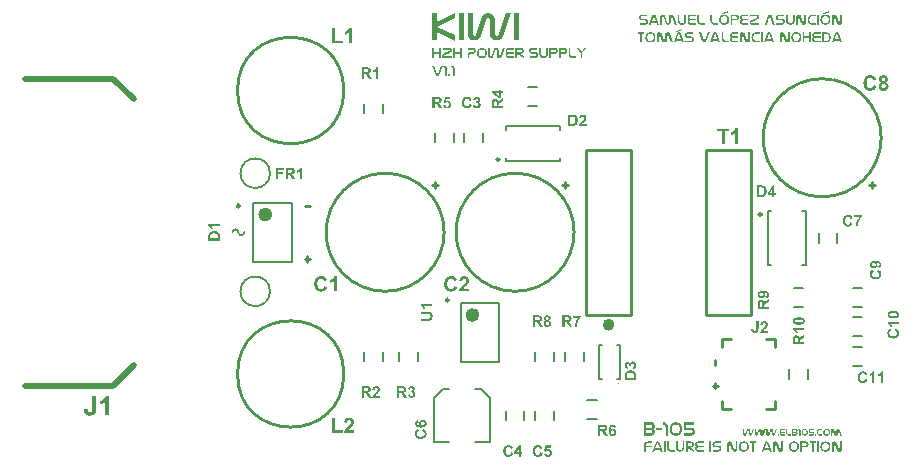
<source format=gto>
G04 Layer_Color=65535*
%FSLAX25Y25*%
%MOIN*%
G70*
G01*
G75*
%ADD19C,0.01969*%
%ADD31C,0.01000*%
%ADD32C,0.00984*%
%ADD33C,0.02362*%
%ADD34C,0.00787*%
%ADD35C,0.00394*%
G36*
X212934Y-69736D02*
X212991Y-69742D01*
X213053Y-69758D01*
X213120Y-69775D01*
X213187Y-69803D01*
X213255Y-69837D01*
X213260Y-69843D01*
X213283Y-69860D01*
X213317Y-69882D01*
X213350Y-69916D01*
X213395Y-69966D01*
X213435Y-70023D01*
X213474Y-70090D01*
X213508Y-70169D01*
X214564Y-73119D01*
X213935D01*
X213755Y-72636D01*
X211940D01*
X211771Y-73119D01*
X211142D01*
X212193Y-70169D01*
X212198Y-70157D01*
X212210Y-70129D01*
X212226Y-70090D01*
X212255Y-70045D01*
X212288Y-69989D01*
X212333Y-69933D01*
X212384Y-69882D01*
X212440Y-69837D01*
X212445Y-69832D01*
X212474Y-69820D01*
X212507Y-69803D01*
X212558Y-69781D01*
X212614Y-69764D01*
X212687Y-69747D01*
X212766Y-69736D01*
X212850Y-69730D01*
X212890D01*
X212934Y-69736D01*
D02*
G37*
G36*
X215508Y-73119D02*
X214913D01*
Y-69736D01*
X215508D01*
Y-73119D01*
D02*
G37*
G36*
X216587Y-71664D02*
Y-71669D01*
Y-71680D01*
Y-71703D01*
X216593Y-71731D01*
Y-71765D01*
X216599Y-71804D01*
X216616Y-71900D01*
X216644Y-72001D01*
X216683Y-72108D01*
X216739Y-72209D01*
X216818Y-72304D01*
X216829Y-72316D01*
X216863Y-72338D01*
X216913Y-72377D01*
X216986Y-72417D01*
X217082Y-72456D01*
X217194Y-72495D01*
X217324Y-72518D01*
X217475Y-72529D01*
X218510D01*
Y-73119D01*
X217430D01*
X217397Y-73114D01*
X217363D01*
X217273Y-73108D01*
X217172Y-73097D01*
X217060Y-73074D01*
X216947Y-73052D01*
X216840Y-73018D01*
X216835D01*
X216829Y-73012D01*
X216795Y-73001D01*
X216739Y-72973D01*
X216677Y-72945D01*
X216604Y-72900D01*
X216526Y-72850D01*
X216441Y-72793D01*
X216368Y-72726D01*
X216363Y-72715D01*
X216340Y-72692D01*
X216306Y-72647D01*
X216262Y-72591D01*
X216217Y-72523D01*
X216172Y-72445D01*
X216127Y-72355D01*
X216087Y-72259D01*
Y-72254D01*
X216082Y-72248D01*
X216076Y-72231D01*
X216070Y-72214D01*
X216059Y-72158D01*
X216042Y-72085D01*
X216020Y-71995D01*
X216009Y-71894D01*
X215997Y-71782D01*
X215992Y-71658D01*
Y-69736D01*
X216587D01*
Y-71664D01*
D02*
G37*
G36*
X252286Y-69730D02*
X252347Y-69742D01*
X252421Y-69758D01*
X252499Y-69787D01*
X252578Y-69820D01*
X252657Y-69865D01*
X252668Y-69871D01*
X252690Y-69888D01*
X252730Y-69921D01*
X252769Y-69961D01*
X252820Y-70017D01*
X252870Y-70084D01*
X252909Y-70157D01*
X252949Y-70247D01*
X253635Y-72338D01*
Y-72344D01*
X253640Y-72355D01*
X253646Y-72372D01*
X253657Y-72400D01*
X253679Y-72450D01*
X253708Y-72495D01*
X253719Y-72501D01*
X253741Y-72518D01*
X253781Y-72540D01*
X253837Y-72546D01*
X253848D01*
X253876Y-72540D01*
X253916Y-72529D01*
X253966Y-72507D01*
X254011Y-72473D01*
X254050Y-72422D01*
X254067Y-72389D01*
X254079Y-72349D01*
X254090Y-72304D01*
Y-72254D01*
Y-69736D01*
X254725D01*
Y-72316D01*
Y-72321D01*
Y-72349D01*
X254719Y-72383D01*
X254714Y-72428D01*
X254708Y-72484D01*
X254697Y-72540D01*
X254674Y-72602D01*
X254652Y-72658D01*
X254646Y-72664D01*
X254641Y-72681D01*
X254624Y-72715D01*
X254601Y-72748D01*
X254545Y-72833D01*
X254466Y-72922D01*
X254461Y-72928D01*
X254444Y-72939D01*
X254421Y-72962D01*
X254388Y-72984D01*
X254348Y-73012D01*
X254298Y-73040D01*
X254247Y-73069D01*
X254185Y-73091D01*
X254180D01*
X254157Y-73102D01*
X254123Y-73108D01*
X254084Y-73119D01*
X254033Y-73130D01*
X253977Y-73136D01*
X253848Y-73147D01*
X253803D01*
X253752Y-73142D01*
X253691Y-73130D01*
X253618Y-73114D01*
X253539Y-73091D01*
X253455Y-73057D01*
X253376Y-73012D01*
X253365Y-73007D01*
X253342Y-72984D01*
X253309Y-72956D01*
X253264Y-72911D01*
X253213Y-72855D01*
X253162Y-72788D01*
X253123Y-72709D01*
X253084Y-72619D01*
X252409Y-70534D01*
Y-70528D01*
X252404Y-70517D01*
X252398Y-70500D01*
X252387Y-70478D01*
X252364Y-70427D01*
X252331Y-70377D01*
X252325Y-70365D01*
X252297Y-70349D01*
X252258Y-70332D01*
X252201Y-70320D01*
X252190D01*
X252162Y-70326D01*
X252123Y-70337D01*
X252078Y-70354D01*
X252027Y-70394D01*
X251988Y-70444D01*
X251971Y-70478D01*
X251960Y-70517D01*
X251954Y-70562D01*
X251948Y-70613D01*
Y-73119D01*
X251313D01*
Y-70556D01*
Y-70545D01*
Y-70523D01*
X251319Y-70489D01*
X251325Y-70444D01*
X251330Y-70388D01*
X251342Y-70332D01*
X251358Y-70270D01*
X251381Y-70214D01*
X251386Y-70208D01*
X251392Y-70186D01*
X251409Y-70157D01*
X251431Y-70124D01*
X251488Y-70034D01*
X251566Y-69950D01*
X251572Y-69944D01*
X251589Y-69933D01*
X251611Y-69910D01*
X251645Y-69888D01*
X251684Y-69865D01*
X251735Y-69837D01*
X251842Y-69787D01*
X251847Y-69781D01*
X251870Y-69775D01*
X251904Y-69764D01*
X251948Y-69753D01*
X251999Y-69742D01*
X252055Y-69736D01*
X252123Y-69725D01*
X252235D01*
X252286Y-69730D01*
D02*
G37*
G36*
X271894D02*
X271956Y-69742D01*
X272029Y-69758D01*
X272108Y-69787D01*
X272186Y-69820D01*
X272265Y-69865D01*
X272276Y-69871D01*
X272299Y-69888D01*
X272338Y-69921D01*
X272377Y-69961D01*
X272428Y-70017D01*
X272478Y-70084D01*
X272518Y-70157D01*
X272557Y-70247D01*
X273243Y-72338D01*
Y-72344D01*
X273248Y-72355D01*
X273254Y-72372D01*
X273265Y-72400D01*
X273288Y-72450D01*
X273316Y-72495D01*
X273327Y-72501D01*
X273349Y-72518D01*
X273389Y-72540D01*
X273445Y-72546D01*
X273456D01*
X273484Y-72540D01*
X273524Y-72529D01*
X273574Y-72507D01*
X273619Y-72473D01*
X273659Y-72422D01*
X273675Y-72389D01*
X273687Y-72349D01*
X273698Y-72304D01*
Y-72254D01*
Y-69736D01*
X274333D01*
Y-72316D01*
Y-72321D01*
Y-72349D01*
X274327Y-72383D01*
X274322Y-72428D01*
X274316Y-72484D01*
X274305Y-72540D01*
X274282Y-72602D01*
X274260Y-72658D01*
X274254Y-72664D01*
X274249Y-72681D01*
X274232Y-72715D01*
X274209Y-72748D01*
X274153Y-72833D01*
X274075Y-72922D01*
X274069Y-72928D01*
X274052Y-72939D01*
X274029Y-72962D01*
X273996Y-72984D01*
X273956Y-73012D01*
X273906Y-73040D01*
X273855Y-73069D01*
X273794Y-73091D01*
X273788D01*
X273765Y-73102D01*
X273732Y-73108D01*
X273692Y-73119D01*
X273642Y-73130D01*
X273586Y-73136D01*
X273456Y-73147D01*
X273411D01*
X273361Y-73142D01*
X273299Y-73130D01*
X273226Y-73114D01*
X273147Y-73091D01*
X273063Y-73057D01*
X272984Y-73012D01*
X272973Y-73007D01*
X272951Y-72984D01*
X272917Y-72956D01*
X272872Y-72911D01*
X272821Y-72855D01*
X272771Y-72788D01*
X272731Y-72709D01*
X272692Y-72619D01*
X272018Y-70534D01*
Y-70528D01*
X272012Y-70517D01*
X272006Y-70500D01*
X271995Y-70478D01*
X271973Y-70427D01*
X271939Y-70377D01*
X271933Y-70365D01*
X271905Y-70349D01*
X271866Y-70332D01*
X271810Y-70320D01*
X271798D01*
X271770Y-70326D01*
X271731Y-70337D01*
X271686Y-70354D01*
X271635Y-70394D01*
X271596Y-70444D01*
X271579Y-70478D01*
X271568Y-70517D01*
X271562Y-70562D01*
X271557Y-70613D01*
Y-73119D01*
X270922D01*
Y-70556D01*
Y-70545D01*
Y-70523D01*
X270927Y-70489D01*
X270933Y-70444D01*
X270938Y-70388D01*
X270950Y-70332D01*
X270967Y-70270D01*
X270989Y-70214D01*
X270995Y-70208D01*
X271000Y-70186D01*
X271017Y-70157D01*
X271040Y-70124D01*
X271096Y-70034D01*
X271175Y-69950D01*
X271180Y-69944D01*
X271197Y-69933D01*
X271219Y-69910D01*
X271253Y-69888D01*
X271293Y-69865D01*
X271343Y-69837D01*
X271450Y-69787D01*
X271456Y-69781D01*
X271478Y-69775D01*
X271512Y-69764D01*
X271557Y-69753D01*
X271607Y-69742D01*
X271663Y-69736D01*
X271731Y-69725D01*
X271843D01*
X271894Y-69730D01*
D02*
G37*
G36*
X210844Y-70326D02*
X209697D01*
X209675Y-70332D01*
X209641D01*
X209602Y-70337D01*
X209512Y-70349D01*
X209411Y-70377D01*
X209310Y-70410D01*
X209203Y-70461D01*
X209107Y-70528D01*
X209096Y-70540D01*
X209068Y-70568D01*
X209034Y-70613D01*
X208989Y-70680D01*
X208939Y-70759D01*
X208899Y-70860D01*
X208866Y-70984D01*
X208849Y-71118D01*
X210844D01*
Y-71714D01*
X208849D01*
Y-73119D01*
X208253D01*
Y-71197D01*
Y-71192D01*
Y-71180D01*
Y-71163D01*
Y-71141D01*
X208259Y-71074D01*
X208264Y-70995D01*
X208276Y-70899D01*
X208292Y-70798D01*
X208315Y-70691D01*
X208349Y-70590D01*
Y-70585D01*
X208354Y-70579D01*
X208365Y-70545D01*
X208388Y-70495D01*
X208422Y-70433D01*
X208461Y-70360D01*
X208506Y-70281D01*
X208562Y-70202D01*
X208630Y-70129D01*
X208641Y-70118D01*
X208663Y-70096D01*
X208703Y-70062D01*
X208759Y-70023D01*
X208826Y-69972D01*
X208911Y-69927D01*
X209000Y-69876D01*
X209102Y-69837D01*
X209107D01*
X209113Y-69832D01*
X209130Y-69826D01*
X209152Y-69820D01*
X209208Y-69803D01*
X209287Y-69787D01*
X209383Y-69770D01*
X209495Y-69753D01*
X209619Y-69742D01*
X209754Y-69736D01*
X210844D01*
Y-70326D01*
D02*
G37*
G36*
X241782Y-69742D02*
X241816D01*
X241855Y-69747D01*
X241900Y-69753D01*
X241956Y-69764D01*
X242069Y-69787D01*
X242198Y-69826D01*
X242338Y-69876D01*
X242479Y-69944D01*
X242625Y-70034D01*
X242692Y-70090D01*
X242765Y-70146D01*
X242833Y-70208D01*
X242895Y-70281D01*
X242956Y-70360D01*
X243013Y-70444D01*
X243063Y-70540D01*
X243114Y-70635D01*
X243153Y-70748D01*
X243187Y-70860D01*
X243221Y-70989D01*
X243237Y-71118D01*
X243254Y-71265D01*
X243260Y-71416D01*
Y-71428D01*
Y-71433D01*
Y-71444D01*
Y-71467D01*
X243254Y-71501D01*
Y-71540D01*
X243249Y-71585D01*
X243243Y-71636D01*
X243237Y-71692D01*
X243215Y-71821D01*
X243181Y-71961D01*
X243131Y-72113D01*
X243069Y-72271D01*
X242985Y-72434D01*
X242940Y-72507D01*
X242883Y-72585D01*
X242827Y-72658D01*
X242760Y-72726D01*
X242687Y-72793D01*
X242608Y-72855D01*
X242524Y-72911D01*
X242434Y-72962D01*
X242333Y-73007D01*
X242226Y-73046D01*
X242113Y-73080D01*
X241990Y-73102D01*
X241861Y-73114D01*
X241720Y-73119D01*
X241411D01*
X241383Y-73114D01*
X241349D01*
X241310Y-73108D01*
X241265Y-73102D01*
X241209Y-73091D01*
X241096Y-73069D01*
X240967Y-73029D01*
X240827Y-72979D01*
X240686Y-72906D01*
X240540Y-72816D01*
X240473Y-72765D01*
X240399Y-72703D01*
X240338Y-72641D01*
X240270Y-72568D01*
X240214Y-72490D01*
X240158Y-72405D01*
X240107Y-72310D01*
X240057Y-72214D01*
X240017Y-72102D01*
X239984Y-71984D01*
X239955Y-71860D01*
X239933Y-71725D01*
X239922Y-71579D01*
X239916Y-71428D01*
Y-71416D01*
Y-71411D01*
Y-71399D01*
Y-71377D01*
X239922Y-71343D01*
Y-71304D01*
X239927Y-71259D01*
X239933Y-71208D01*
X239939Y-71152D01*
X239961Y-71029D01*
X239995Y-70882D01*
X240045Y-70731D01*
X240107Y-70573D01*
X240192Y-70422D01*
X240236Y-70343D01*
X240293Y-70270D01*
X240349Y-70197D01*
X240416Y-70124D01*
X240489Y-70062D01*
X240568Y-70000D01*
X240652Y-69944D01*
X240742Y-69893D01*
X240843Y-69848D01*
X240950Y-69809D01*
X241063Y-69775D01*
X241186Y-69753D01*
X241316Y-69742D01*
X241456Y-69736D01*
X241754D01*
X241782Y-69742D01*
D02*
G37*
G36*
X245806Y-70326D02*
X245019D01*
Y-73119D01*
X244429D01*
Y-70326D01*
X243592D01*
Y-69736D01*
X245806D01*
Y-70326D01*
D02*
G37*
G36*
X249335Y-69736D02*
X249391Y-69742D01*
X249453Y-69758D01*
X249521Y-69775D01*
X249588Y-69803D01*
X249656Y-69837D01*
X249661Y-69843D01*
X249684Y-69860D01*
X249717Y-69882D01*
X249751Y-69916D01*
X249796Y-69966D01*
X249835Y-70023D01*
X249875Y-70090D01*
X249908Y-70169D01*
X250965Y-73119D01*
X250336D01*
X250156Y-72636D01*
X248341D01*
X248172Y-73119D01*
X247542D01*
X248593Y-70169D01*
X248599Y-70157D01*
X248610Y-70129D01*
X248627Y-70090D01*
X248655Y-70045D01*
X248689Y-69989D01*
X248734Y-69933D01*
X248784Y-69882D01*
X248841Y-69837D01*
X248846Y-69832D01*
X248874Y-69820D01*
X248908Y-69803D01*
X248959Y-69781D01*
X249015Y-69764D01*
X249088Y-69747D01*
X249167Y-69736D01*
X249251Y-69730D01*
X249290D01*
X249335Y-69736D01*
D02*
G37*
G36*
X228176Y-70326D02*
X226378D01*
X226338Y-70332D01*
X226293Y-70337D01*
X226237Y-70360D01*
X226231D01*
X226226Y-70365D01*
X226198Y-70382D01*
X226158Y-70410D01*
X226119Y-70450D01*
X226113Y-70461D01*
X226091Y-70483D01*
X226063Y-70523D01*
X226035Y-70573D01*
Y-70579D01*
X226029Y-70585D01*
X226024Y-70618D01*
X226012Y-70663D01*
X226007Y-70719D01*
Y-70725D01*
Y-70748D01*
X226012Y-70781D01*
X226018Y-70821D01*
X226035Y-70866D01*
X226052Y-70911D01*
X226080Y-70961D01*
X226113Y-71006D01*
X226119Y-71012D01*
X226130Y-71023D01*
X226158Y-71040D01*
X226186Y-71062D01*
X226231Y-71085D01*
X226276Y-71102D01*
X226333Y-71113D01*
X226394Y-71118D01*
X228176D01*
Y-71714D01*
X226378D01*
X226338Y-71720D01*
X226293Y-71725D01*
X226237Y-71748D01*
X226231D01*
X226226Y-71754D01*
X226198Y-71770D01*
X226158Y-71798D01*
X226119Y-71838D01*
X226113Y-71849D01*
X226091Y-71872D01*
X226063Y-71911D01*
X226035Y-71961D01*
Y-71967D01*
X226029Y-71973D01*
X226024Y-72006D01*
X226012Y-72051D01*
X226007Y-72108D01*
Y-72113D01*
Y-72136D01*
X226012Y-72175D01*
X226018Y-72214D01*
X226035Y-72265D01*
X226052Y-72316D01*
X226080Y-72366D01*
X226113Y-72411D01*
X226119Y-72417D01*
X226130Y-72428D01*
X226158Y-72450D01*
X226186Y-72467D01*
X226231Y-72490D01*
X226276Y-72512D01*
X226333Y-72523D01*
X226394Y-72529D01*
X228176D01*
Y-73119D01*
X226434D01*
X226378Y-73114D01*
X226310Y-73108D01*
X226231Y-73097D01*
X226147Y-73085D01*
X226063Y-73063D01*
X225978Y-73035D01*
X225967Y-73029D01*
X225945Y-73018D01*
X225905Y-73001D01*
X225861Y-72973D01*
X225810Y-72945D01*
X225754Y-72906D01*
X225703Y-72861D01*
X225653Y-72810D01*
X225647Y-72804D01*
X225630Y-72782D01*
X225613Y-72754D01*
X225585Y-72715D01*
X225557Y-72664D01*
X225523Y-72613D01*
X225495Y-72552D01*
X225473Y-72484D01*
Y-72478D01*
X225462Y-72450D01*
X225456Y-72417D01*
X225445Y-72372D01*
X225433Y-72316D01*
X225428Y-72254D01*
X225416Y-72119D01*
Y-72108D01*
Y-72085D01*
X225422Y-72046D01*
X225428Y-71990D01*
X225433Y-71933D01*
X225450Y-71866D01*
X225467Y-71793D01*
X225495Y-71725D01*
X225501Y-71714D01*
X225512Y-71692D01*
X225535Y-71658D01*
X225563Y-71613D01*
X225602Y-71568D01*
X225647Y-71512D01*
X225709Y-71461D01*
X225776Y-71416D01*
X225765Y-71411D01*
X225743Y-71394D01*
X225709Y-71371D01*
X225669Y-71332D01*
X225619Y-71287D01*
X225574Y-71236D01*
X225529Y-71175D01*
X225495Y-71107D01*
X225490Y-71096D01*
X225484Y-71074D01*
X225473Y-71034D01*
X225456Y-70989D01*
X225439Y-70933D01*
X225428Y-70866D01*
X225422Y-70798D01*
X225416Y-70731D01*
Y-70719D01*
Y-70697D01*
X225422Y-70652D01*
Y-70601D01*
X225433Y-70540D01*
X225445Y-70472D01*
X225456Y-70399D01*
X225478Y-70332D01*
X225484Y-70326D01*
X225490Y-70298D01*
X225506Y-70264D01*
X225523Y-70225D01*
X225551Y-70174D01*
X225585Y-70118D01*
X225624Y-70068D01*
X225669Y-70017D01*
X225675Y-70011D01*
X225692Y-69994D01*
X225726Y-69972D01*
X225765Y-69938D01*
X225810Y-69905D01*
X225866Y-69871D01*
X225934Y-69837D01*
X226007Y-69809D01*
X226018Y-69803D01*
X226040Y-69798D01*
X226085Y-69787D01*
X226142Y-69770D01*
X226215Y-69758D01*
X226293Y-69747D01*
X226383Y-69742D01*
X226484Y-69736D01*
X228176D01*
Y-70326D01*
D02*
G37*
G36*
X230733Y-73119D02*
X230137D01*
Y-69736D01*
X230733D01*
Y-73119D01*
D02*
G37*
G36*
X233931Y-70326D02*
X232132D01*
X232093Y-70332D01*
X232048Y-70337D01*
X231992Y-70360D01*
X231986D01*
X231981Y-70365D01*
X231953Y-70382D01*
X231913Y-70410D01*
X231874Y-70450D01*
X231868Y-70461D01*
X231846Y-70483D01*
X231818Y-70523D01*
X231790Y-70573D01*
Y-70579D01*
X231784Y-70585D01*
X231778Y-70618D01*
X231767Y-70663D01*
X231762Y-70719D01*
Y-70725D01*
Y-70748D01*
X231767Y-70781D01*
X231778Y-70821D01*
X231790Y-70866D01*
X231806Y-70911D01*
X231835Y-70961D01*
X231874Y-71006D01*
X231879Y-71012D01*
X231896Y-71023D01*
X231919Y-71040D01*
X231953Y-71062D01*
X231992Y-71085D01*
X232037Y-71102D01*
X232093Y-71113D01*
X232149Y-71118D01*
X233133D01*
X233167Y-71124D01*
X233211D01*
X233256Y-71130D01*
X233369Y-71152D01*
X233492Y-71180D01*
X233622Y-71225D01*
X233745Y-71287D01*
X233807Y-71326D01*
X233863Y-71371D01*
X233869D01*
X233875Y-71383D01*
X233892Y-71399D01*
X233908Y-71416D01*
X233931Y-71444D01*
X233953Y-71473D01*
X233981Y-71512D01*
X234010Y-71557D01*
X234032Y-71607D01*
X234060Y-71658D01*
X234083Y-71720D01*
X234105Y-71787D01*
X234122Y-71860D01*
X234139Y-71933D01*
X234144Y-72018D01*
X234150Y-72108D01*
Y-72136D01*
Y-72141D01*
Y-72158D01*
Y-72181D01*
X234144Y-72214D01*
X234139Y-72254D01*
X234133Y-72304D01*
X234116Y-72411D01*
X234083Y-72529D01*
X234032Y-72653D01*
X233998Y-72715D01*
X233959Y-72771D01*
X233914Y-72821D01*
X233863Y-72872D01*
X233858D01*
X233852Y-72883D01*
X233835Y-72894D01*
X233813Y-72911D01*
X233785Y-72928D01*
X233745Y-72951D01*
X233706Y-72973D01*
X233661Y-72996D01*
X233605Y-73018D01*
X233549Y-73040D01*
X233481Y-73063D01*
X233414Y-73080D01*
X233256Y-73108D01*
X233167Y-73114D01*
X233077Y-73119D01*
X231334D01*
Y-72529D01*
X233217D01*
X233245Y-72523D01*
X233279Y-72512D01*
X233324Y-72501D01*
X233363Y-72478D01*
X233408Y-72450D01*
X233448Y-72411D01*
X233453Y-72405D01*
X233464Y-72389D01*
X233481Y-72366D01*
X233504Y-72332D01*
X233521Y-72287D01*
X233537Y-72237D01*
X233549Y-72181D01*
X233554Y-72119D01*
Y-72113D01*
Y-72091D01*
X233549Y-72063D01*
X233543Y-72023D01*
X233526Y-71978D01*
X233509Y-71933D01*
X233481Y-71883D01*
X233448Y-71838D01*
X233442Y-71832D01*
X233431Y-71821D01*
X233408Y-71798D01*
X233380Y-71776D01*
X233341Y-71754D01*
X233296Y-71731D01*
X233245Y-71720D01*
X233189Y-71714D01*
X232189D01*
X232132Y-71709D01*
X232065Y-71703D01*
X231986Y-71692D01*
X231902Y-71680D01*
X231818Y-71658D01*
X231733Y-71630D01*
X231722Y-71624D01*
X231700Y-71613D01*
X231660Y-71596D01*
X231615Y-71568D01*
X231565Y-71534D01*
X231509Y-71495D01*
X231458Y-71450D01*
X231407Y-71399D01*
X231402Y-71394D01*
X231385Y-71371D01*
X231368Y-71343D01*
X231340Y-71304D01*
X231312Y-71259D01*
X231278Y-71203D01*
X231250Y-71141D01*
X231228Y-71079D01*
Y-71074D01*
X231216Y-71051D01*
X231211Y-71017D01*
X231200Y-70972D01*
X231188Y-70916D01*
X231183Y-70860D01*
X231171Y-70731D01*
Y-70719D01*
Y-70697D01*
X231177Y-70658D01*
Y-70607D01*
X231183Y-70545D01*
X231194Y-70483D01*
X231228Y-70349D01*
X231233Y-70343D01*
X231239Y-70320D01*
X231256Y-70287D01*
X231273Y-70242D01*
X231301Y-70191D01*
X231334Y-70141D01*
X231374Y-70084D01*
X231419Y-70034D01*
X231424Y-70028D01*
X231441Y-70011D01*
X231469Y-69983D01*
X231509Y-69955D01*
X231559Y-69916D01*
X231615Y-69882D01*
X231677Y-69848D01*
X231750Y-69815D01*
X231762Y-69809D01*
X231784Y-69803D01*
X231829Y-69792D01*
X231885Y-69775D01*
X231958Y-69758D01*
X232043Y-69747D01*
X232138Y-69742D01*
X232239Y-69736D01*
X233931D01*
Y-70326D01*
D02*
G37*
G36*
X250850Y-65541D02*
X250879D01*
X250913Y-65549D01*
X250951Y-65556D01*
X250988Y-65564D01*
X251029Y-65579D01*
X251033D01*
X251048Y-65586D01*
X251066Y-65593D01*
X251093Y-65605D01*
X251152Y-65638D01*
X251216Y-65687D01*
X251220Y-65691D01*
X251231Y-65698D01*
X251242Y-65713D01*
X251261Y-65736D01*
X251280Y-65762D01*
X251302Y-65792D01*
X251321Y-65825D01*
X251339Y-65863D01*
X251343Y-65867D01*
X251347Y-65882D01*
X251354Y-65904D01*
X251366Y-65930D01*
X251373Y-65964D01*
X251381Y-66005D01*
X251384Y-66046D01*
X251388Y-66091D01*
Y-67220D01*
Y-67224D01*
Y-67228D01*
X251392Y-67250D01*
X251396Y-67280D01*
X251411Y-67318D01*
X251429Y-67355D01*
X251459Y-67385D01*
X251500Y-67407D01*
X251523Y-67411D01*
X251553Y-67415D01*
X251560D01*
X251583Y-67411D01*
X251612Y-67400D01*
X251635Y-67381D01*
X251639Y-67374D01*
X251654Y-67355D01*
X251672Y-67321D01*
X251691Y-67277D01*
X252289Y-65549D01*
X252738D01*
X252050Y-67463D01*
X252046Y-67471D01*
X252039Y-67490D01*
X252024Y-67520D01*
X252001Y-67557D01*
X251975Y-67594D01*
X251942Y-67639D01*
X251900Y-67680D01*
X251852Y-67718D01*
X251844Y-67722D01*
X251829Y-67733D01*
X251800Y-67748D01*
X251762Y-67763D01*
X251717Y-67781D01*
X251665Y-67796D01*
X251609Y-67808D01*
X251549Y-67811D01*
X251526D01*
X251504Y-67808D01*
X251474D01*
X251437Y-67804D01*
X251399Y-67796D01*
X251317Y-67774D01*
X251313D01*
X251298Y-67766D01*
X251280Y-67759D01*
X251253Y-67748D01*
X251197Y-67714D01*
X251134Y-67665D01*
X251130Y-67662D01*
X251122Y-67651D01*
X251108Y-67636D01*
X251089Y-67617D01*
X251070Y-67591D01*
X251048Y-67561D01*
X251010Y-67490D01*
Y-67486D01*
X251003Y-67471D01*
X250995Y-67452D01*
X250988Y-67422D01*
X250980Y-67389D01*
X250973Y-67351D01*
X250969Y-67306D01*
X250965Y-67261D01*
Y-66128D01*
Y-66125D01*
Y-66121D01*
X250962Y-66098D01*
X250958Y-66069D01*
X250943Y-66031D01*
X250924Y-65994D01*
X250894Y-65964D01*
X250853Y-65941D01*
X250827Y-65938D01*
X250797Y-65934D01*
X250790D01*
X250767Y-65938D01*
X250737Y-65949D01*
X250711Y-65971D01*
X250707Y-65979D01*
X250696Y-65997D01*
X250681Y-66031D01*
X250662Y-66076D01*
X250206Y-67463D01*
X250210D01*
X250206Y-67471D01*
X250199Y-67490D01*
X250187Y-67520D01*
X250165Y-67557D01*
X250139Y-67602D01*
X250105Y-67643D01*
X250064Y-67684D01*
X250015Y-67722D01*
X250008Y-67725D01*
X249993Y-67737D01*
X249963Y-67751D01*
X249926Y-67766D01*
X249877Y-67781D01*
X249825Y-67796D01*
X249765Y-67808D01*
X249701Y-67811D01*
X249679D01*
X249656Y-67808D01*
X249626D01*
X249589Y-67804D01*
X249552Y-67796D01*
X249469Y-67774D01*
X249466D01*
X249451Y-67766D01*
X249432Y-67759D01*
X249406Y-67748D01*
X249350Y-67714D01*
X249286Y-67665D01*
X249282Y-67662D01*
X249275Y-67651D01*
X249260Y-67636D01*
X249241Y-67617D01*
X249223Y-67591D01*
X249200Y-67561D01*
X249163Y-67490D01*
Y-67486D01*
X249155Y-67471D01*
X249148Y-67452D01*
X249140Y-67422D01*
X249133Y-67389D01*
X249125Y-67351D01*
X249122Y-67306D01*
X249118Y-67261D01*
Y-65549D01*
X249540D01*
Y-67220D01*
Y-67224D01*
Y-67228D01*
X249544Y-67250D01*
X249548Y-67280D01*
X249563Y-67318D01*
X249582Y-67355D01*
X249612Y-67385D01*
X249653Y-67407D01*
X249679Y-67411D01*
X249709Y-67415D01*
X249720D01*
X249743Y-67411D01*
X249769Y-67400D01*
X249795Y-67381D01*
X249799Y-67374D01*
X249814Y-67355D01*
X249829Y-67321D01*
X249847Y-67277D01*
X250304Y-65889D01*
Y-65885D01*
X250307Y-65882D01*
X250315Y-65863D01*
X250330Y-65829D01*
X250348Y-65792D01*
X250375Y-65751D01*
X250408Y-65709D01*
X250449Y-65668D01*
X250494Y-65631D01*
X250502Y-65627D01*
X250520Y-65616D01*
X250547Y-65601D01*
X250584Y-65582D01*
X250633Y-65567D01*
X250685Y-65552D01*
X250741Y-65541D01*
X250805Y-65537D01*
X250823D01*
X250850Y-65541D01*
D02*
G37*
G36*
X273132Y-65545D02*
X273174Y-65552D01*
X273222Y-65564D01*
X273271Y-65582D01*
X273327Y-65605D01*
X273379Y-65635D01*
X273387Y-65638D01*
X273402Y-65650D01*
X273428Y-65672D01*
X273458Y-65698D01*
X273488Y-65736D01*
X273521Y-65781D01*
X273551Y-65829D01*
X273577Y-65889D01*
X274262Y-67800D01*
X273813D01*
X273218Y-66080D01*
Y-66076D01*
X273215Y-66069D01*
X273207Y-66057D01*
X273203Y-66042D01*
X273185Y-66009D01*
X273162Y-65975D01*
X273159Y-65968D01*
X273144Y-65956D01*
X273117Y-65945D01*
X273080Y-65938D01*
X273073D01*
X273054Y-65941D01*
X273024Y-65949D01*
X272994Y-65960D01*
X272964Y-65986D01*
X272934Y-66020D01*
X272923Y-66042D01*
X272916Y-66069D01*
X272912Y-66098D01*
X272908Y-66132D01*
Y-67254D01*
Y-67258D01*
Y-67277D01*
X272904Y-67299D01*
Y-67329D01*
X272897Y-67366D01*
X272889Y-67404D01*
X272878Y-67445D01*
X272863Y-67486D01*
Y-67490D01*
X272856Y-67501D01*
X272844Y-67523D01*
X272833Y-67546D01*
X272796Y-67602D01*
X272744Y-67658D01*
X272740Y-67662D01*
X272728Y-67669D01*
X272713Y-67684D01*
X272691Y-67699D01*
X272665Y-67714D01*
X272631Y-67733D01*
X272598Y-67751D01*
X272556Y-67766D01*
X272553D01*
X272538Y-67774D01*
X272515Y-67778D01*
X272489Y-67785D01*
X272456Y-67793D01*
X272414Y-67796D01*
X272373Y-67804D01*
X272298D01*
X272265Y-67800D01*
X272224Y-67793D01*
X272171Y-67781D01*
X272119Y-67766D01*
X272066Y-67744D01*
X272014Y-67714D01*
X272007Y-67710D01*
X271992Y-67695D01*
X271969Y-67677D01*
X271939Y-67647D01*
X271909Y-67609D01*
X271876Y-67564D01*
X271850Y-67516D01*
X271823Y-67456D01*
X271371Y-66080D01*
Y-66076D01*
X271367Y-66069D01*
X271363Y-66057D01*
X271356Y-66042D01*
X271341Y-66009D01*
X271319Y-65975D01*
X271315Y-65968D01*
X271296Y-65956D01*
X271270Y-65945D01*
X271233Y-65938D01*
X271225D01*
X271206Y-65941D01*
X271180Y-65949D01*
X271150Y-65960D01*
X271117Y-65986D01*
X271090Y-66020D01*
X271079Y-66042D01*
X271072Y-66069D01*
X271068Y-66098D01*
X271064Y-66132D01*
Y-67800D01*
X270642D01*
Y-66095D01*
Y-66087D01*
Y-66072D01*
X270645Y-66050D01*
X270649Y-66020D01*
X270653Y-65983D01*
X270660Y-65945D01*
X270672Y-65904D01*
X270687Y-65867D01*
X270690Y-65863D01*
X270694Y-65848D01*
X270705Y-65829D01*
X270720Y-65807D01*
X270758Y-65747D01*
X270810Y-65691D01*
X270814Y-65687D01*
X270825Y-65680D01*
X270840Y-65665D01*
X270862Y-65650D01*
X270888Y-65635D01*
X270922Y-65616D01*
X270993Y-65582D01*
X270997Y-65579D01*
X271012Y-65575D01*
X271034Y-65567D01*
X271060Y-65560D01*
X271094Y-65552D01*
X271135Y-65549D01*
X271180Y-65541D01*
X271255D01*
X271289Y-65545D01*
X271330Y-65552D01*
X271378Y-65564D01*
X271431Y-65582D01*
X271483Y-65605D01*
X271535Y-65635D01*
X271543Y-65638D01*
X271558Y-65650D01*
X271584Y-65672D01*
X271610Y-65698D01*
X271644Y-65736D01*
X271678Y-65781D01*
X271704Y-65829D01*
X271730Y-65889D01*
X272182Y-67273D01*
Y-67277D01*
X272186Y-67284D01*
X272190Y-67295D01*
X272197Y-67310D01*
X272212Y-67344D01*
X272235Y-67374D01*
X272242Y-67378D01*
X272257Y-67389D01*
X272283Y-67404D01*
X272321Y-67407D01*
X272328D01*
X272347Y-67404D01*
X272373Y-67396D01*
X272403Y-67381D01*
X272433Y-67359D01*
X272459Y-67325D01*
X272470Y-67303D01*
X272478Y-67277D01*
X272485Y-67247D01*
Y-67213D01*
Y-66095D01*
Y-66087D01*
Y-66072D01*
X272489Y-66050D01*
X272493Y-66020D01*
X272497Y-65983D01*
X272504Y-65945D01*
X272515Y-65904D01*
X272530Y-65867D01*
X272534Y-65863D01*
X272538Y-65848D01*
X272549Y-65829D01*
X272564Y-65807D01*
X272601Y-65747D01*
X272654Y-65691D01*
X272657Y-65687D01*
X272669Y-65680D01*
X272684Y-65665D01*
X272706Y-65650D01*
X272732Y-65635D01*
X272766Y-65616D01*
X272837Y-65582D01*
X272841Y-65579D01*
X272856Y-65575D01*
X272878Y-65567D01*
X272908Y-65560D01*
X272942Y-65552D01*
X272979Y-65549D01*
X273024Y-65541D01*
X273099D01*
X273132Y-65545D01*
D02*
G37*
G36*
X210641Y-63310D02*
X210738Y-63317D01*
X210835Y-63324D01*
X210948Y-63347D01*
X211060Y-63369D01*
X211165Y-63407D01*
X211180Y-63414D01*
X211210Y-63422D01*
X211262Y-63444D01*
X211322Y-63474D01*
X211397Y-63519D01*
X211472Y-63564D01*
X211539Y-63617D01*
X211607Y-63684D01*
X211614Y-63692D01*
X211637Y-63714D01*
X211667Y-63751D01*
X211704Y-63804D01*
X211741Y-63864D01*
X211786Y-63939D01*
X211824Y-64021D01*
X211854Y-64111D01*
Y-64118D01*
X211869Y-64156D01*
X211876Y-64201D01*
X211891Y-64268D01*
X211906Y-64343D01*
X211914Y-64433D01*
X211929Y-64523D01*
Y-64628D01*
Y-64635D01*
Y-64673D01*
X211921Y-64718D01*
X211914Y-64785D01*
X211899Y-64860D01*
X211876Y-64942D01*
X211846Y-65032D01*
X211809Y-65130D01*
X211801Y-65137D01*
X211786Y-65175D01*
X211756Y-65219D01*
X211719Y-65279D01*
X211667Y-65339D01*
X211607Y-65414D01*
X211524Y-65482D01*
X211434Y-65541D01*
X211449Y-65549D01*
X211479Y-65571D01*
X211524Y-65601D01*
X211577Y-65654D01*
X211644Y-65714D01*
X211704Y-65781D01*
X211764Y-65864D01*
X211809Y-65953D01*
X211816Y-65961D01*
X211831Y-65998D01*
X211846Y-66043D01*
X211869Y-66111D01*
X211891Y-66193D01*
X211914Y-66276D01*
X211921Y-66373D01*
X211929Y-66478D01*
Y-66485D01*
Y-66523D01*
Y-66568D01*
X211921Y-66635D01*
X211914Y-66710D01*
X211899Y-66792D01*
X211854Y-66972D01*
Y-66980D01*
X211839Y-67010D01*
X211824Y-67054D01*
X211794Y-67114D01*
X211764Y-67182D01*
X211719Y-67257D01*
X211667Y-67324D01*
X211607Y-67399D01*
X211599Y-67407D01*
X211577Y-67429D01*
X211539Y-67466D01*
X211494Y-67504D01*
X211427Y-67556D01*
X211352Y-67601D01*
X211270Y-67654D01*
X211172Y-67699D01*
X211157Y-67706D01*
X211127Y-67714D01*
X211067Y-67736D01*
X210985Y-67751D01*
X210888Y-67774D01*
X210775Y-67796D01*
X210648Y-67804D01*
X210506Y-67811D01*
X208251D01*
Y-63302D01*
X210573D01*
X210641Y-63310D01*
D02*
G37*
G36*
X269355Y-65552D02*
X269377D01*
X269404Y-65556D01*
X269434Y-65560D01*
X269471Y-65567D01*
X269546Y-65582D01*
X269632Y-65609D01*
X269725Y-65642D01*
X269819Y-65687D01*
X269916Y-65747D01*
X269961Y-65784D01*
X270009Y-65822D01*
X270054Y-65863D01*
X270095Y-65911D01*
X270137Y-65964D01*
X270174Y-66020D01*
X270208Y-66083D01*
X270241Y-66147D01*
X270268Y-66222D01*
X270290Y-66297D01*
X270312Y-66383D01*
X270324Y-66469D01*
X270335Y-66566D01*
X270339Y-66667D01*
Y-66674D01*
Y-66678D01*
Y-66686D01*
Y-66701D01*
X270335Y-66723D01*
Y-66749D01*
X270331Y-66779D01*
X270327Y-66813D01*
X270324Y-66850D01*
X270309Y-66936D01*
X270286Y-67030D01*
X270253Y-67131D01*
X270212Y-67235D01*
X270155Y-67344D01*
X270126Y-67392D01*
X270088Y-67445D01*
X270051Y-67493D01*
X270006Y-67538D01*
X269957Y-67583D01*
X269905Y-67624D01*
X269849Y-67662D01*
X269789Y-67695D01*
X269722Y-67725D01*
X269651Y-67751D01*
X269576Y-67774D01*
X269493Y-67789D01*
X269407Y-67796D01*
X269314Y-67800D01*
X269108D01*
X269090Y-67796D01*
X269067D01*
X269041Y-67793D01*
X269011Y-67789D01*
X268973Y-67781D01*
X268899Y-67766D01*
X268813Y-67740D01*
X268719Y-67707D01*
X268626Y-67658D01*
X268529Y-67598D01*
X268484Y-67564D01*
X268435Y-67523D01*
X268394Y-67482D01*
X268349Y-67434D01*
X268312Y-67381D01*
X268274Y-67325D01*
X268240Y-67261D01*
X268207Y-67198D01*
X268181Y-67123D01*
X268158Y-67045D01*
X268140Y-66962D01*
X268125Y-66873D01*
X268117Y-66775D01*
X268113Y-66674D01*
Y-66667D01*
Y-66663D01*
Y-66656D01*
Y-66641D01*
X268117Y-66618D01*
Y-66592D01*
X268121Y-66562D01*
X268125Y-66528D01*
X268128Y-66491D01*
X268143Y-66409D01*
X268166Y-66312D01*
X268199Y-66211D01*
X268240Y-66106D01*
X268297Y-66005D01*
X268326Y-65952D01*
X268364Y-65904D01*
X268401Y-65855D01*
X268446Y-65807D01*
X268495Y-65766D01*
X268547Y-65724D01*
X268603Y-65687D01*
X268663Y-65653D01*
X268730Y-65623D01*
X268801Y-65597D01*
X268876Y-65575D01*
X268959Y-65560D01*
X269045Y-65552D01*
X269138Y-65549D01*
X269336D01*
X269355Y-65552D01*
D02*
G37*
G36*
X243145Y-65541D02*
X243175D01*
X243209Y-65549D01*
X243246Y-65556D01*
X243284Y-65564D01*
X243325Y-65579D01*
X243328D01*
X243343Y-65586D01*
X243362Y-65593D01*
X243388Y-65605D01*
X243448Y-65638D01*
X243512Y-65687D01*
X243515Y-65691D01*
X243527Y-65698D01*
X243538Y-65713D01*
X243556Y-65736D01*
X243575Y-65762D01*
X243598Y-65792D01*
X243616Y-65825D01*
X243635Y-65863D01*
X243639Y-65867D01*
X243642Y-65882D01*
X243650Y-65904D01*
X243661Y-65930D01*
X243669Y-65964D01*
X243676Y-66005D01*
X243680Y-66046D01*
X243684Y-66091D01*
Y-67220D01*
Y-67224D01*
Y-67228D01*
X243687Y-67250D01*
X243691Y-67280D01*
X243706Y-67318D01*
X243725Y-67355D01*
X243755Y-67385D01*
X243796Y-67407D01*
X243818Y-67411D01*
X243848Y-67415D01*
X243856D01*
X243878Y-67411D01*
X243908Y-67400D01*
X243931Y-67381D01*
X243934Y-67374D01*
X243949Y-67355D01*
X243968Y-67321D01*
X243987Y-67277D01*
X244585Y-65549D01*
X245034D01*
X244346Y-67463D01*
X244342Y-67471D01*
X244334Y-67490D01*
X244320Y-67520D01*
X244297Y-67557D01*
X244271Y-67594D01*
X244237Y-67639D01*
X244196Y-67680D01*
X244147Y-67718D01*
X244140Y-67722D01*
X244125Y-67733D01*
X244095Y-67748D01*
X244058Y-67763D01*
X244013Y-67781D01*
X243960Y-67796D01*
X243904Y-67808D01*
X243845Y-67811D01*
X243822D01*
X243800Y-67808D01*
X243770D01*
X243732Y-67804D01*
X243695Y-67796D01*
X243613Y-67774D01*
X243609D01*
X243594Y-67766D01*
X243575Y-67759D01*
X243549Y-67748D01*
X243493Y-67714D01*
X243429Y-67665D01*
X243426Y-67662D01*
X243418Y-67651D01*
X243403Y-67636D01*
X243385Y-67617D01*
X243366Y-67591D01*
X243343Y-67561D01*
X243306Y-67490D01*
Y-67486D01*
X243298Y-67471D01*
X243291Y-67452D01*
X243284Y-67422D01*
X243276Y-67389D01*
X243268Y-67351D01*
X243265Y-67306D01*
X243261Y-67261D01*
Y-66128D01*
Y-66125D01*
Y-66121D01*
X243257Y-66098D01*
X243254Y-66069D01*
X243239Y-66031D01*
X243220Y-65994D01*
X243190Y-65964D01*
X243149Y-65941D01*
X243123Y-65938D01*
X243093Y-65934D01*
X243085D01*
X243063Y-65938D01*
X243033Y-65949D01*
X243007Y-65971D01*
X243003Y-65979D01*
X242992Y-65997D01*
X242977Y-66031D01*
X242958Y-66076D01*
X242502Y-67463D01*
X242506D01*
X242502Y-67471D01*
X242494Y-67490D01*
X242483Y-67520D01*
X242461Y-67557D01*
X242435Y-67602D01*
X242401Y-67643D01*
X242360Y-67684D01*
X242311Y-67722D01*
X242304Y-67725D01*
X242289Y-67737D01*
X242259Y-67751D01*
X242221Y-67766D01*
X242173Y-67781D01*
X242120Y-67796D01*
X242060Y-67808D01*
X241997Y-67811D01*
X241974D01*
X241952Y-67808D01*
X241922D01*
X241885Y-67804D01*
X241847Y-67796D01*
X241765Y-67774D01*
X241761D01*
X241746Y-67766D01*
X241728Y-67759D01*
X241702Y-67748D01*
X241645Y-67714D01*
X241582Y-67665D01*
X241578Y-67662D01*
X241571Y-67651D01*
X241556Y-67636D01*
X241537Y-67617D01*
X241518Y-67591D01*
X241496Y-67561D01*
X241458Y-67490D01*
Y-67486D01*
X241451Y-67471D01*
X241443Y-67452D01*
X241436Y-67422D01*
X241428Y-67389D01*
X241421Y-67351D01*
X241417Y-67306D01*
X241413Y-67261D01*
Y-65549D01*
X241836D01*
Y-67220D01*
Y-67224D01*
Y-67228D01*
X241840Y-67250D01*
X241844Y-67280D01*
X241859Y-67318D01*
X241877Y-67355D01*
X241907Y-67385D01*
X241948Y-67407D01*
X241974Y-67411D01*
X242004Y-67415D01*
X242016D01*
X242038Y-67411D01*
X242064Y-67400D01*
X242090Y-67381D01*
X242094Y-67374D01*
X242109Y-67355D01*
X242124Y-67321D01*
X242143Y-67277D01*
X242599Y-65889D01*
Y-65885D01*
X242603Y-65882D01*
X242610Y-65863D01*
X242625Y-65829D01*
X242644Y-65792D01*
X242670Y-65751D01*
X242704Y-65709D01*
X242745Y-65668D01*
X242790Y-65631D01*
X242797Y-65627D01*
X242816Y-65616D01*
X242842Y-65601D01*
X242880Y-65582D01*
X242928Y-65567D01*
X242981Y-65552D01*
X243037Y-65541D01*
X243100Y-65537D01*
X243119D01*
X243145Y-65541D01*
D02*
G37*
G36*
X246997D02*
X247027D01*
X247061Y-65549D01*
X247098Y-65556D01*
X247136Y-65564D01*
X247177Y-65579D01*
X247181D01*
X247196Y-65586D01*
X247214Y-65593D01*
X247240Y-65605D01*
X247300Y-65638D01*
X247364Y-65687D01*
X247368Y-65691D01*
X247379Y-65698D01*
X247390Y-65713D01*
X247409Y-65736D01*
X247427Y-65762D01*
X247450Y-65792D01*
X247468Y-65825D01*
X247487Y-65863D01*
X247491Y-65867D01*
X247495Y-65882D01*
X247502Y-65904D01*
X247513Y-65930D01*
X247521Y-65964D01*
X247528Y-66005D01*
X247532Y-66046D01*
X247536Y-66091D01*
Y-67220D01*
Y-67224D01*
Y-67228D01*
X247540Y-67250D01*
X247543Y-67280D01*
X247558Y-67318D01*
X247577Y-67355D01*
X247607Y-67385D01*
X247648Y-67407D01*
X247671Y-67411D01*
X247700Y-67415D01*
X247708D01*
X247730Y-67411D01*
X247760Y-67400D01*
X247783Y-67381D01*
X247786Y-67374D01*
X247801Y-67355D01*
X247820Y-67321D01*
X247839Y-67277D01*
X248437Y-65549D01*
X248886D01*
X248198Y-67463D01*
X248194Y-67471D01*
X248187Y-67490D01*
X248172Y-67520D01*
X248149Y-67557D01*
X248123Y-67594D01*
X248089Y-67639D01*
X248048Y-67680D01*
X248000Y-67718D01*
X247992Y-67722D01*
X247977Y-67733D01*
X247947Y-67748D01*
X247910Y-67763D01*
X247865Y-67781D01*
X247813Y-67796D01*
X247757Y-67808D01*
X247697Y-67811D01*
X247674D01*
X247652Y-67808D01*
X247622D01*
X247585Y-67804D01*
X247547Y-67796D01*
X247465Y-67774D01*
X247461D01*
X247446Y-67766D01*
X247427Y-67759D01*
X247401Y-67748D01*
X247345Y-67714D01*
X247282Y-67665D01*
X247278Y-67662D01*
X247270Y-67651D01*
X247255Y-67636D01*
X247237Y-67617D01*
X247218Y-67591D01*
X247196Y-67561D01*
X247158Y-67490D01*
Y-67486D01*
X247151Y-67471D01*
X247143Y-67452D01*
X247136Y-67422D01*
X247128Y-67389D01*
X247121Y-67351D01*
X247117Y-67306D01*
X247113Y-67261D01*
Y-66128D01*
Y-66125D01*
Y-66121D01*
X247110Y-66098D01*
X247106Y-66069D01*
X247091Y-66031D01*
X247072Y-65994D01*
X247042Y-65964D01*
X247001Y-65941D01*
X246975Y-65938D01*
X246945Y-65934D01*
X246937D01*
X246915Y-65938D01*
X246885Y-65949D01*
X246859Y-65971D01*
X246855Y-65979D01*
X246844Y-65997D01*
X246829Y-66031D01*
X246810Y-66076D01*
X246354Y-67463D01*
X246358D01*
X246354Y-67471D01*
X246346Y-67490D01*
X246335Y-67520D01*
X246313Y-67557D01*
X246287Y-67602D01*
X246253Y-67643D01*
X246212Y-67684D01*
X246163Y-67722D01*
X246156Y-67725D01*
X246141Y-67737D01*
X246111Y-67751D01*
X246074Y-67766D01*
X246025Y-67781D01*
X245972Y-67796D01*
X245913Y-67808D01*
X245849Y-67811D01*
X245827D01*
X245804Y-67808D01*
X245774D01*
X245737Y-67804D01*
X245700Y-67796D01*
X245617Y-67774D01*
X245614D01*
X245599Y-67766D01*
X245580Y-67759D01*
X245554Y-67748D01*
X245498Y-67714D01*
X245434Y-67665D01*
X245430Y-67662D01*
X245423Y-67651D01*
X245408Y-67636D01*
X245389Y-67617D01*
X245370Y-67591D01*
X245348Y-67561D01*
X245311Y-67490D01*
Y-67486D01*
X245303Y-67471D01*
X245296Y-67452D01*
X245288Y-67422D01*
X245281Y-67389D01*
X245273Y-67351D01*
X245269Y-67306D01*
X245266Y-67261D01*
Y-65549D01*
X245688D01*
Y-67220D01*
Y-67224D01*
Y-67228D01*
X245692Y-67250D01*
X245696Y-67280D01*
X245711Y-67318D01*
X245729Y-67355D01*
X245759Y-67385D01*
X245800Y-67407D01*
X245827Y-67411D01*
X245857Y-67415D01*
X245868D01*
X245890Y-67411D01*
X245916Y-67400D01*
X245943Y-67381D01*
X245946Y-67374D01*
X245961Y-67355D01*
X245976Y-67321D01*
X245995Y-67277D01*
X246451Y-65889D01*
Y-65885D01*
X246455Y-65882D01*
X246462Y-65863D01*
X246477Y-65829D01*
X246496Y-65792D01*
X246522Y-65751D01*
X246556Y-65709D01*
X246597Y-65668D01*
X246642Y-65631D01*
X246650Y-65627D01*
X246668Y-65616D01*
X246694Y-65601D01*
X246732Y-65582D01*
X246780Y-65567D01*
X246833Y-65552D01*
X246889Y-65541D01*
X246952Y-65537D01*
X246971D01*
X246997Y-65541D01*
D02*
G37*
G36*
X214288Y-65946D02*
X212453D01*
Y-65137D01*
X214288D01*
Y-65946D01*
D02*
G37*
G36*
X224062Y-69742D02*
X224130Y-69747D01*
X224203Y-69753D01*
X224281Y-69770D01*
X224366Y-69787D01*
X224444Y-69815D01*
X224455Y-69820D01*
X224478Y-69832D01*
X224517Y-69848D01*
X224562Y-69871D01*
X224613Y-69905D01*
X224669Y-69938D01*
X224725Y-69983D01*
X224776Y-70034D01*
X224781Y-70039D01*
X224798Y-70056D01*
X224821Y-70084D01*
X224849Y-70124D01*
X224877Y-70169D01*
X224911Y-70225D01*
X224939Y-70281D01*
X224967Y-70349D01*
X224973Y-70354D01*
X224978Y-70377D01*
X224989Y-70416D01*
X225001Y-70461D01*
X225012Y-70517D01*
X225017Y-70585D01*
X225029Y-70652D01*
Y-70731D01*
Y-70736D01*
Y-70759D01*
Y-70798D01*
X225023Y-70843D01*
X225017Y-70899D01*
X225006Y-70955D01*
X224973Y-71090D01*
Y-71096D01*
X224961Y-71118D01*
X224950Y-71152D01*
X224928Y-71197D01*
X224905Y-71242D01*
X224871Y-71298D01*
X224832Y-71349D01*
X224787Y-71405D01*
X224781Y-71411D01*
X224765Y-71428D01*
X224736Y-71456D01*
X224697Y-71484D01*
X224652Y-71523D01*
X224596Y-71557D01*
X224529Y-71596D01*
X224455Y-71630D01*
X224444Y-71636D01*
X224422Y-71641D01*
X224377Y-71658D01*
X224321Y-71669D01*
X224248Y-71686D01*
X224163Y-71703D01*
X224068Y-71709D01*
X223961Y-71714D01*
X223686D01*
X225057Y-72484D01*
Y-73187D01*
X222865Y-71860D01*
Y-73119D01*
X222269D01*
Y-69736D01*
X224006D01*
X224062Y-69742D01*
D02*
G37*
G36*
X237039Y-69730D02*
X237101Y-69742D01*
X237174Y-69758D01*
X237252Y-69787D01*
X237331Y-69820D01*
X237410Y-69865D01*
X237421Y-69871D01*
X237443Y-69888D01*
X237483Y-69921D01*
X237522Y-69961D01*
X237573Y-70017D01*
X237623Y-70084D01*
X237663Y-70157D01*
X237702Y-70247D01*
X238387Y-72338D01*
Y-72344D01*
X238393Y-72355D01*
X238399Y-72372D01*
X238410Y-72400D01*
X238432Y-72450D01*
X238460Y-72495D01*
X238472Y-72501D01*
X238494Y-72518D01*
X238534Y-72540D01*
X238590Y-72546D01*
X238601D01*
X238629Y-72540D01*
X238668Y-72529D01*
X238719Y-72507D01*
X238764Y-72473D01*
X238803Y-72422D01*
X238820Y-72389D01*
X238831Y-72349D01*
X238843Y-72304D01*
Y-72254D01*
Y-69736D01*
X239478D01*
Y-72316D01*
Y-72321D01*
Y-72349D01*
X239472Y-72383D01*
X239467Y-72428D01*
X239461Y-72484D01*
X239450Y-72540D01*
X239427Y-72602D01*
X239405Y-72658D01*
X239399Y-72664D01*
X239393Y-72681D01*
X239377Y-72715D01*
X239354Y-72748D01*
X239298Y-72833D01*
X239219Y-72922D01*
X239214Y-72928D01*
X239197Y-72939D01*
X239174Y-72962D01*
X239141Y-72984D01*
X239101Y-73012D01*
X239051Y-73040D01*
X239000Y-73069D01*
X238938Y-73091D01*
X238933D01*
X238910Y-73102D01*
X238876Y-73108D01*
X238837Y-73119D01*
X238787Y-73130D01*
X238730Y-73136D01*
X238601Y-73147D01*
X238556D01*
X238506Y-73142D01*
X238444Y-73130D01*
X238371Y-73114D01*
X238292Y-73091D01*
X238208Y-73057D01*
X238129Y-73012D01*
X238118Y-73007D01*
X238095Y-72984D01*
X238061Y-72956D01*
X238017Y-72911D01*
X237966Y-72855D01*
X237915Y-72788D01*
X237876Y-72709D01*
X237837Y-72619D01*
X237162Y-70534D01*
Y-70528D01*
X237157Y-70517D01*
X237151Y-70500D01*
X237140Y-70478D01*
X237117Y-70427D01*
X237084Y-70377D01*
X237078Y-70365D01*
X237050Y-70349D01*
X237011Y-70332D01*
X236954Y-70320D01*
X236943D01*
X236915Y-70326D01*
X236876Y-70337D01*
X236831Y-70354D01*
X236780Y-70394D01*
X236741Y-70444D01*
X236724Y-70478D01*
X236713Y-70517D01*
X236707Y-70562D01*
X236701Y-70613D01*
Y-73119D01*
X236066D01*
Y-70556D01*
Y-70545D01*
Y-70523D01*
X236072Y-70489D01*
X236078Y-70444D01*
X236083Y-70388D01*
X236094Y-70332D01*
X236111Y-70270D01*
X236134Y-70214D01*
X236139Y-70208D01*
X236145Y-70186D01*
X236162Y-70157D01*
X236184Y-70124D01*
X236241Y-70034D01*
X236319Y-69950D01*
X236325Y-69944D01*
X236342Y-69933D01*
X236364Y-69910D01*
X236398Y-69888D01*
X236437Y-69865D01*
X236488Y-69837D01*
X236595Y-69787D01*
X236600Y-69781D01*
X236623Y-69775D01*
X236656Y-69764D01*
X236701Y-69753D01*
X236752Y-69742D01*
X236808Y-69736D01*
X236876Y-69725D01*
X236988D01*
X237039Y-69730D01*
D02*
G37*
G36*
X214797Y-63310D02*
X214872Y-63317D01*
X214962Y-63324D01*
X215060Y-63340D01*
X215164Y-63369D01*
X215269Y-63399D01*
X215284Y-63407D01*
X215322Y-63414D01*
X215374Y-63437D01*
X215442Y-63474D01*
X215524Y-63512D01*
X215614Y-63564D01*
X215704Y-63624D01*
X215794Y-63692D01*
X215801Y-63699D01*
X215831Y-63722D01*
X215876Y-63766D01*
X215928Y-63819D01*
X215988Y-63894D01*
X216048Y-63976D01*
X216108Y-64066D01*
X216161Y-64171D01*
X216168Y-64186D01*
X216183Y-64223D01*
X216206Y-64283D01*
X216235Y-64358D01*
X216258Y-64455D01*
X216280Y-64568D01*
X216295Y-64688D01*
X216303Y-64823D01*
Y-67811D01*
X215509D01*
Y-64823D01*
Y-64815D01*
Y-64793D01*
Y-64755D01*
X215501Y-64710D01*
X215479Y-64605D01*
X215442Y-64500D01*
Y-64493D01*
X215434Y-64478D01*
X215419Y-64448D01*
X215397Y-64418D01*
X215344Y-64343D01*
X215269Y-64276D01*
X215262Y-64268D01*
X215254Y-64261D01*
X215232Y-64246D01*
X215202Y-64223D01*
X215120Y-64178D01*
X215015Y-64141D01*
X215007D01*
X214992Y-64133D01*
X214955Y-64126D01*
X214917Y-64111D01*
X214872Y-64104D01*
X214812Y-64096D01*
X214692Y-64088D01*
Y-63302D01*
X214745D01*
X214797Y-63310D01*
D02*
G37*
G36*
X219074D02*
X219119D01*
X219172Y-63317D01*
X219306Y-63340D01*
X219456Y-63369D01*
X219629Y-63422D01*
X219816Y-63489D01*
X220003Y-63579D01*
X220198Y-63699D01*
X220288Y-63774D01*
X220377Y-63849D01*
X220467Y-63931D01*
X220557Y-64029D01*
X220632Y-64133D01*
X220707Y-64246D01*
X220782Y-64373D01*
X220842Y-64500D01*
X220894Y-64650D01*
X220947Y-64800D01*
X220984Y-64972D01*
X221014Y-65145D01*
X221029Y-65339D01*
X221037Y-65541D01*
Y-65557D01*
Y-65564D01*
Y-65579D01*
Y-65609D01*
X221029Y-65654D01*
Y-65706D01*
X221022Y-65766D01*
X221014Y-65834D01*
X221007Y-65909D01*
X220977Y-66081D01*
X220932Y-66268D01*
X220864Y-66470D01*
X220782Y-66680D01*
X220670Y-66897D01*
X220610Y-66995D01*
X220535Y-67099D01*
X220460Y-67197D01*
X220370Y-67287D01*
X220280Y-67377D01*
X220175Y-67459D01*
X220063Y-67534D01*
X219943Y-67601D01*
X219808Y-67661D01*
X219666Y-67714D01*
X219516Y-67759D01*
X219351Y-67788D01*
X219179Y-67804D01*
X218992Y-67811D01*
X218887D01*
X218849Y-67804D01*
X218805D01*
X218752Y-67796D01*
X218692Y-67788D01*
X218617Y-67774D01*
X218467Y-67744D01*
X218295Y-67691D01*
X218108Y-67624D01*
X217921Y-67526D01*
X217726Y-67407D01*
X217636Y-67339D01*
X217539Y-67257D01*
X217456Y-67174D01*
X217367Y-67077D01*
X217292Y-66972D01*
X217217Y-66860D01*
X217149Y-66733D01*
X217082Y-66605D01*
X217029Y-66455D01*
X216985Y-66298D01*
X216947Y-66133D01*
X216917Y-65953D01*
X216902Y-65759D01*
X216895Y-65557D01*
Y-65541D01*
Y-65534D01*
Y-65519D01*
Y-65489D01*
X216902Y-65444D01*
Y-65392D01*
X216910Y-65332D01*
X216917Y-65264D01*
X216925Y-65189D01*
X216954Y-65025D01*
X217000Y-64830D01*
X217067Y-64628D01*
X217149Y-64418D01*
X217262Y-64216D01*
X217321Y-64111D01*
X217396Y-64014D01*
X217471Y-63916D01*
X217561Y-63819D01*
X217659Y-63736D01*
X217763Y-63654D01*
X217876Y-63579D01*
X217996Y-63512D01*
X218130Y-63452D01*
X218273Y-63399D01*
X218423Y-63354D01*
X218587Y-63324D01*
X218760Y-63310D01*
X218947Y-63302D01*
X219037D01*
X219074Y-63310D01*
D02*
G37*
G36*
X225134Y-64088D02*
X222415D01*
Y-65145D01*
X224085D01*
X224130Y-65152D01*
X224182D01*
X224242Y-65160D01*
X224377Y-65189D01*
X224534Y-65235D01*
X224692Y-65294D01*
X224841Y-65384D01*
X224916Y-65444D01*
X224976Y-65504D01*
X224984Y-65512D01*
X224991Y-65519D01*
X225006Y-65541D01*
X225029Y-65571D01*
X225051Y-65609D01*
X225081Y-65646D01*
X225111Y-65699D01*
X225141Y-65759D01*
X225201Y-65901D01*
X225254Y-66066D01*
X225291Y-66261D01*
X225306Y-66365D01*
Y-66478D01*
Y-66493D01*
Y-66523D01*
X225298Y-66583D01*
X225291Y-66650D01*
X225283Y-66733D01*
X225268Y-66822D01*
X225238Y-66912D01*
X225208Y-67002D01*
X225201Y-67010D01*
X225194Y-67040D01*
X225171Y-67084D01*
X225141Y-67144D01*
X225104Y-67212D01*
X225059Y-67279D01*
X225006Y-67354D01*
X224946Y-67422D01*
X224939Y-67429D01*
X224916Y-67452D01*
X224879Y-67481D01*
X224834Y-67526D01*
X224767Y-67571D01*
X224699Y-67616D01*
X224624Y-67661D01*
X224534Y-67706D01*
X224527Y-67714D01*
X224497Y-67721D01*
X224445Y-67736D01*
X224385Y-67759D01*
X224310Y-67781D01*
X224220Y-67796D01*
X224130Y-67804D01*
X224025Y-67811D01*
X221613D01*
Y-67025D01*
X224040D01*
X224085Y-67017D01*
X224145Y-67002D01*
X224212Y-66972D01*
X224220D01*
X224227Y-66965D01*
X224265Y-66935D01*
X224317Y-66897D01*
X224370Y-66845D01*
Y-66837D01*
X224385Y-66830D01*
X224415Y-66792D01*
X224452Y-66733D01*
X224482Y-66665D01*
Y-66658D01*
X224489Y-66650D01*
X224504Y-66605D01*
X224512Y-66545D01*
X224519Y-66470D01*
Y-66463D01*
Y-66433D01*
X224512Y-66395D01*
X224504Y-66343D01*
X224482Y-66290D01*
X224460Y-66223D01*
X224422Y-66163D01*
X224377Y-66103D01*
X224370Y-66096D01*
X224355Y-66081D01*
X224325Y-66051D01*
X224280Y-66021D01*
X224227Y-65991D01*
X224167Y-65961D01*
X224100Y-65946D01*
X224025Y-65939D01*
X221613D01*
Y-63302D01*
X225134D01*
Y-64088D01*
D02*
G37*
G36*
X258513Y-69742D02*
X258546D01*
X258586Y-69747D01*
X258631Y-69753D01*
X258687Y-69764D01*
X258799Y-69787D01*
X258929Y-69826D01*
X259069Y-69876D01*
X259210Y-69944D01*
X259356Y-70034D01*
X259423Y-70090D01*
X259496Y-70146D01*
X259564Y-70208D01*
X259625Y-70281D01*
X259687Y-70360D01*
X259743Y-70444D01*
X259794Y-70540D01*
X259845Y-70635D01*
X259884Y-70748D01*
X259918Y-70860D01*
X259951Y-70989D01*
X259968Y-71118D01*
X259985Y-71265D01*
X259991Y-71416D01*
Y-71428D01*
Y-71433D01*
Y-71444D01*
Y-71467D01*
X259985Y-71501D01*
Y-71540D01*
X259980Y-71585D01*
X259974Y-71636D01*
X259968Y-71692D01*
X259946Y-71821D01*
X259912Y-71961D01*
X259861Y-72113D01*
X259800Y-72271D01*
X259715Y-72434D01*
X259670Y-72507D01*
X259614Y-72585D01*
X259558Y-72658D01*
X259491Y-72726D01*
X259418Y-72793D01*
X259339Y-72855D01*
X259255Y-72911D01*
X259165Y-72962D01*
X259063Y-73007D01*
X258957Y-73046D01*
X258844Y-73080D01*
X258721Y-73102D01*
X258591Y-73114D01*
X258451Y-73119D01*
X258142D01*
X258114Y-73114D01*
X258080D01*
X258041Y-73108D01*
X257996Y-73102D01*
X257939Y-73091D01*
X257827Y-73069D01*
X257698Y-73029D01*
X257557Y-72979D01*
X257417Y-72906D01*
X257271Y-72816D01*
X257203Y-72765D01*
X257130Y-72703D01*
X257068Y-72641D01*
X257001Y-72568D01*
X256945Y-72490D01*
X256889Y-72405D01*
X256838Y-72310D01*
X256787Y-72214D01*
X256748Y-72102D01*
X256714Y-71984D01*
X256686Y-71860D01*
X256664Y-71725D01*
X256652Y-71579D01*
X256647Y-71428D01*
Y-71416D01*
Y-71411D01*
Y-71399D01*
Y-71377D01*
X256652Y-71343D01*
Y-71304D01*
X256658Y-71259D01*
X256664Y-71208D01*
X256669Y-71152D01*
X256692Y-71029D01*
X256726Y-70882D01*
X256776Y-70731D01*
X256838Y-70573D01*
X256922Y-70422D01*
X256967Y-70343D01*
X257023Y-70270D01*
X257080Y-70197D01*
X257147Y-70124D01*
X257220Y-70062D01*
X257299Y-70000D01*
X257383Y-69944D01*
X257473Y-69893D01*
X257574Y-69848D01*
X257681Y-69809D01*
X257793Y-69775D01*
X257917Y-69753D01*
X258046Y-69742D01*
X258187Y-69736D01*
X258485D01*
X258513Y-69742D01*
D02*
G37*
G36*
X178613Y61449D02*
X178681Y61443D01*
X178754Y61437D01*
X178832Y61420D01*
X178917Y61404D01*
X178996Y61375D01*
X179007Y61370D01*
X179029Y61359D01*
X179069Y61342D01*
X179113Y61319D01*
X179164Y61286D01*
X179220Y61252D01*
X179277Y61207D01*
X179327Y61156D01*
X179333Y61151D01*
X179350Y61134D01*
X179372Y61106D01*
X179400Y61066D01*
X179428Y61021D01*
X179462Y60965D01*
X179490Y60909D01*
X179518Y60842D01*
X179524Y60836D01*
X179529Y60813D01*
X179541Y60774D01*
X179552Y60729D01*
X179563Y60673D01*
X179569Y60606D01*
X179580Y60538D01*
Y60459D01*
Y60454D01*
Y60431D01*
Y60392D01*
X179574Y60347D01*
X179569Y60291D01*
X179558Y60235D01*
X179524Y60100D01*
Y60094D01*
X179513Y60072D01*
X179501Y60038D01*
X179479Y59993D01*
X179456Y59948D01*
X179423Y59892D01*
X179383Y59841D01*
X179338Y59785D01*
X179333Y59779D01*
X179316Y59763D01*
X179288Y59734D01*
X179248Y59706D01*
X179203Y59667D01*
X179147Y59633D01*
X179080Y59594D01*
X179007Y59560D01*
X178996Y59554D01*
X178973Y59549D01*
X178928Y59532D01*
X178872Y59521D01*
X178799Y59504D01*
X178715Y59487D01*
X178619Y59482D01*
X178512Y59476D01*
X177416D01*
Y58071D01*
X176821D01*
Y61454D01*
X178557D01*
X178613Y61449D01*
D02*
G37*
G36*
X181806D02*
X181873Y61443D01*
X181946Y61437D01*
X182025Y61420D01*
X182109Y61404D01*
X182188Y61375D01*
X182199Y61370D01*
X182221Y61359D01*
X182261Y61342D01*
X182306Y61319D01*
X182356Y61286D01*
X182413Y61252D01*
X182469Y61207D01*
X182519Y61156D01*
X182525Y61151D01*
X182542Y61134D01*
X182564Y61106D01*
X182592Y61066D01*
X182620Y61021D01*
X182654Y60965D01*
X182682Y60909D01*
X182710Y60842D01*
X182716Y60836D01*
X182722Y60813D01*
X182733Y60774D01*
X182744Y60729D01*
X182755Y60673D01*
X182761Y60606D01*
X182772Y60538D01*
Y60459D01*
Y60454D01*
Y60431D01*
Y60392D01*
X182766Y60347D01*
X182761Y60291D01*
X182750Y60235D01*
X182716Y60100D01*
Y60094D01*
X182705Y60072D01*
X182694Y60038D01*
X182671Y59993D01*
X182649Y59948D01*
X182615Y59892D01*
X182575Y59841D01*
X182530Y59785D01*
X182525Y59779D01*
X182508Y59763D01*
X182480Y59734D01*
X182441Y59706D01*
X182396Y59667D01*
X182339Y59633D01*
X182272Y59594D01*
X182199Y59560D01*
X182188Y59554D01*
X182165Y59549D01*
X182120Y59532D01*
X182064Y59521D01*
X181991Y59504D01*
X181907Y59487D01*
X181811Y59482D01*
X181704Y59476D01*
X180608D01*
Y58071D01*
X180013D01*
Y61454D01*
X181749D01*
X181806Y61449D01*
D02*
G37*
G36*
X183801Y59526D02*
Y59521D01*
Y59510D01*
Y59487D01*
X183806Y59459D01*
Y59425D01*
X183812Y59386D01*
X183829Y59290D01*
X183857Y59189D01*
X183896Y59083D01*
X183952Y58981D01*
X184031Y58886D01*
X184042Y58874D01*
X184076Y58852D01*
X184127Y58813D01*
X184200Y58773D01*
X184295Y58734D01*
X184408Y58695D01*
X184537Y58672D01*
X184689Y58661D01*
X185723D01*
Y58071D01*
X184644D01*
X184610Y58077D01*
X184576D01*
X184486Y58082D01*
X184385Y58093D01*
X184273Y58116D01*
X184160Y58138D01*
X184054Y58172D01*
X184048D01*
X184042Y58178D01*
X184009Y58189D01*
X183952Y58217D01*
X183890Y58245D01*
X183818Y58290D01*
X183739Y58341D01*
X183654Y58397D01*
X183581Y58464D01*
X183576Y58476D01*
X183553Y58498D01*
X183520Y58543D01*
X183475Y58599D01*
X183430Y58667D01*
X183385Y58745D01*
X183340Y58835D01*
X183300Y58931D01*
Y58936D01*
X183295Y58942D01*
X183289Y58959D01*
X183284Y58976D01*
X183272Y59032D01*
X183256Y59105D01*
X183233Y59195D01*
X183222Y59296D01*
X183211Y59408D01*
X183205Y59532D01*
Y61454D01*
X183801D01*
Y59526D01*
D02*
G37*
G36*
X154549Y61449D02*
X154582D01*
X154622Y61443D01*
X154666Y61437D01*
X154723Y61426D01*
X154835Y61404D01*
X154964Y61364D01*
X155105Y61314D01*
X155245Y61246D01*
X155392Y61156D01*
X155459Y61100D01*
X155532Y61044D01*
X155599Y60982D01*
X155661Y60909D01*
X155723Y60830D01*
X155779Y60746D01*
X155830Y60650D01*
X155880Y60555D01*
X155920Y60443D01*
X155954Y60330D01*
X155987Y60201D01*
X156004Y60072D01*
X156021Y59926D01*
X156027Y59774D01*
Y59763D01*
Y59757D01*
Y59746D01*
Y59723D01*
X156021Y59689D01*
Y59650D01*
X156015Y59605D01*
X156010Y59554D01*
X156004Y59498D01*
X155982Y59369D01*
X155948Y59229D01*
X155897Y59077D01*
X155835Y58920D01*
X155751Y58757D01*
X155706Y58684D01*
X155650Y58605D01*
X155594Y58532D01*
X155526Y58464D01*
X155453Y58397D01*
X155375Y58335D01*
X155290Y58279D01*
X155200Y58228D01*
X155099Y58183D01*
X154992Y58144D01*
X154880Y58110D01*
X154756Y58088D01*
X154627Y58077D01*
X154487Y58071D01*
X154178D01*
X154149Y58077D01*
X154116D01*
X154076Y58082D01*
X154032Y58088D01*
X153975Y58099D01*
X153863Y58122D01*
X153734Y58161D01*
X153593Y58211D01*
X153453Y58284D01*
X153306Y58374D01*
X153239Y58425D01*
X153166Y58487D01*
X153104Y58549D01*
X153037Y58622D01*
X152980Y58700D01*
X152924Y58785D01*
X152874Y58880D01*
X152823Y58976D01*
X152784Y59088D01*
X152750Y59206D01*
X152722Y59330D01*
X152699Y59465D01*
X152688Y59611D01*
X152683Y59763D01*
Y59774D01*
Y59779D01*
Y59791D01*
Y59813D01*
X152688Y59847D01*
Y59886D01*
X152694Y59931D01*
X152699Y59982D01*
X152705Y60038D01*
X152728Y60162D01*
X152761Y60308D01*
X152812Y60459D01*
X152874Y60617D01*
X152958Y60769D01*
X153003Y60847D01*
X153059Y60920D01*
X153115Y60993D01*
X153183Y61066D01*
X153256Y61128D01*
X153335Y61190D01*
X153419Y61246D01*
X153509Y61297D01*
X153610Y61342D01*
X153717Y61381D01*
X153829Y61415D01*
X153953Y61437D01*
X154082Y61449D01*
X154223Y61454D01*
X154520D01*
X154549Y61449D01*
D02*
G37*
G36*
X164962Y60864D02*
X163164D01*
X163125Y60858D01*
X163080Y60853D01*
X163023Y60830D01*
X163018D01*
X163012Y60825D01*
X162984Y60808D01*
X162945Y60780D01*
X162905Y60740D01*
X162900Y60729D01*
X162877Y60707D01*
X162849Y60667D01*
X162821Y60617D01*
Y60611D01*
X162815Y60606D01*
X162810Y60572D01*
X162799Y60527D01*
X162793Y60471D01*
Y60465D01*
Y60443D01*
X162799Y60409D01*
X162804Y60369D01*
X162821Y60325D01*
X162838Y60280D01*
X162866Y60229D01*
X162900Y60184D01*
X162905Y60178D01*
X162917Y60167D01*
X162945Y60150D01*
X162973Y60128D01*
X163018Y60105D01*
X163063Y60088D01*
X163119Y60077D01*
X163181Y60072D01*
X164962D01*
Y59476D01*
X163164D01*
X163125Y59470D01*
X163080Y59465D01*
X163023Y59442D01*
X163018D01*
X163012Y59437D01*
X162984Y59420D01*
X162945Y59392D01*
X162905Y59352D01*
X162900Y59341D01*
X162877Y59319D01*
X162849Y59279D01*
X162821Y59229D01*
Y59223D01*
X162815Y59217D01*
X162810Y59184D01*
X162799Y59139D01*
X162793Y59083D01*
Y59077D01*
Y59054D01*
X162799Y59015D01*
X162804Y58976D01*
X162821Y58925D01*
X162838Y58874D01*
X162866Y58824D01*
X162900Y58779D01*
X162905Y58773D01*
X162917Y58762D01*
X162945Y58740D01*
X162973Y58723D01*
X163018Y58700D01*
X163063Y58678D01*
X163119Y58667D01*
X163181Y58661D01*
X164962D01*
Y58071D01*
X163220D01*
X163164Y58077D01*
X163096Y58082D01*
X163018Y58093D01*
X162934Y58105D01*
X162849Y58127D01*
X162765Y58155D01*
X162754Y58161D01*
X162731Y58172D01*
X162692Y58189D01*
X162647Y58217D01*
X162596Y58245D01*
X162540Y58284D01*
X162490Y58329D01*
X162439Y58380D01*
X162433Y58386D01*
X162417Y58408D01*
X162400Y58436D01*
X162372Y58476D01*
X162343Y58526D01*
X162310Y58577D01*
X162282Y58639D01*
X162259Y58706D01*
Y58711D01*
X162248Y58740D01*
X162242Y58773D01*
X162231Y58818D01*
X162220Y58874D01*
X162214Y58936D01*
X162203Y59071D01*
Y59083D01*
Y59105D01*
X162209Y59144D01*
X162214Y59201D01*
X162220Y59257D01*
X162237Y59324D01*
X162253Y59397D01*
X162282Y59465D01*
X162287Y59476D01*
X162299Y59498D01*
X162321Y59532D01*
X162349Y59577D01*
X162388Y59622D01*
X162433Y59678D01*
X162495Y59729D01*
X162563Y59774D01*
X162551Y59779D01*
X162529Y59796D01*
X162495Y59819D01*
X162456Y59858D01*
X162405Y59903D01*
X162360Y59954D01*
X162315Y60015D01*
X162282Y60083D01*
X162276Y60094D01*
X162270Y60116D01*
X162259Y60156D01*
X162242Y60201D01*
X162225Y60257D01*
X162214Y60325D01*
X162209Y60392D01*
X162203Y60459D01*
Y60471D01*
Y60493D01*
X162209Y60538D01*
Y60589D01*
X162220Y60650D01*
X162231Y60718D01*
X162242Y60791D01*
X162265Y60858D01*
X162270Y60864D01*
X162276Y60892D01*
X162293Y60926D01*
X162310Y60965D01*
X162338Y61016D01*
X162372Y61072D01*
X162411Y61123D01*
X162456Y61173D01*
X162461Y61179D01*
X162478Y61196D01*
X162512Y61218D01*
X162551Y61252D01*
X162596Y61286D01*
X162653Y61319D01*
X162720Y61353D01*
X162793Y61381D01*
X162804Y61387D01*
X162827Y61392D01*
X162872Y61404D01*
X162928Y61420D01*
X163001Y61432D01*
X163080Y61443D01*
X163170Y61449D01*
X163271Y61454D01*
X164962D01*
Y60864D01*
D02*
G37*
G36*
X172830D02*
X171032D01*
X170993Y60858D01*
X170948Y60853D01*
X170891Y60830D01*
X170886D01*
X170880Y60825D01*
X170852Y60808D01*
X170813Y60780D01*
X170773Y60740D01*
X170768Y60729D01*
X170745Y60707D01*
X170717Y60667D01*
X170689Y60617D01*
Y60611D01*
X170684Y60606D01*
X170678Y60572D01*
X170667Y60527D01*
X170661Y60471D01*
Y60465D01*
Y60443D01*
X170667Y60409D01*
X170678Y60369D01*
X170689Y60325D01*
X170706Y60280D01*
X170734Y60229D01*
X170773Y60184D01*
X170779Y60178D01*
X170796Y60167D01*
X170818Y60150D01*
X170852Y60128D01*
X170891Y60105D01*
X170936Y60088D01*
X170993Y60077D01*
X171049Y60072D01*
X172032D01*
X172066Y60066D01*
X172111D01*
X172156Y60060D01*
X172268Y60038D01*
X172392Y60010D01*
X172521Y59965D01*
X172645Y59903D01*
X172707Y59864D01*
X172763Y59819D01*
X172768D01*
X172774Y59807D01*
X172791Y59791D01*
X172808Y59774D01*
X172830Y59746D01*
X172853Y59718D01*
X172881Y59678D01*
X172909Y59633D01*
X172932Y59583D01*
X172960Y59532D01*
X172982Y59470D01*
X173005Y59403D01*
X173021Y59330D01*
X173038Y59257D01*
X173044Y59172D01*
X173049Y59083D01*
Y59054D01*
Y59049D01*
Y59032D01*
Y59009D01*
X173044Y58976D01*
X173038Y58936D01*
X173033Y58886D01*
X173016Y58779D01*
X172982Y58661D01*
X172932Y58537D01*
X172898Y58476D01*
X172859Y58419D01*
X172813Y58369D01*
X172763Y58318D01*
X172757D01*
X172752Y58307D01*
X172735Y58296D01*
X172712Y58279D01*
X172684Y58262D01*
X172645Y58240D01*
X172606Y58217D01*
X172561Y58195D01*
X172504Y58172D01*
X172448Y58149D01*
X172381Y58127D01*
X172313Y58110D01*
X172156Y58082D01*
X172066Y58077D01*
X171976Y58071D01*
X170234D01*
Y58661D01*
X172117D01*
X172145Y58667D01*
X172178Y58678D01*
X172223Y58689D01*
X172263Y58711D01*
X172308Y58740D01*
X172347Y58779D01*
X172353Y58785D01*
X172364Y58802D01*
X172381Y58824D01*
X172403Y58858D01*
X172420Y58903D01*
X172437Y58953D01*
X172448Y59009D01*
X172454Y59071D01*
Y59077D01*
Y59099D01*
X172448Y59127D01*
X172443Y59167D01*
X172426Y59212D01*
X172409Y59257D01*
X172381Y59307D01*
X172347Y59352D01*
X172341Y59358D01*
X172330Y59369D01*
X172308Y59392D01*
X172280Y59414D01*
X172240Y59437D01*
X172195Y59459D01*
X172145Y59470D01*
X172089Y59476D01*
X171088D01*
X171032Y59482D01*
X170965Y59487D01*
X170886Y59498D01*
X170801Y59510D01*
X170717Y59532D01*
X170633Y59560D01*
X170622Y59566D01*
X170599Y59577D01*
X170560Y59594D01*
X170515Y59622D01*
X170464Y59656D01*
X170408Y59695D01*
X170358Y59740D01*
X170307Y59791D01*
X170301Y59796D01*
X170284Y59819D01*
X170268Y59847D01*
X170239Y59886D01*
X170211Y59931D01*
X170178Y59987D01*
X170150Y60049D01*
X170127Y60111D01*
Y60116D01*
X170116Y60139D01*
X170110Y60173D01*
X170099Y60218D01*
X170088Y60274D01*
X170082Y60330D01*
X170071Y60459D01*
Y60471D01*
Y60493D01*
X170077Y60532D01*
Y60583D01*
X170082Y60645D01*
X170093Y60707D01*
X170127Y60842D01*
X170133Y60847D01*
X170138Y60870D01*
X170155Y60903D01*
X170172Y60948D01*
X170200Y60999D01*
X170234Y61049D01*
X170273Y61106D01*
X170318Y61156D01*
X170324Y61162D01*
X170341Y61179D01*
X170369Y61207D01*
X170408Y61235D01*
X170459Y61274D01*
X170515Y61308D01*
X170577Y61342D01*
X170650Y61375D01*
X170661Y61381D01*
X170684Y61387D01*
X170729Y61398D01*
X170785Y61415D01*
X170858Y61432D01*
X170942Y61443D01*
X171038Y61449D01*
X171139Y61454D01*
X172830D01*
Y60864D01*
D02*
G37*
G36*
X147552Y58071D02*
X146961D01*
Y59476D01*
X145388D01*
Y58071D01*
X144792D01*
Y61454D01*
X145388D01*
Y60072D01*
X146961D01*
Y61454D01*
X147552D01*
Y58071D01*
D02*
G37*
G36*
X187836Y59605D02*
Y58071D01*
X187246D01*
Y59566D01*
X185992Y61454D01*
X186700D01*
X187543Y60100D01*
X188381Y61454D01*
X189089D01*
X187836Y59605D01*
D02*
G37*
G36*
X148243Y63976D02*
X146654D01*
Y73000D01*
X148243D01*
Y63976D01*
D02*
G37*
G36*
X159061Y61465D02*
X159106D01*
X159157Y61454D01*
X159213Y61443D01*
X159269Y61432D01*
X159331Y61409D01*
X159337D01*
X159359Y61398D01*
X159387Y61387D01*
X159427Y61370D01*
X159517Y61319D01*
X159612Y61246D01*
X159618Y61241D01*
X159635Y61229D01*
X159652Y61207D01*
X159680Y61173D01*
X159708Y61134D01*
X159741Y61089D01*
X159769Y61038D01*
X159798Y60982D01*
X159803Y60976D01*
X159809Y60954D01*
X159820Y60920D01*
X159837Y60881D01*
X159848Y60830D01*
X159859Y60769D01*
X159865Y60707D01*
X159871Y60639D01*
Y58942D01*
Y58936D01*
Y58931D01*
X159876Y58897D01*
X159882Y58852D01*
X159904Y58796D01*
X159932Y58740D01*
X159977Y58695D01*
X160039Y58661D01*
X160073Y58655D01*
X160118Y58650D01*
X160129D01*
X160163Y58655D01*
X160208Y58672D01*
X160242Y58700D01*
X160247Y58711D01*
X160270Y58740D01*
X160298Y58790D01*
X160326Y58858D01*
X161225Y61454D01*
X161899D01*
X160865Y58577D01*
X160860Y58565D01*
X160848Y58537D01*
X160826Y58492D01*
X160792Y58436D01*
X160753Y58380D01*
X160702Y58312D01*
X160641Y58251D01*
X160567Y58195D01*
X160556Y58189D01*
X160534Y58172D01*
X160489Y58149D01*
X160433Y58127D01*
X160365Y58099D01*
X160286Y58077D01*
X160202Y58060D01*
X160112Y58054D01*
X160079D01*
X160045Y58060D01*
X160000D01*
X159944Y58065D01*
X159888Y58077D01*
X159764Y58110D01*
X159758D01*
X159736Y58122D01*
X159708Y58133D01*
X159668Y58149D01*
X159584Y58200D01*
X159488Y58273D01*
X159483Y58279D01*
X159472Y58296D01*
X159449Y58318D01*
X159421Y58346D01*
X159393Y58386D01*
X159359Y58431D01*
X159303Y58537D01*
Y58543D01*
X159292Y58565D01*
X159281Y58593D01*
X159269Y58639D01*
X159258Y58689D01*
X159247Y58745D01*
X159241Y58813D01*
X159236Y58880D01*
Y60583D01*
Y60589D01*
Y60594D01*
X159230Y60628D01*
X159224Y60673D01*
X159202Y60729D01*
X159174Y60785D01*
X159129Y60830D01*
X159067Y60864D01*
X159028Y60870D01*
X158983Y60875D01*
X158971D01*
X158938Y60870D01*
X158893Y60853D01*
X158853Y60819D01*
X158848Y60808D01*
X158831Y60780D01*
X158809Y60729D01*
X158780Y60662D01*
X158095Y58577D01*
X158100D01*
X158095Y58565D01*
X158083Y58537D01*
X158067Y58492D01*
X158033Y58436D01*
X157994Y58369D01*
X157943Y58307D01*
X157881Y58245D01*
X157808Y58189D01*
X157797Y58183D01*
X157774Y58166D01*
X157729Y58144D01*
X157673Y58122D01*
X157600Y58099D01*
X157521Y58077D01*
X157432Y58060D01*
X157336Y58054D01*
X157302D01*
X157269Y58060D01*
X157224D01*
X157167Y58065D01*
X157111Y58077D01*
X156988Y58110D01*
X156982D01*
X156959Y58122D01*
X156931Y58133D01*
X156892Y58149D01*
X156808Y58200D01*
X156712Y58273D01*
X156707Y58279D01*
X156695Y58296D01*
X156673Y58318D01*
X156645Y58346D01*
X156617Y58386D01*
X156583Y58431D01*
X156527Y58537D01*
Y58543D01*
X156516Y58565D01*
X156504Y58593D01*
X156493Y58639D01*
X156482Y58689D01*
X156471Y58745D01*
X156465Y58813D01*
X156459Y58880D01*
Y61454D01*
X157094D01*
Y58942D01*
Y58936D01*
Y58931D01*
X157100Y58897D01*
X157106Y58852D01*
X157128Y58796D01*
X157156Y58740D01*
X157201Y58695D01*
X157263Y58661D01*
X157302Y58655D01*
X157347Y58650D01*
X157364D01*
X157398Y58655D01*
X157437Y58672D01*
X157476Y58700D01*
X157482Y58711D01*
X157505Y58740D01*
X157527Y58790D01*
X157555Y58858D01*
X158241Y60943D01*
Y60948D01*
X158247Y60954D01*
X158258Y60982D01*
X158280Y61033D01*
X158308Y61089D01*
X158348Y61151D01*
X158398Y61212D01*
X158460Y61274D01*
X158528Y61330D01*
X158539Y61336D01*
X158567Y61353D01*
X158606Y61375D01*
X158662Y61404D01*
X158735Y61426D01*
X158814Y61449D01*
X158898Y61465D01*
X158994Y61471D01*
X159022D01*
X159061Y61465D01*
D02*
G37*
G36*
X176337Y59352D02*
Y59347D01*
Y59341D01*
Y59324D01*
Y59302D01*
X176332Y59246D01*
X176326Y59178D01*
X176315Y59094D01*
X176298Y59004D01*
X176275Y58914D01*
X176247Y58824D01*
X176242Y58813D01*
X176231Y58785D01*
X176208Y58740D01*
X176180Y58684D01*
X176140Y58622D01*
X176096Y58554D01*
X176039Y58487D01*
X175978Y58419D01*
X175972Y58414D01*
X175944Y58391D01*
X175910Y58363D01*
X175859Y58324D01*
X175792Y58284D01*
X175719Y58240D01*
X175629Y58200D01*
X175534Y58161D01*
X175528D01*
X175522Y58155D01*
X175505D01*
X175489Y58149D01*
X175432Y58133D01*
X175359Y58116D01*
X175269Y58099D01*
X175163Y58088D01*
X175045Y58077D01*
X174915Y58071D01*
X174859D01*
X174826Y58077D01*
X174792D01*
X174707Y58082D01*
X174612Y58093D01*
X174505Y58110D01*
X174404Y58133D01*
X174297Y58161D01*
X174292D01*
X174286Y58166D01*
X174252Y58178D01*
X174202Y58200D01*
X174145Y58228D01*
X174072Y58268D01*
X173999Y58312D01*
X173926Y58363D01*
X173853Y58425D01*
X173848Y58431D01*
X173825Y58453D01*
X173791Y58492D01*
X173752Y58537D01*
X173707Y58599D01*
X173662Y58667D01*
X173617Y58745D01*
X173578Y58830D01*
X173572Y58841D01*
X173561Y58869D01*
X173550Y58920D01*
X173533Y58981D01*
X173510Y59060D01*
X173499Y59150D01*
X173488Y59246D01*
X173482Y59347D01*
Y61454D01*
X174078D01*
Y59364D01*
Y59358D01*
Y59352D01*
Y59335D01*
X174084Y59313D01*
X174089Y59257D01*
X174106Y59184D01*
X174134Y59105D01*
X174173Y59021D01*
X174230Y58936D01*
X174303Y58858D01*
X174314Y58852D01*
X174342Y58830D01*
X174393Y58796D01*
X174466Y58762D01*
X174556Y58723D01*
X174662Y58695D01*
X174786Y58672D01*
X174927Y58661D01*
X174977D01*
X175005Y58667D01*
X175039D01*
X175073Y58672D01*
X175163Y58684D01*
X175258Y58711D01*
X175359Y58745D01*
X175455Y58790D01*
X175539Y58858D01*
X175550Y58869D01*
X175573Y58891D01*
X175601Y58936D01*
X175640Y58993D01*
X175680Y59066D01*
X175708Y59155D01*
X175730Y59251D01*
X175742Y59364D01*
Y61454D01*
X176337D01*
Y59352D01*
D02*
G37*
G36*
X140549Y58071D02*
X139959D01*
Y59476D01*
X138385D01*
Y58071D01*
X137790D01*
Y61454D01*
X138385D01*
Y60072D01*
X139959D01*
Y61454D01*
X140549D01*
Y58071D01*
D02*
G37*
G36*
X269011Y-69742D02*
X269045D01*
X269084Y-69747D01*
X269129Y-69753D01*
X269185Y-69764D01*
X269298Y-69787D01*
X269427Y-69826D01*
X269567Y-69876D01*
X269708Y-69944D01*
X269854Y-70034D01*
X269921Y-70090D01*
X269994Y-70146D01*
X270062Y-70208D01*
X270124Y-70281D01*
X270185Y-70360D01*
X270242Y-70444D01*
X270292Y-70540D01*
X270343Y-70635D01*
X270382Y-70748D01*
X270416Y-70860D01*
X270450Y-70989D01*
X270466Y-71118D01*
X270483Y-71265D01*
X270489Y-71416D01*
Y-71428D01*
Y-71433D01*
Y-71444D01*
Y-71467D01*
X270483Y-71501D01*
Y-71540D01*
X270478Y-71585D01*
X270472Y-71636D01*
X270466Y-71692D01*
X270444Y-71821D01*
X270410Y-71961D01*
X270360Y-72113D01*
X270298Y-72271D01*
X270214Y-72434D01*
X270169Y-72507D01*
X270112Y-72585D01*
X270056Y-72658D01*
X269989Y-72726D01*
X269916Y-72793D01*
X269837Y-72855D01*
X269753Y-72911D01*
X269663Y-72962D01*
X269562Y-73007D01*
X269455Y-73046D01*
X269342Y-73080D01*
X269219Y-73102D01*
X269090Y-73114D01*
X268949Y-73119D01*
X268640D01*
X268612Y-73114D01*
X268578D01*
X268539Y-73108D01*
X268494Y-73102D01*
X268438Y-73091D01*
X268325Y-73069D01*
X268196Y-73029D01*
X268055Y-72979D01*
X267915Y-72906D01*
X267769Y-72816D01*
X267701Y-72765D01*
X267628Y-72703D01*
X267566Y-72641D01*
X267499Y-72568D01*
X267443Y-72490D01*
X267387Y-72405D01*
X267336Y-72310D01*
X267285Y-72214D01*
X267246Y-72102D01*
X267212Y-71984D01*
X267184Y-71860D01*
X267162Y-71725D01*
X267151Y-71579D01*
X267145Y-71428D01*
Y-71416D01*
Y-71411D01*
Y-71399D01*
Y-71377D01*
X267151Y-71343D01*
Y-71304D01*
X267156Y-71259D01*
X267162Y-71208D01*
X267167Y-71152D01*
X267190Y-71029D01*
X267224Y-70882D01*
X267274Y-70731D01*
X267336Y-70573D01*
X267420Y-70422D01*
X267465Y-70343D01*
X267522Y-70270D01*
X267578Y-70197D01*
X267645Y-70124D01*
X267718Y-70062D01*
X267797Y-70000D01*
X267881Y-69944D01*
X267971Y-69893D01*
X268072Y-69848D01*
X268179Y-69809D01*
X268291Y-69775D01*
X268415Y-69753D01*
X268544Y-69742D01*
X268685Y-69736D01*
X268983D01*
X269011Y-69742D01*
D02*
G37*
G36*
X221786Y-71838D02*
Y-71843D01*
Y-71849D01*
Y-71866D01*
Y-71888D01*
X221780Y-71945D01*
X221775Y-72012D01*
X221763Y-72096D01*
X221747Y-72186D01*
X221724Y-72276D01*
X221696Y-72366D01*
X221690Y-72377D01*
X221679Y-72405D01*
X221657Y-72450D01*
X221629Y-72507D01*
X221589Y-72568D01*
X221544Y-72636D01*
X221488Y-72703D01*
X221426Y-72771D01*
X221421Y-72776D01*
X221393Y-72799D01*
X221359Y-72827D01*
X221308Y-72866D01*
X221241Y-72906D01*
X221168Y-72951D01*
X221078Y-72990D01*
X220982Y-73029D01*
X220977D01*
X220971Y-73035D01*
X220954D01*
X220937Y-73040D01*
X220881Y-73057D01*
X220808Y-73074D01*
X220718Y-73091D01*
X220611Y-73102D01*
X220493Y-73114D01*
X220364Y-73119D01*
X220308D01*
X220274Y-73114D01*
X220240D01*
X220156Y-73108D01*
X220061Y-73097D01*
X219954Y-73080D01*
X219853Y-73057D01*
X219746Y-73029D01*
X219740D01*
X219735Y-73024D01*
X219701Y-73012D01*
X219650Y-72990D01*
X219594Y-72962D01*
X219521Y-72922D01*
X219448Y-72878D01*
X219375Y-72827D01*
X219302Y-72765D01*
X219296Y-72759D01*
X219274Y-72737D01*
X219240Y-72698D01*
X219201Y-72653D01*
X219156Y-72591D01*
X219111Y-72523D01*
X219066Y-72445D01*
X219027Y-72360D01*
X219021Y-72349D01*
X219010Y-72321D01*
X218999Y-72271D01*
X218982Y-72209D01*
X218959Y-72130D01*
X218948Y-72040D01*
X218937Y-71945D01*
X218931Y-71843D01*
Y-69736D01*
X219527D01*
Y-71827D01*
Y-71832D01*
Y-71838D01*
Y-71855D01*
X219532Y-71877D01*
X219538Y-71933D01*
X219555Y-72006D01*
X219583Y-72085D01*
X219622Y-72169D01*
X219678Y-72254D01*
X219752Y-72332D01*
X219763Y-72338D01*
X219791Y-72360D01*
X219842Y-72394D01*
X219915Y-72428D01*
X220004Y-72467D01*
X220111Y-72495D01*
X220235Y-72518D01*
X220375Y-72529D01*
X220426D01*
X220454Y-72523D01*
X220488D01*
X220521Y-72518D01*
X220611Y-72507D01*
X220707Y-72478D01*
X220808Y-72445D01*
X220904Y-72400D01*
X220988Y-72332D01*
X220999Y-72321D01*
X221022Y-72299D01*
X221050Y-72254D01*
X221089Y-72198D01*
X221128Y-72124D01*
X221157Y-72035D01*
X221179Y-71939D01*
X221190Y-71827D01*
Y-69736D01*
X221786D01*
Y-71838D01*
D02*
G37*
G36*
X141544Y55543D02*
X141600Y55537D01*
X141667Y55532D01*
X141741Y55520D01*
X141819Y55498D01*
X141898Y55475D01*
X141909Y55470D01*
X141937Y55464D01*
X141977Y55447D01*
X142027Y55419D01*
X142089Y55391D01*
X142156Y55352D01*
X142224Y55307D01*
X142291Y55256D01*
X142297Y55251D01*
X142319Y55234D01*
X142353Y55200D01*
X142392Y55161D01*
X142437Y55105D01*
X142482Y55043D01*
X142527Y54975D01*
X142567Y54897D01*
X142572Y54885D01*
X142584Y54857D01*
X142600Y54812D01*
X142623Y54756D01*
X142640Y54683D01*
X142657Y54599D01*
X142668Y54509D01*
X142673Y54408D01*
Y52165D01*
X142078D01*
Y54408D01*
Y54413D01*
Y54430D01*
Y54458D01*
X142072Y54492D01*
X142055Y54571D01*
X142027Y54649D01*
Y54655D01*
X142022Y54666D01*
X142010Y54689D01*
X141993Y54711D01*
X141954Y54767D01*
X141898Y54818D01*
X141892Y54824D01*
X141887Y54829D01*
X141870Y54840D01*
X141847Y54857D01*
X141786Y54891D01*
X141707Y54919D01*
X141701D01*
X141690Y54925D01*
X141662Y54930D01*
X141634Y54942D01*
X141600Y54947D01*
X141555Y54953D01*
X141465Y54958D01*
Y55549D01*
X141505D01*
X141544Y55543D01*
D02*
G37*
G36*
X262216Y-69742D02*
X262284Y-69747D01*
X262357Y-69753D01*
X262435Y-69770D01*
X262520Y-69787D01*
X262598Y-69815D01*
X262610Y-69820D01*
X262632Y-69832D01*
X262671Y-69848D01*
X262716Y-69871D01*
X262767Y-69905D01*
X262823Y-69938D01*
X262879Y-69983D01*
X262930Y-70034D01*
X262936Y-70039D01*
X262952Y-70056D01*
X262975Y-70084D01*
X263003Y-70124D01*
X263031Y-70169D01*
X263065Y-70225D01*
X263093Y-70281D01*
X263121Y-70349D01*
X263127Y-70354D01*
X263132Y-70377D01*
X263144Y-70416D01*
X263155Y-70461D01*
X263166Y-70517D01*
X263172Y-70585D01*
X263183Y-70652D01*
Y-70731D01*
Y-70736D01*
Y-70759D01*
Y-70798D01*
X263177Y-70843D01*
X263172Y-70899D01*
X263160Y-70955D01*
X263127Y-71090D01*
Y-71096D01*
X263116Y-71118D01*
X263104Y-71152D01*
X263082Y-71197D01*
X263059Y-71242D01*
X263025Y-71298D01*
X262986Y-71349D01*
X262941Y-71405D01*
X262936Y-71411D01*
X262919Y-71428D01*
X262891Y-71456D01*
X262851Y-71484D01*
X262806Y-71523D01*
X262750Y-71557D01*
X262683Y-71596D01*
X262610Y-71630D01*
X262598Y-71636D01*
X262576Y-71641D01*
X262531Y-71658D01*
X262475Y-71669D01*
X262402Y-71686D01*
X262317Y-71703D01*
X262222Y-71709D01*
X262115Y-71714D01*
X261019D01*
Y-73119D01*
X260423D01*
Y-69736D01*
X262160D01*
X262216Y-69742D01*
D02*
G37*
G36*
X265729Y-70326D02*
X264942D01*
Y-73119D01*
X264352D01*
Y-70326D01*
X263514D01*
Y-69736D01*
X265729D01*
Y-70326D01*
D02*
G37*
G36*
X266701Y-73119D02*
X266105D01*
Y-69736D01*
X266701D01*
Y-73119D01*
D02*
G37*
G36*
X167233Y61449D02*
X167300Y61443D01*
X167373Y61437D01*
X167452Y61420D01*
X167536Y61404D01*
X167615Y61375D01*
X167626Y61370D01*
X167649Y61359D01*
X167688Y61342D01*
X167733Y61319D01*
X167784Y61286D01*
X167840Y61252D01*
X167896Y61207D01*
X167947Y61156D01*
X167952Y61151D01*
X167969Y61134D01*
X167991Y61106D01*
X168020Y61066D01*
X168048Y61021D01*
X168081Y60965D01*
X168110Y60909D01*
X168138Y60842D01*
X168143Y60836D01*
X168149Y60813D01*
X168160Y60774D01*
X168171Y60729D01*
X168183Y60673D01*
X168188Y60606D01*
X168200Y60538D01*
Y60459D01*
Y60454D01*
Y60431D01*
Y60392D01*
X168194Y60347D01*
X168188Y60291D01*
X168177Y60235D01*
X168143Y60100D01*
Y60094D01*
X168132Y60072D01*
X168121Y60038D01*
X168098Y59993D01*
X168076Y59948D01*
X168042Y59892D01*
X168003Y59841D01*
X167958Y59785D01*
X167952Y59779D01*
X167935Y59763D01*
X167907Y59734D01*
X167868Y59706D01*
X167823Y59667D01*
X167767Y59633D01*
X167699Y59594D01*
X167626Y59560D01*
X167615Y59554D01*
X167593Y59549D01*
X167548Y59532D01*
X167491Y59521D01*
X167418Y59504D01*
X167334Y59487D01*
X167238Y59482D01*
X167132Y59476D01*
X166856D01*
X168228Y58706D01*
Y58003D01*
X166036Y59330D01*
Y58071D01*
X165440D01*
Y61454D01*
X167177D01*
X167233Y61449D01*
D02*
G37*
G36*
X143528D02*
X143561D01*
X143601Y61443D01*
X143691Y61426D01*
X143792Y61404D01*
X143893Y61364D01*
X143989Y61308D01*
X144073Y61235D01*
X144084Y61224D01*
X144106Y61196D01*
X144140Y61151D01*
X144180Y61083D01*
X144213Y61005D01*
X144247Y60909D01*
X144270Y60802D01*
X144281Y60678D01*
Y60667D01*
Y60639D01*
X144275Y60589D01*
X144264Y60532D01*
X144247Y60459D01*
X144225Y60386D01*
X144196Y60308D01*
X144151Y60229D01*
X144146Y60218D01*
X144129Y60195D01*
X144095Y60162D01*
X144056Y60116D01*
X143994Y60060D01*
X143927Y60010D01*
X143837Y59954D01*
X143736Y59903D01*
X141875Y59094D01*
X141870D01*
X141864Y59088D01*
X141825Y59066D01*
X141780Y59032D01*
X141735Y58987D01*
X141729Y58976D01*
X141712Y58948D01*
X141690Y58897D01*
X141684Y58841D01*
Y58661D01*
X144196D01*
Y58071D01*
X141089D01*
Y58846D01*
Y58852D01*
Y58863D01*
Y58874D01*
Y58897D01*
X141094Y58953D01*
X141105Y59026D01*
Y59032D01*
X141111Y59043D01*
X141117Y59066D01*
X141122Y59094D01*
X141150Y59161D01*
X141184Y59234D01*
X141190Y59240D01*
X141195Y59251D01*
X141212Y59274D01*
X141229Y59302D01*
X141280Y59369D01*
X141353Y59442D01*
X141358Y59448D01*
X141375Y59459D01*
X141398Y59482D01*
X141431Y59504D01*
X141471Y59532D01*
X141521Y59566D01*
X141572Y59594D01*
X141634Y59622D01*
X143505Y60431D01*
X143511D01*
X143522Y60437D01*
X143556Y60459D01*
X143601Y60493D01*
X143640Y60544D01*
Y60549D01*
X143646Y60555D01*
X143668Y60589D01*
X143685Y60634D01*
X143691Y60684D01*
Y60690D01*
Y60695D01*
X143685Y60729D01*
X143674Y60774D01*
X143646Y60813D01*
X143634Y60819D01*
X143623Y60830D01*
X143606Y60842D01*
X143584Y60847D01*
X143556Y60858D01*
X143522Y60864D01*
X141218D01*
Y61454D01*
X143500D01*
X143528Y61449D01*
D02*
G37*
G36*
X151323D02*
X151390Y61443D01*
X151463Y61437D01*
X151542Y61420D01*
X151626Y61404D01*
X151705Y61375D01*
X151716Y61370D01*
X151739Y61359D01*
X151778Y61342D01*
X151823Y61319D01*
X151873Y61286D01*
X151930Y61252D01*
X151986Y61207D01*
X152036Y61156D01*
X152042Y61151D01*
X152059Y61134D01*
X152081Y61106D01*
X152109Y61066D01*
X152137Y61021D01*
X152171Y60965D01*
X152199Y60909D01*
X152227Y60842D01*
X152233Y60836D01*
X152239Y60813D01*
X152250Y60774D01*
X152261Y60729D01*
X152272Y60673D01*
X152278Y60606D01*
X152289Y60538D01*
Y60459D01*
Y60454D01*
Y60431D01*
Y60392D01*
X152284Y60347D01*
X152278Y60291D01*
X152267Y60235D01*
X152233Y60100D01*
Y60094D01*
X152222Y60072D01*
X152211Y60038D01*
X152188Y59993D01*
X152166Y59948D01*
X152132Y59892D01*
X152093Y59841D01*
X152048Y59785D01*
X152042Y59779D01*
X152025Y59763D01*
X151997Y59734D01*
X151958Y59706D01*
X151913Y59667D01*
X151857Y59633D01*
X151789Y59594D01*
X151716Y59560D01*
X151705Y59554D01*
X151682Y59549D01*
X151637Y59532D01*
X151581Y59521D01*
X151508Y59504D01*
X151424Y59487D01*
X151328Y59482D01*
X151222Y59476D01*
X150468D01*
X150440Y59470D01*
X150407Y59459D01*
X150362Y59448D01*
X150317Y59425D01*
X150277Y59392D01*
X150232Y59352D01*
X150227Y59347D01*
X150215Y59330D01*
X150199Y59307D01*
X150182Y59274D01*
X150159Y59234D01*
X150142Y59184D01*
X150131Y59133D01*
X150126Y59071D01*
Y58071D01*
X149530D01*
Y59083D01*
Y59088D01*
Y59105D01*
Y59127D01*
X149536Y59161D01*
X149541Y59206D01*
X149547Y59251D01*
X149564Y59358D01*
X149597Y59476D01*
X149653Y59600D01*
X149682Y59661D01*
X149721Y59718D01*
X149766Y59768D01*
X149817Y59819D01*
X149822Y59824D01*
X149828Y59830D01*
X149845Y59841D01*
X149873Y59858D01*
X149901Y59875D01*
X149934Y59897D01*
X149974Y59920D01*
X150024Y59948D01*
X150075Y59970D01*
X150137Y59993D01*
X150272Y60032D01*
X150423Y60060D01*
X150508Y60072D01*
X151339D01*
X151368Y60077D01*
X151407Y60088D01*
X151452Y60100D01*
X151497Y60116D01*
X151542Y60145D01*
X151587Y60184D01*
X151592Y60190D01*
X151604Y60207D01*
X151620Y60229D01*
X151643Y60263D01*
X151665Y60308D01*
X151682Y60353D01*
X151693Y60409D01*
X151699Y60471D01*
Y60476D01*
Y60482D01*
X151693Y60521D01*
X151688Y60566D01*
X151665Y60617D01*
Y60622D01*
X151660Y60628D01*
X151643Y60662D01*
X151620Y60701D01*
X151581Y60740D01*
X151570Y60752D01*
X151547Y60774D01*
X151508Y60802D01*
X151463Y60830D01*
X151458D01*
X151452Y60836D01*
X151418Y60847D01*
X151373Y60858D01*
X151317Y60864D01*
X149530D01*
Y61454D01*
X151266D01*
X151323Y61449D01*
D02*
G37*
G36*
X143708Y52165D02*
X143078D01*
Y52755D01*
X143708D01*
Y52165D01*
D02*
G37*
G36*
X144101Y55543D02*
X144157Y55537D01*
X144225Y55532D01*
X144298Y55520D01*
X144376Y55498D01*
X144455Y55475D01*
X144466Y55470D01*
X144494Y55464D01*
X144534Y55447D01*
X144584Y55419D01*
X144646Y55391D01*
X144713Y55352D01*
X144781Y55307D01*
X144848Y55256D01*
X144854Y55251D01*
X144877Y55234D01*
X144910Y55200D01*
X144949Y55161D01*
X144994Y55105D01*
X145039Y55043D01*
X145084Y54975D01*
X145124Y54897D01*
X145129Y54885D01*
X145141Y54857D01*
X145158Y54812D01*
X145180Y54756D01*
X145197Y54683D01*
X145214Y54599D01*
X145225Y54509D01*
X145230Y54408D01*
Y52165D01*
X144635D01*
Y54408D01*
Y54413D01*
Y54430D01*
Y54458D01*
X144629Y54492D01*
X144612Y54571D01*
X144584Y54649D01*
Y54655D01*
X144579Y54666D01*
X144567Y54689D01*
X144551Y54711D01*
X144511Y54767D01*
X144455Y54818D01*
X144449Y54824D01*
X144444Y54829D01*
X144427Y54840D01*
X144404Y54857D01*
X144343Y54891D01*
X144264Y54919D01*
X144258D01*
X144247Y54925D01*
X144219Y54930D01*
X144191Y54942D01*
X144157Y54947D01*
X144112Y54953D01*
X144022Y54958D01*
Y55549D01*
X144062D01*
X144101Y55543D01*
D02*
G37*
G36*
X140161Y52570D02*
X140156Y52559D01*
X140144Y52536D01*
X140128Y52497D01*
X140100Y52446D01*
X140066Y52396D01*
X140021Y52345D01*
X139970Y52295D01*
X139908Y52250D01*
X139903Y52244D01*
X139880Y52233D01*
X139841Y52216D01*
X139796Y52199D01*
X139734Y52182D01*
X139667Y52165D01*
X139588Y52154D01*
X139504Y52148D01*
X139464D01*
X139419Y52154D01*
X139363Y52160D01*
X139301Y52177D01*
X139234Y52193D01*
X139161Y52222D01*
X139093Y52255D01*
X139088Y52261D01*
X139065Y52278D01*
X139037Y52300D01*
X138998Y52334D01*
X138959Y52379D01*
X138914Y52435D01*
X138880Y52497D01*
X138846Y52570D01*
X137795Y55549D01*
X138425D01*
X139374Y52834D01*
X139380Y52829D01*
X139386Y52806D01*
X139403Y52784D01*
X139419Y52761D01*
X139425D01*
X139442Y52755D01*
X139464Y52750D01*
X139492Y52744D01*
X139538D01*
X139554Y52750D01*
X139577Y52761D01*
X139582Y52767D01*
X139599Y52778D01*
X139616Y52806D01*
X139633Y52840D01*
X140588Y55549D01*
X141218D01*
X140161Y52570D01*
D02*
G37*
G36*
X267833Y-65941D02*
X266887D01*
X266868Y-65945D01*
X266845D01*
X266819Y-65949D01*
X266763Y-65964D01*
X266696Y-65986D01*
X266632Y-66016D01*
X266569Y-66061D01*
X266539Y-66091D01*
X266513Y-66121D01*
Y-66125D01*
X266509Y-66128D01*
X266501Y-66140D01*
X266494Y-66154D01*
X266483Y-66173D01*
X266472Y-66196D01*
X266460Y-66226D01*
X266449Y-66255D01*
X266434Y-66293D01*
X266423Y-66334D01*
X266412Y-66379D01*
X266404Y-66431D01*
X266393Y-66484D01*
X266389Y-66544D01*
X266382Y-66607D01*
Y-66678D01*
Y-66682D01*
Y-66686D01*
Y-66697D01*
Y-66708D01*
X266386Y-66745D01*
X266389Y-66790D01*
X266397Y-66846D01*
X266408Y-66910D01*
X266427Y-66974D01*
X266449Y-67041D01*
X266475Y-67112D01*
X266509Y-67176D01*
X266554Y-67239D01*
X266606Y-67291D01*
X266666Y-67340D01*
X266733Y-67378D01*
X266774Y-67389D01*
X266816Y-67400D01*
X266860Y-67404D01*
X266909Y-67407D01*
X267829D01*
Y-67800D01*
X266984D01*
X266965Y-67796D01*
X266943D01*
X266916Y-67793D01*
X266887Y-67789D01*
X266849Y-67781D01*
X266774Y-67766D01*
X266688Y-67740D01*
X266595Y-67707D01*
X266501Y-67658D01*
X266404Y-67598D01*
X266359Y-67564D01*
X266311Y-67523D01*
X266269Y-67482D01*
X266225Y-67434D01*
X266187Y-67381D01*
X266150Y-67325D01*
X266116Y-67261D01*
X266083Y-67198D01*
X266056Y-67123D01*
X266034Y-67045D01*
X266015Y-66962D01*
X266000Y-66873D01*
X265993Y-66775D01*
X265989Y-66674D01*
Y-66667D01*
Y-66663D01*
Y-66656D01*
Y-66641D01*
X265993Y-66618D01*
Y-66592D01*
X265997Y-66562D01*
X266000Y-66528D01*
X266004Y-66491D01*
X266019Y-66409D01*
X266041Y-66312D01*
X266075Y-66211D01*
X266116Y-66106D01*
X266172Y-66005D01*
X266202Y-65952D01*
X266240Y-65904D01*
X266277Y-65855D01*
X266322Y-65807D01*
X266371Y-65766D01*
X266423Y-65724D01*
X266479Y-65687D01*
X266539Y-65653D01*
X266606Y-65623D01*
X266677Y-65597D01*
X266752Y-65575D01*
X266834Y-65560D01*
X266920Y-65552D01*
X267014Y-65549D01*
X267833D01*
Y-65941D01*
D02*
G37*
G36*
X272700Y66663D02*
X272756Y66657D01*
X272818Y66641D01*
X272885Y66624D01*
X272953Y66596D01*
X273020Y66562D01*
X273026Y66556D01*
X273048Y66539D01*
X273082Y66517D01*
X273116Y66483D01*
X273161Y66433D01*
X273200Y66376D01*
X273239Y66309D01*
X273273Y66230D01*
X274330Y63280D01*
X273700D01*
X273520Y63763D01*
X271705D01*
X271536Y63280D01*
X270907D01*
X271958Y66230D01*
X271964Y66242D01*
X271975Y66270D01*
X271992Y66309D01*
X272020Y66354D01*
X272054Y66410D01*
X272098Y66466D01*
X272149Y66517D01*
X272205Y66562D01*
X272211Y66567D01*
X272239Y66579D01*
X272273Y66596D01*
X272323Y66618D01*
X272379Y66635D01*
X272453Y66652D01*
X272531Y66663D01*
X272616Y66669D01*
X272655D01*
X272700Y66663D01*
D02*
G37*
G36*
X229122Y63684D02*
X229117Y63673D01*
X229105Y63651D01*
X229089Y63611D01*
X229061Y63561D01*
X229027Y63510D01*
X228982Y63460D01*
X228931Y63409D01*
X228870Y63364D01*
X228864Y63358D01*
X228841Y63347D01*
X228802Y63330D01*
X228757Y63314D01*
X228695Y63297D01*
X228628Y63280D01*
X228549Y63269D01*
X228465Y63263D01*
X228426D01*
X228380Y63269D01*
X228324Y63274D01*
X228262Y63291D01*
X228195Y63308D01*
X228122Y63336D01*
X228055Y63370D01*
X228049Y63375D01*
X228027Y63392D01*
X227998Y63415D01*
X227959Y63448D01*
X227920Y63493D01*
X227875Y63550D01*
X227841Y63611D01*
X227807Y63684D01*
X226756Y66663D01*
X227386D01*
X228336Y63949D01*
X228341Y63943D01*
X228347Y63920D01*
X228364Y63898D01*
X228380Y63876D01*
X228386D01*
X228403Y63870D01*
X228426Y63864D01*
X228454Y63859D01*
X228499D01*
X228515Y63864D01*
X228538Y63876D01*
X228543Y63881D01*
X228560Y63892D01*
X228577Y63920D01*
X228594Y63954D01*
X229550Y66663D01*
X230179D01*
X229122Y63684D01*
D02*
G37*
G36*
X216359Y66669D02*
X216421Y66657D01*
X216494Y66641D01*
X216567Y66612D01*
X216652Y66579D01*
X216730Y66534D01*
X216741Y66528D01*
X216764Y66511D01*
X216803Y66478D01*
X216848Y66438D01*
X216893Y66382D01*
X216944Y66315D01*
X216989Y66242D01*
X217028Y66152D01*
X218057Y63280D01*
X217382D01*
X216489Y65865D01*
Y65871D01*
X216483Y65882D01*
X216472Y65899D01*
X216466Y65921D01*
X216438Y65972D01*
X216404Y66022D01*
X216399Y66034D01*
X216376Y66050D01*
X216337Y66067D01*
X216281Y66079D01*
X216269D01*
X216241Y66073D01*
X216196Y66062D01*
X216151Y66045D01*
X216107Y66005D01*
X216061Y65955D01*
X216045Y65921D01*
X216033Y65882D01*
X216028Y65837D01*
X216022Y65786D01*
Y64100D01*
Y64095D01*
Y64067D01*
X216017Y64033D01*
Y63988D01*
X216005Y63932D01*
X215994Y63876D01*
X215977Y63814D01*
X215955Y63752D01*
Y63746D01*
X215944Y63729D01*
X215927Y63696D01*
X215910Y63662D01*
X215854Y63578D01*
X215775Y63493D01*
X215769Y63488D01*
X215752Y63477D01*
X215730Y63454D01*
X215696Y63432D01*
X215657Y63409D01*
X215606Y63381D01*
X215556Y63353D01*
X215494Y63330D01*
X215488D01*
X215466Y63319D01*
X215432Y63314D01*
X215393Y63302D01*
X215342Y63291D01*
X215280Y63285D01*
X215218Y63274D01*
X215106D01*
X215055Y63280D01*
X214994Y63291D01*
X214915Y63308D01*
X214836Y63330D01*
X214758Y63364D01*
X214679Y63409D01*
X214668Y63415D01*
X214645Y63437D01*
X214612Y63465D01*
X214567Y63510D01*
X214522Y63566D01*
X214471Y63634D01*
X214432Y63707D01*
X214392Y63797D01*
X213712Y65865D01*
Y65871D01*
X213707Y65882D01*
X213701Y65899D01*
X213690Y65921D01*
X213667Y65972D01*
X213634Y66022D01*
X213628Y66034D01*
X213600Y66050D01*
X213561Y66067D01*
X213504Y66079D01*
X213493D01*
X213465Y66073D01*
X213426Y66062D01*
X213381Y66045D01*
X213330Y66005D01*
X213291Y65955D01*
X213274Y65921D01*
X213263Y65882D01*
X213257Y65837D01*
X213251Y65786D01*
Y63280D01*
X212616D01*
Y65843D01*
Y65854D01*
Y65876D01*
X212622Y65910D01*
X212628Y65955D01*
X212633Y66011D01*
X212645Y66067D01*
X212661Y66129D01*
X212684Y66185D01*
X212689Y66191D01*
X212695Y66214D01*
X212712Y66242D01*
X212735Y66275D01*
X212791Y66365D01*
X212869Y66449D01*
X212875Y66455D01*
X212892Y66466D01*
X212914Y66489D01*
X212948Y66511D01*
X212987Y66534D01*
X213038Y66562D01*
X213145Y66612D01*
X213150Y66618D01*
X213173Y66624D01*
X213207Y66635D01*
X213246Y66646D01*
X213297Y66657D01*
X213358Y66663D01*
X213426Y66674D01*
X213538D01*
X213589Y66669D01*
X213650Y66657D01*
X213724Y66641D01*
X213802Y66612D01*
X213881Y66579D01*
X213960Y66534D01*
X213971Y66528D01*
X213993Y66511D01*
X214033Y66478D01*
X214072Y66438D01*
X214123Y66382D01*
X214173Y66315D01*
X214212Y66242D01*
X214252Y66152D01*
X214932Y64072D01*
Y64067D01*
X214937Y64055D01*
X214943Y64038D01*
X214954Y64016D01*
X214977Y63965D01*
X215011Y63920D01*
X215022Y63915D01*
X215044Y63898D01*
X215084Y63876D01*
X215140Y63870D01*
X215151D01*
X215179Y63876D01*
X215218Y63887D01*
X215264Y63909D01*
X215308Y63943D01*
X215348Y63994D01*
X215365Y64027D01*
X215376Y64067D01*
X215387Y64112D01*
Y64162D01*
Y65843D01*
Y65854D01*
Y65876D01*
X215393Y65910D01*
X215398Y65955D01*
X215404Y66011D01*
X215415Y66067D01*
X215432Y66129D01*
X215455Y66185D01*
X215460Y66191D01*
X215466Y66214D01*
X215483Y66242D01*
X215505Y66275D01*
X215561Y66365D01*
X215640Y66449D01*
X215646Y66455D01*
X215663Y66466D01*
X215685Y66489D01*
X215719Y66511D01*
X215758Y66534D01*
X215809Y66562D01*
X215915Y66612D01*
X215921Y66618D01*
X215944Y66624D01*
X215977Y66635D01*
X216022Y66646D01*
X216073Y66657D01*
X216129Y66663D01*
X216196Y66674D01*
X216309D01*
X216359Y66669D01*
D02*
G37*
G36*
X259313Y66657D02*
X259347D01*
X259386Y66652D01*
X259431Y66646D01*
X259487Y66635D01*
X259600Y66612D01*
X259729Y66573D01*
X259869Y66523D01*
X260010Y66455D01*
X260156Y66365D01*
X260224Y66309D01*
X260297Y66253D01*
X260364Y66191D01*
X260426Y66118D01*
X260488Y66039D01*
X260544Y65955D01*
X260594Y65859D01*
X260645Y65764D01*
X260684Y65652D01*
X260718Y65539D01*
X260752Y65410D01*
X260769Y65281D01*
X260786Y65134D01*
X260791Y64983D01*
Y64972D01*
Y64966D01*
Y64955D01*
Y64932D01*
X260786Y64898D01*
Y64859D01*
X260780Y64814D01*
X260774Y64763D01*
X260769Y64707D01*
X260746Y64578D01*
X260712Y64438D01*
X260662Y64286D01*
X260600Y64128D01*
X260516Y63965D01*
X260471Y63892D01*
X260415Y63814D01*
X260358Y63741D01*
X260291Y63673D01*
X260218Y63606D01*
X260139Y63544D01*
X260055Y63488D01*
X259965Y63437D01*
X259864Y63392D01*
X259757Y63353D01*
X259645Y63319D01*
X259521Y63297D01*
X259392Y63285D01*
X259251Y63280D01*
X258942D01*
X258914Y63285D01*
X258880D01*
X258841Y63291D01*
X258796Y63297D01*
X258740Y63308D01*
X258627Y63330D01*
X258498Y63370D01*
X258358Y63420D01*
X258217Y63493D01*
X258071Y63583D01*
X258004Y63634D01*
X257930Y63696D01*
X257869Y63757D01*
X257801Y63831D01*
X257745Y63909D01*
X257689Y63994D01*
X257638Y64089D01*
X257588Y64185D01*
X257548Y64297D01*
X257515Y64415D01*
X257487Y64539D01*
X257464Y64674D01*
X257453Y64820D01*
X257447Y64972D01*
Y64983D01*
Y64988D01*
Y65000D01*
Y65022D01*
X257453Y65056D01*
Y65095D01*
X257458Y65140D01*
X257464Y65191D01*
X257470Y65247D01*
X257492Y65371D01*
X257526Y65517D01*
X257576Y65668D01*
X257638Y65826D01*
X257723Y65977D01*
X257768Y66056D01*
X257824Y66129D01*
X257880Y66202D01*
X257947Y66275D01*
X258020Y66337D01*
X258099Y66399D01*
X258183Y66455D01*
X258273Y66506D01*
X258375Y66551D01*
X258481Y66590D01*
X258594Y66624D01*
X258717Y66646D01*
X258847Y66657D01*
X258987Y66663D01*
X259285D01*
X259313Y66657D01*
D02*
G37*
G36*
X267187Y66073D02*
X265388D01*
X265349Y66067D01*
X265304Y66062D01*
X265248Y66039D01*
X265242D01*
X265236Y66034D01*
X265208Y66017D01*
X265169Y65989D01*
X265130Y65949D01*
X265124Y65938D01*
X265102Y65916D01*
X265073Y65876D01*
X265045Y65826D01*
Y65820D01*
X265040Y65814D01*
X265034Y65781D01*
X265023Y65736D01*
X265017Y65680D01*
Y65674D01*
Y65652D01*
X265023Y65618D01*
X265029Y65578D01*
X265045Y65534D01*
X265062Y65488D01*
X265090Y65438D01*
X265124Y65393D01*
X265130Y65387D01*
X265141Y65376D01*
X265169Y65359D01*
X265197Y65337D01*
X265242Y65314D01*
X265287Y65297D01*
X265343Y65286D01*
X265405Y65281D01*
X267187D01*
Y64685D01*
X265388D01*
X265349Y64679D01*
X265304Y64674D01*
X265248Y64651D01*
X265242D01*
X265236Y64645D01*
X265208Y64629D01*
X265169Y64600D01*
X265130Y64561D01*
X265124Y64550D01*
X265102Y64527D01*
X265073Y64488D01*
X265045Y64438D01*
Y64432D01*
X265040Y64426D01*
X265034Y64393D01*
X265023Y64348D01*
X265017Y64291D01*
Y64286D01*
Y64263D01*
X265023Y64224D01*
X265029Y64185D01*
X265045Y64134D01*
X265062Y64083D01*
X265090Y64033D01*
X265124Y63988D01*
X265130Y63982D01*
X265141Y63971D01*
X265169Y63949D01*
X265197Y63932D01*
X265242Y63909D01*
X265287Y63887D01*
X265343Y63876D01*
X265405Y63870D01*
X267187D01*
Y63280D01*
X265444D01*
X265388Y63285D01*
X265321Y63291D01*
X265242Y63302D01*
X265158Y63314D01*
X265073Y63336D01*
X264989Y63364D01*
X264978Y63370D01*
X264955Y63381D01*
X264916Y63398D01*
X264871Y63426D01*
X264821Y63454D01*
X264764Y63493D01*
X264714Y63538D01*
X264663Y63589D01*
X264658Y63595D01*
X264641Y63617D01*
X264624Y63645D01*
X264596Y63684D01*
X264568Y63735D01*
X264534Y63786D01*
X264506Y63848D01*
X264483Y63915D01*
Y63920D01*
X264472Y63949D01*
X264467Y63982D01*
X264455Y64027D01*
X264444Y64083D01*
X264439Y64145D01*
X264427Y64280D01*
Y64291D01*
Y64314D01*
X264433Y64353D01*
X264439Y64410D01*
X264444Y64466D01*
X264461Y64533D01*
X264478Y64606D01*
X264506Y64674D01*
X264511Y64685D01*
X264523Y64707D01*
X264545Y64741D01*
X264573Y64786D01*
X264613Y64831D01*
X264658Y64887D01*
X264720Y64938D01*
X264787Y64983D01*
X264776Y64988D01*
X264753Y65005D01*
X264720Y65028D01*
X264680Y65067D01*
X264630Y65112D01*
X264585Y65162D01*
X264540Y65224D01*
X264506Y65292D01*
X264500Y65303D01*
X264495Y65325D01*
X264483Y65365D01*
X264467Y65410D01*
X264450Y65466D01*
X264439Y65534D01*
X264433Y65601D01*
X264427Y65668D01*
Y65680D01*
Y65702D01*
X264433Y65747D01*
Y65798D01*
X264444Y65859D01*
X264455Y65927D01*
X264467Y66000D01*
X264489Y66067D01*
X264495Y66073D01*
X264500Y66101D01*
X264517Y66135D01*
X264534Y66174D01*
X264562Y66225D01*
X264596Y66281D01*
X264635Y66331D01*
X264680Y66382D01*
X264686Y66388D01*
X264703Y66404D01*
X264736Y66427D01*
X264776Y66461D01*
X264821Y66495D01*
X264877Y66528D01*
X264944Y66562D01*
X265017Y66590D01*
X265029Y66596D01*
X265051Y66601D01*
X265096Y66612D01*
X265152Y66629D01*
X265225Y66641D01*
X265304Y66652D01*
X265394Y66657D01*
X265495Y66663D01*
X267187D01*
Y66073D01*
D02*
G37*
G36*
X269137Y66657D02*
X269170D01*
X269210Y66652D01*
X269260Y66646D01*
X269311Y66635D01*
X269423Y66612D01*
X269553Y66573D01*
X269693Y66523D01*
X269839Y66455D01*
X269980Y66365D01*
X270047Y66309D01*
X270120Y66253D01*
X270182Y66185D01*
X270250Y66118D01*
X270306Y66039D01*
X270362Y65949D01*
X270418Y65859D01*
X270463Y65758D01*
X270502Y65652D01*
X270536Y65534D01*
X270564Y65410D01*
X270587Y65275D01*
X270598Y65129D01*
X270604Y64977D01*
Y64966D01*
Y64960D01*
Y64949D01*
Y64926D01*
X270598Y64893D01*
Y64853D01*
X270592Y64808D01*
X270587Y64758D01*
X270575Y64702D01*
X270553Y64572D01*
X270519Y64432D01*
X270469Y64280D01*
X270407Y64123D01*
X270323Y63965D01*
X270221Y63814D01*
X270160Y63741D01*
X270098Y63673D01*
X270025Y63606D01*
X269946Y63544D01*
X269862Y63488D01*
X269772Y63437D01*
X269671Y63392D01*
X269569Y63353D01*
X269451Y63319D01*
X269334Y63297D01*
X269204Y63285D01*
X269064Y63280D01*
X267664D01*
Y66663D01*
X269109D01*
X269137Y66657D01*
D02*
G37*
G36*
X271900Y72574D02*
X271962Y72563D01*
X272035Y72546D01*
X272114Y72518D01*
X272193Y72484D01*
X272271Y72439D01*
X272282Y72434D01*
X272305Y72417D01*
X272344Y72383D01*
X272384Y72344D01*
X272434Y72288D01*
X272485Y72220D01*
X272524Y72147D01*
X272563Y72057D01*
X273249Y69967D01*
Y69961D01*
X273255Y69950D01*
X273260Y69933D01*
X273271Y69905D01*
X273294Y69854D01*
X273322Y69809D01*
X273333Y69804D01*
X273356Y69787D01*
X273395Y69764D01*
X273451Y69759D01*
X273463D01*
X273491Y69764D01*
X273530Y69775D01*
X273581Y69798D01*
X273626Y69832D01*
X273665Y69882D01*
X273682Y69916D01*
X273693Y69955D01*
X273704Y70000D01*
Y70051D01*
Y72569D01*
X274339D01*
Y69989D01*
Y69983D01*
Y69955D01*
X274334Y69922D01*
X274328Y69877D01*
X274323Y69820D01*
X274311Y69764D01*
X274289Y69702D01*
X274266Y69646D01*
X274261Y69640D01*
X274255Y69624D01*
X274238Y69590D01*
X274216Y69556D01*
X274160Y69472D01*
X274081Y69382D01*
X274075Y69376D01*
X274058Y69365D01*
X274036Y69343D01*
X274002Y69320D01*
X273963Y69292D01*
X273912Y69264D01*
X273862Y69236D01*
X273800Y69213D01*
X273794D01*
X273772Y69202D01*
X273738Y69197D01*
X273699Y69185D01*
X273648Y69174D01*
X273592Y69169D01*
X273463Y69157D01*
X273418D01*
X273367Y69163D01*
X273305Y69174D01*
X273232Y69191D01*
X273153Y69213D01*
X273069Y69247D01*
X272990Y69292D01*
X272979Y69298D01*
X272957Y69320D01*
X272923Y69348D01*
X272878Y69393D01*
X272828Y69450D01*
X272777Y69517D01*
X272738Y69596D01*
X272698Y69686D01*
X272024Y71771D01*
Y71776D01*
X272018Y71787D01*
X272013Y71804D01*
X272001Y71827D01*
X271979Y71877D01*
X271945Y71928D01*
X271940Y71939D01*
X271912Y71956D01*
X271872Y71973D01*
X271816Y71984D01*
X271805D01*
X271777Y71978D01*
X271737Y71967D01*
X271692Y71950D01*
X271642Y71911D01*
X271602Y71860D01*
X271585Y71827D01*
X271574Y71787D01*
X271569Y71742D01*
X271563Y71692D01*
Y69185D01*
X270928D01*
Y71748D01*
Y71759D01*
Y71782D01*
X270934Y71816D01*
X270939Y71860D01*
X270945Y71917D01*
X270956Y71973D01*
X270973Y72035D01*
X270995Y72091D01*
X271001Y72097D01*
X271007Y72119D01*
X271024Y72147D01*
X271046Y72181D01*
X271102Y72271D01*
X271181Y72355D01*
X271186Y72361D01*
X271203Y72372D01*
X271226Y72394D01*
X271260Y72417D01*
X271299Y72439D01*
X271350Y72467D01*
X271456Y72518D01*
X271462Y72524D01*
X271484Y72529D01*
X271518Y72540D01*
X271563Y72552D01*
X271614Y72563D01*
X271670Y72569D01*
X271737Y72580D01*
X271850D01*
X271900Y72574D01*
D02*
G37*
G36*
X209462Y71978D02*
X207664D01*
X207624Y71973D01*
X207579Y71967D01*
X207523Y71945D01*
X207518D01*
X207512Y71939D01*
X207484Y71922D01*
X207445Y71894D01*
X207405Y71855D01*
X207400Y71844D01*
X207377Y71821D01*
X207349Y71782D01*
X207321Y71731D01*
Y71726D01*
X207315Y71720D01*
X207310Y71686D01*
X207298Y71641D01*
X207293Y71585D01*
Y71579D01*
Y71557D01*
X207298Y71523D01*
X207310Y71484D01*
X207321Y71439D01*
X207338Y71394D01*
X207366Y71343D01*
X207405Y71298D01*
X207411Y71293D01*
X207428Y71282D01*
X207450Y71265D01*
X207484Y71242D01*
X207523Y71220D01*
X207568Y71203D01*
X207624Y71192D01*
X207681Y71186D01*
X208664D01*
X208698Y71180D01*
X208743D01*
X208788Y71175D01*
X208900Y71152D01*
X209024Y71124D01*
X209153Y71079D01*
X209277Y71017D01*
X209338Y70978D01*
X209395Y70933D01*
X209400D01*
X209406Y70922D01*
X209423Y70905D01*
X209440Y70888D01*
X209462Y70860D01*
X209485Y70832D01*
X209513Y70793D01*
X209541Y70748D01*
X209563Y70697D01*
X209591Y70647D01*
X209614Y70585D01*
X209636Y70517D01*
X209653Y70444D01*
X209670Y70371D01*
X209676Y70287D01*
X209681Y70197D01*
Y70169D01*
Y70163D01*
Y70146D01*
Y70124D01*
X209676Y70090D01*
X209670Y70051D01*
X209664Y70000D01*
X209647Y69893D01*
X209614Y69775D01*
X209563Y69652D01*
X209529Y69590D01*
X209490Y69534D01*
X209445Y69483D01*
X209395Y69433D01*
X209389D01*
X209383Y69421D01*
X209366Y69410D01*
X209344Y69393D01*
X209316Y69376D01*
X209277Y69354D01*
X209237Y69331D01*
X209192Y69309D01*
X209136Y69287D01*
X209080Y69264D01*
X209013Y69241D01*
X208945Y69225D01*
X208788Y69197D01*
X208698Y69191D01*
X208608Y69185D01*
X206866D01*
Y69775D01*
X208748D01*
X208776Y69781D01*
X208810Y69792D01*
X208855Y69804D01*
X208894Y69826D01*
X208939Y69854D01*
X208979Y69893D01*
X208984Y69899D01*
X208996Y69916D01*
X209013Y69938D01*
X209035Y69972D01*
X209052Y70017D01*
X209069Y70068D01*
X209080Y70124D01*
X209085Y70186D01*
Y70191D01*
Y70214D01*
X209080Y70242D01*
X209074Y70281D01*
X209057Y70326D01*
X209041Y70371D01*
X209013Y70422D01*
X208979Y70467D01*
X208973Y70472D01*
X208962Y70484D01*
X208939Y70506D01*
X208911Y70529D01*
X208872Y70551D01*
X208827Y70574D01*
X208776Y70585D01*
X208720Y70590D01*
X207720D01*
X207664Y70596D01*
X207596Y70602D01*
X207518Y70613D01*
X207433Y70624D01*
X207349Y70647D01*
X207265Y70675D01*
X207253Y70680D01*
X207231Y70692D01*
X207192Y70708D01*
X207147Y70736D01*
X207096Y70770D01*
X207040Y70810D01*
X206989Y70855D01*
X206939Y70905D01*
X206933Y70911D01*
X206916Y70933D01*
X206899Y70961D01*
X206871Y71001D01*
X206843Y71046D01*
X206809Y71102D01*
X206781Y71164D01*
X206759Y71225D01*
Y71231D01*
X206748Y71254D01*
X206742Y71287D01*
X206731Y71332D01*
X206719Y71388D01*
X206714Y71445D01*
X206703Y71574D01*
Y71585D01*
Y71608D01*
X206708Y71647D01*
Y71697D01*
X206714Y71759D01*
X206725Y71821D01*
X206759Y71956D01*
X206765Y71962D01*
X206770Y71984D01*
X206787Y72018D01*
X206804Y72063D01*
X206832Y72113D01*
X206866Y72164D01*
X206905Y72220D01*
X206950Y72271D01*
X206956Y72276D01*
X206972Y72293D01*
X207000Y72321D01*
X207040Y72349D01*
X207090Y72389D01*
X207147Y72422D01*
X207208Y72456D01*
X207281Y72490D01*
X207293Y72496D01*
X207315Y72501D01*
X207360Y72512D01*
X207416Y72529D01*
X207489Y72546D01*
X207574Y72557D01*
X207669Y72563D01*
X207770Y72569D01*
X209462D01*
Y71978D01*
D02*
G37*
G36*
X211783Y72569D02*
X211839Y72563D01*
X211901Y72546D01*
X211969Y72529D01*
X212036Y72501D01*
X212104Y72467D01*
X212109Y72462D01*
X212132Y72445D01*
X212165Y72422D01*
X212199Y72389D01*
X212244Y72338D01*
X212283Y72282D01*
X212323Y72215D01*
X212356Y72136D01*
X213413Y69185D01*
X212784D01*
X212604Y69669D01*
X210788D01*
X210620Y69185D01*
X209990D01*
X211041Y72136D01*
X211047Y72147D01*
X211058Y72175D01*
X211075Y72215D01*
X211103Y72259D01*
X211137Y72316D01*
X211182Y72372D01*
X211232Y72422D01*
X211289Y72467D01*
X211294Y72473D01*
X211322Y72484D01*
X211356Y72501D01*
X211407Y72524D01*
X211463Y72540D01*
X211536Y72557D01*
X211614Y72569D01*
X211699Y72574D01*
X211738D01*
X211783Y72569D01*
D02*
G37*
G36*
X263983Y63280D02*
X263393D01*
Y64685D01*
X261820D01*
Y63280D01*
X261224D01*
Y66663D01*
X261820D01*
Y65281D01*
X263393D01*
Y66663D01*
X263983D01*
Y63280D01*
D02*
G37*
G36*
X221091Y67292D02*
X219141Y66787D01*
Y67208D01*
X221091Y67854D01*
Y67292D01*
D02*
G37*
G36*
X260003Y72574D02*
X260065Y72563D01*
X260138Y72546D01*
X260216Y72518D01*
X260295Y72484D01*
X260374Y72439D01*
X260385Y72434D01*
X260407Y72417D01*
X260447Y72383D01*
X260486Y72344D01*
X260537Y72288D01*
X260587Y72220D01*
X260627Y72147D01*
X260666Y72057D01*
X261351Y69967D01*
Y69961D01*
X261357Y69950D01*
X261363Y69933D01*
X261374Y69905D01*
X261397Y69854D01*
X261425Y69809D01*
X261436Y69804D01*
X261458Y69787D01*
X261498Y69764D01*
X261554Y69759D01*
X261565D01*
X261593Y69764D01*
X261632Y69775D01*
X261683Y69798D01*
X261728Y69832D01*
X261767Y69882D01*
X261784Y69916D01*
X261795Y69955D01*
X261807Y70000D01*
Y70051D01*
Y72569D01*
X262442D01*
Y69989D01*
Y69983D01*
Y69955D01*
X262436Y69922D01*
X262431Y69877D01*
X262425Y69820D01*
X262414Y69764D01*
X262391Y69702D01*
X262369Y69646D01*
X262363Y69640D01*
X262357Y69624D01*
X262341Y69590D01*
X262318Y69556D01*
X262262Y69472D01*
X262183Y69382D01*
X262178Y69376D01*
X262161Y69365D01*
X262138Y69343D01*
X262105Y69320D01*
X262065Y69292D01*
X262015Y69264D01*
X261964Y69236D01*
X261902Y69213D01*
X261897D01*
X261874Y69202D01*
X261841Y69197D01*
X261801Y69185D01*
X261751Y69174D01*
X261694Y69169D01*
X261565Y69157D01*
X261520D01*
X261470Y69163D01*
X261408Y69174D01*
X261335Y69191D01*
X261256Y69213D01*
X261172Y69247D01*
X261093Y69292D01*
X261082Y69298D01*
X261059Y69320D01*
X261026Y69348D01*
X260981Y69393D01*
X260930Y69450D01*
X260879Y69517D01*
X260840Y69596D01*
X260801Y69686D01*
X260126Y71771D01*
Y71776D01*
X260121Y71787D01*
X260115Y71804D01*
X260104Y71827D01*
X260081Y71877D01*
X260048Y71928D01*
X260042Y71939D01*
X260014Y71956D01*
X259975Y71973D01*
X259918Y71984D01*
X259907D01*
X259879Y71978D01*
X259840Y71967D01*
X259795Y71950D01*
X259744Y71911D01*
X259705Y71860D01*
X259688Y71827D01*
X259677Y71787D01*
X259671Y71742D01*
X259665Y71692D01*
Y69185D01*
X259031D01*
Y71748D01*
Y71759D01*
Y71782D01*
X259036Y71816D01*
X259042Y71860D01*
X259047Y71917D01*
X259059Y71973D01*
X259075Y72035D01*
X259098Y72091D01*
X259103Y72097D01*
X259109Y72119D01*
X259126Y72147D01*
X259149Y72181D01*
X259205Y72271D01*
X259283Y72355D01*
X259289Y72361D01*
X259306Y72372D01*
X259328Y72394D01*
X259362Y72417D01*
X259401Y72439D01*
X259452Y72467D01*
X259559Y72518D01*
X259564Y72524D01*
X259587Y72529D01*
X259621Y72540D01*
X259665Y72552D01*
X259716Y72563D01*
X259772Y72569D01*
X259840Y72580D01*
X259952D01*
X260003Y72574D01*
D02*
G37*
G36*
X210683Y66657D02*
X210717D01*
X210756Y66652D01*
X210801Y66646D01*
X210857Y66635D01*
X210970Y66612D01*
X211099Y66573D01*
X211240Y66523D01*
X211380Y66455D01*
X211526Y66365D01*
X211594Y66309D01*
X211667Y66253D01*
X211734Y66191D01*
X211796Y66118D01*
X211858Y66039D01*
X211914Y65955D01*
X211965Y65859D01*
X212015Y65764D01*
X212054Y65652D01*
X212088Y65539D01*
X212122Y65410D01*
X212139Y65281D01*
X212156Y65134D01*
X212161Y64983D01*
Y64972D01*
Y64966D01*
Y64955D01*
Y64932D01*
X212156Y64898D01*
Y64859D01*
X212150Y64814D01*
X212144Y64763D01*
X212139Y64707D01*
X212116Y64578D01*
X212083Y64438D01*
X212032Y64286D01*
X211970Y64128D01*
X211886Y63965D01*
X211841Y63892D01*
X211785Y63814D01*
X211729Y63741D01*
X211661Y63673D01*
X211588Y63606D01*
X211509Y63544D01*
X211425Y63488D01*
X211335Y63437D01*
X211234Y63392D01*
X211127Y63353D01*
X211015Y63319D01*
X210891Y63297D01*
X210762Y63285D01*
X210621Y63280D01*
X210312D01*
X210284Y63285D01*
X210250D01*
X210211Y63291D01*
X210166Y63297D01*
X210110Y63308D01*
X209998Y63330D01*
X209868Y63370D01*
X209728Y63420D01*
X209587Y63493D01*
X209441Y63583D01*
X209374Y63634D01*
X209301Y63696D01*
X209239Y63757D01*
X209171Y63831D01*
X209115Y63909D01*
X209059Y63994D01*
X209008Y64089D01*
X208958Y64185D01*
X208918Y64297D01*
X208885Y64415D01*
X208857Y64539D01*
X208834Y64674D01*
X208823Y64820D01*
X208817Y64972D01*
Y64983D01*
Y64988D01*
Y65000D01*
Y65022D01*
X208823Y65056D01*
Y65095D01*
X208829Y65140D01*
X208834Y65191D01*
X208840Y65247D01*
X208862Y65371D01*
X208896Y65517D01*
X208947Y65668D01*
X209008Y65826D01*
X209093Y65977D01*
X209138Y66056D01*
X209194Y66129D01*
X209250Y66202D01*
X209317Y66275D01*
X209391Y66337D01*
X209469Y66399D01*
X209554Y66455D01*
X209644Y66506D01*
X209745Y66551D01*
X209851Y66590D01*
X209964Y66624D01*
X210087Y66646D01*
X210217Y66657D01*
X210357Y66663D01*
X210655D01*
X210683Y66657D01*
D02*
G37*
G36*
X220052Y66663D02*
X220108Y66657D01*
X220170Y66641D01*
X220237Y66624D01*
X220305Y66596D01*
X220372Y66562D01*
X220378Y66556D01*
X220400Y66539D01*
X220434Y66517D01*
X220468Y66483D01*
X220513Y66433D01*
X220552Y66376D01*
X220591Y66309D01*
X220625Y66230D01*
X221681Y63280D01*
X221052D01*
X220872Y63763D01*
X219057D01*
X218888Y63280D01*
X218259D01*
X219310Y66230D01*
X219316Y66242D01*
X219327Y66270D01*
X219344Y66309D01*
X219372Y66354D01*
X219405Y66410D01*
X219450Y66466D01*
X219501Y66517D01*
X219557Y66562D01*
X219563Y66567D01*
X219591Y66579D01*
X219625Y66596D01*
X219675Y66618D01*
X219731Y66635D01*
X219804Y66652D01*
X219883Y66663D01*
X219967Y66669D01*
X220007D01*
X220052Y66663D01*
D02*
G37*
G36*
X224744Y66073D02*
X222946D01*
X222907Y66067D01*
X222862Y66062D01*
X222806Y66039D01*
X222800D01*
X222794Y66034D01*
X222766Y66017D01*
X222727Y65989D01*
X222688Y65949D01*
X222682Y65938D01*
X222659Y65916D01*
X222631Y65876D01*
X222603Y65826D01*
Y65820D01*
X222598Y65814D01*
X222592Y65781D01*
X222581Y65736D01*
X222575Y65680D01*
Y65674D01*
Y65652D01*
X222581Y65618D01*
X222592Y65578D01*
X222603Y65534D01*
X222620Y65488D01*
X222648Y65438D01*
X222688Y65393D01*
X222693Y65387D01*
X222710Y65376D01*
X222732Y65359D01*
X222766Y65337D01*
X222806Y65314D01*
X222850Y65297D01*
X222907Y65286D01*
X222963Y65281D01*
X223946D01*
X223980Y65275D01*
X224025D01*
X224070Y65269D01*
X224182Y65247D01*
X224306Y65219D01*
X224435Y65174D01*
X224559Y65112D01*
X224621Y65073D01*
X224677Y65028D01*
X224683D01*
X224688Y65016D01*
X224705Y65000D01*
X224722Y64983D01*
X224744Y64955D01*
X224767Y64926D01*
X224795Y64887D01*
X224823Y64842D01*
X224846Y64792D01*
X224874Y64741D01*
X224896Y64679D01*
X224919Y64612D01*
X224936Y64539D01*
X224952Y64466D01*
X224958Y64381D01*
X224964Y64291D01*
Y64263D01*
Y64258D01*
Y64241D01*
Y64218D01*
X224958Y64185D01*
X224952Y64145D01*
X224947Y64095D01*
X224930Y63988D01*
X224896Y63870D01*
X224846Y63746D01*
X224812Y63684D01*
X224773Y63628D01*
X224728Y63578D01*
X224677Y63527D01*
X224671D01*
X224666Y63516D01*
X224649Y63505D01*
X224626Y63488D01*
X224598Y63471D01*
X224559Y63448D01*
X224520Y63426D01*
X224475Y63403D01*
X224418Y63381D01*
X224362Y63358D01*
X224295Y63336D01*
X224227Y63319D01*
X224070Y63291D01*
X223980Y63285D01*
X223890Y63280D01*
X222148D01*
Y63870D01*
X224031D01*
X224059Y63876D01*
X224093Y63887D01*
X224137Y63898D01*
X224177Y63920D01*
X224222Y63949D01*
X224261Y63988D01*
X224267Y63994D01*
X224278Y64010D01*
X224295Y64033D01*
X224317Y64067D01*
X224334Y64112D01*
X224351Y64162D01*
X224362Y64218D01*
X224368Y64280D01*
Y64286D01*
Y64308D01*
X224362Y64336D01*
X224357Y64376D01*
X224340Y64421D01*
X224323Y64466D01*
X224295Y64516D01*
X224261Y64561D01*
X224255Y64567D01*
X224244Y64578D01*
X224222Y64600D01*
X224194Y64623D01*
X224154Y64645D01*
X224109Y64668D01*
X224059Y64679D01*
X224003Y64685D01*
X223002D01*
X222946Y64690D01*
X222879Y64696D01*
X222800Y64707D01*
X222716Y64719D01*
X222631Y64741D01*
X222547Y64769D01*
X222536Y64775D01*
X222513Y64786D01*
X222474Y64803D01*
X222429Y64831D01*
X222378Y64865D01*
X222322Y64904D01*
X222272Y64949D01*
X222221Y65000D01*
X222215Y65005D01*
X222199Y65028D01*
X222182Y65056D01*
X222154Y65095D01*
X222126Y65140D01*
X222092Y65196D01*
X222064Y65258D01*
X222041Y65320D01*
Y65325D01*
X222030Y65348D01*
X222024Y65382D01*
X222013Y65427D01*
X222002Y65483D01*
X221996Y65539D01*
X221985Y65668D01*
Y65680D01*
Y65702D01*
X221991Y65741D01*
Y65792D01*
X221996Y65854D01*
X222007Y65916D01*
X222041Y66050D01*
X222047Y66056D01*
X222052Y66079D01*
X222069Y66112D01*
X222086Y66157D01*
X222114Y66208D01*
X222148Y66258D01*
X222187Y66315D01*
X222232Y66365D01*
X222238Y66371D01*
X222255Y66388D01*
X222283Y66416D01*
X222322Y66444D01*
X222373Y66483D01*
X222429Y66517D01*
X222491Y66551D01*
X222564Y66584D01*
X222575Y66590D01*
X222598Y66596D01*
X222642Y66607D01*
X222699Y66624D01*
X222772Y66641D01*
X222856Y66652D01*
X222952Y66657D01*
X223053Y66663D01*
X224744D01*
Y66073D01*
D02*
G37*
G36*
X241278Y66669D02*
X241340Y66657D01*
X241413Y66641D01*
X241492Y66612D01*
X241571Y66579D01*
X241649Y66534D01*
X241661Y66528D01*
X241683Y66511D01*
X241722Y66478D01*
X241762Y66438D01*
X241812Y66382D01*
X241863Y66315D01*
X241902Y66242D01*
X241942Y66152D01*
X242627Y64061D01*
Y64055D01*
X242633Y64044D01*
X242638Y64027D01*
X242650Y63999D01*
X242672Y63949D01*
X242700Y63904D01*
X242711Y63898D01*
X242734Y63881D01*
X242773Y63859D01*
X242830Y63853D01*
X242841D01*
X242869Y63859D01*
X242908Y63870D01*
X242959Y63892D01*
X243004Y63926D01*
X243043Y63977D01*
X243060Y64010D01*
X243071Y64050D01*
X243082Y64095D01*
Y64145D01*
Y66663D01*
X243718D01*
Y64083D01*
Y64078D01*
Y64050D01*
X243712Y64016D01*
X243706Y63971D01*
X243701Y63915D01*
X243689Y63859D01*
X243667Y63797D01*
X243644Y63741D01*
X243639Y63735D01*
X243633Y63718D01*
X243616Y63684D01*
X243594Y63651D01*
X243538Y63566D01*
X243459Y63477D01*
X243453Y63471D01*
X243437Y63460D01*
X243414Y63437D01*
X243380Y63415D01*
X243341Y63387D01*
X243290Y63358D01*
X243240Y63330D01*
X243178Y63308D01*
X243172D01*
X243150Y63297D01*
X243116Y63291D01*
X243077Y63280D01*
X243026Y63269D01*
X242970Y63263D01*
X242841Y63252D01*
X242796D01*
X242745Y63257D01*
X242683Y63269D01*
X242610Y63285D01*
X242532Y63308D01*
X242447Y63342D01*
X242369Y63387D01*
X242357Y63392D01*
X242335Y63415D01*
X242301Y63443D01*
X242256Y63488D01*
X242206Y63544D01*
X242155Y63611D01*
X242116Y63690D01*
X242076Y63780D01*
X241402Y65865D01*
Y65871D01*
X241396Y65882D01*
X241391Y65899D01*
X241380Y65921D01*
X241357Y65972D01*
X241323Y66022D01*
X241318Y66034D01*
X241290Y66050D01*
X241250Y66067D01*
X241194Y66079D01*
X241183D01*
X241155Y66073D01*
X241115Y66062D01*
X241071Y66045D01*
X241020Y66005D01*
X240981Y65955D01*
X240964Y65921D01*
X240952Y65882D01*
X240947Y65837D01*
X240941Y65786D01*
Y63280D01*
X240306D01*
Y65843D01*
Y65854D01*
Y65876D01*
X240312Y65910D01*
X240317Y65955D01*
X240323Y66011D01*
X240334Y66067D01*
X240351Y66129D01*
X240374Y66185D01*
X240379Y66191D01*
X240385Y66214D01*
X240402Y66242D01*
X240424Y66275D01*
X240480Y66365D01*
X240559Y66449D01*
X240565Y66455D01*
X240582Y66466D01*
X240604Y66489D01*
X240638Y66511D01*
X240677Y66534D01*
X240728Y66562D01*
X240834Y66612D01*
X240840Y66618D01*
X240863Y66624D01*
X240896Y66635D01*
X240941Y66646D01*
X240992Y66657D01*
X241048Y66663D01*
X241115Y66674D01*
X241228D01*
X241278Y66669D01*
D02*
G37*
G36*
X254570D02*
X254632Y66657D01*
X254705Y66641D01*
X254783Y66612D01*
X254862Y66579D01*
X254941Y66534D01*
X254952Y66528D01*
X254974Y66511D01*
X255014Y66478D01*
X255053Y66438D01*
X255104Y66382D01*
X255154Y66315D01*
X255194Y66242D01*
X255233Y66152D01*
X255919Y64061D01*
Y64055D01*
X255924Y64044D01*
X255930Y64027D01*
X255941Y63999D01*
X255963Y63949D01*
X255992Y63904D01*
X256003Y63898D01*
X256025Y63881D01*
X256065Y63859D01*
X256121Y63853D01*
X256132D01*
X256160Y63859D01*
X256200Y63870D01*
X256250Y63892D01*
X256295Y63926D01*
X256334Y63977D01*
X256351Y64010D01*
X256363Y64050D01*
X256374Y64095D01*
Y64145D01*
Y66663D01*
X257009D01*
Y64083D01*
Y64078D01*
Y64050D01*
X257003Y64016D01*
X256998Y63971D01*
X256992Y63915D01*
X256981Y63859D01*
X256958Y63797D01*
X256936Y63741D01*
X256930Y63735D01*
X256925Y63718D01*
X256908Y63684D01*
X256885Y63651D01*
X256829Y63566D01*
X256750Y63477D01*
X256745Y63471D01*
X256728Y63460D01*
X256705Y63437D01*
X256672Y63415D01*
X256632Y63387D01*
X256582Y63358D01*
X256531Y63330D01*
X256469Y63308D01*
X256464D01*
X256441Y63297D01*
X256407Y63291D01*
X256368Y63280D01*
X256318Y63269D01*
X256261Y63263D01*
X256132Y63252D01*
X256087D01*
X256037Y63257D01*
X255975Y63269D01*
X255902Y63285D01*
X255823Y63308D01*
X255739Y63342D01*
X255660Y63387D01*
X255649Y63392D01*
X255626Y63415D01*
X255593Y63443D01*
X255548Y63488D01*
X255497Y63544D01*
X255447Y63611D01*
X255407Y63690D01*
X255368Y63780D01*
X254693Y65865D01*
Y65871D01*
X254688Y65882D01*
X254682Y65899D01*
X254671Y65921D01*
X254648Y65972D01*
X254615Y66022D01*
X254609Y66034D01*
X254581Y66050D01*
X254542Y66067D01*
X254485Y66079D01*
X254474D01*
X254446Y66073D01*
X254407Y66062D01*
X254362Y66045D01*
X254311Y66005D01*
X254272Y65955D01*
X254255Y65921D01*
X254244Y65882D01*
X254238Y65837D01*
X254233Y65786D01*
Y63280D01*
X253597D01*
Y65843D01*
Y65854D01*
Y65876D01*
X253603Y65910D01*
X253609Y65955D01*
X253614Y66011D01*
X253626Y66067D01*
X253642Y66129D01*
X253665Y66185D01*
X253671Y66191D01*
X253676Y66214D01*
X253693Y66242D01*
X253715Y66275D01*
X253772Y66365D01*
X253850Y66449D01*
X253856Y66455D01*
X253873Y66466D01*
X253895Y66489D01*
X253929Y66511D01*
X253968Y66534D01*
X254019Y66562D01*
X254126Y66612D01*
X254131Y66618D01*
X254154Y66624D01*
X254188Y66635D01*
X254233Y66646D01*
X254283Y66657D01*
X254339Y66663D01*
X254407Y66674D01*
X254519D01*
X254570Y66669D01*
D02*
G37*
G36*
X208480Y66073D02*
X207693D01*
Y63280D01*
X207103D01*
Y66073D01*
X206266D01*
Y66663D01*
X208480D01*
Y66073D01*
D02*
G37*
G36*
X246926D02*
X245505D01*
X245477Y66067D01*
X245443D01*
X245404Y66062D01*
X245319Y66039D01*
X245218Y66005D01*
X245123Y65961D01*
X245027Y65893D01*
X244982Y65848D01*
X244943Y65803D01*
Y65798D01*
X244937Y65792D01*
X244926Y65775D01*
X244915Y65753D01*
X244898Y65724D01*
X244881Y65691D01*
X244864Y65646D01*
X244847Y65601D01*
X244825Y65545D01*
X244808Y65483D01*
X244791Y65415D01*
X244780Y65337D01*
X244763Y65258D01*
X244757Y65168D01*
X244746Y65073D01*
Y64966D01*
Y64960D01*
Y64955D01*
Y64938D01*
Y64921D01*
X244752Y64865D01*
X244757Y64797D01*
X244769Y64713D01*
X244785Y64617D01*
X244813Y64522D01*
X244847Y64421D01*
X244886Y64314D01*
X244937Y64218D01*
X245005Y64123D01*
X245083Y64044D01*
X245173Y63971D01*
X245274Y63915D01*
X245336Y63898D01*
X245398Y63881D01*
X245465Y63876D01*
X245538Y63870D01*
X246921D01*
Y63280D01*
X245651D01*
X245623Y63285D01*
X245589D01*
X245550Y63291D01*
X245505Y63297D01*
X245448Y63308D01*
X245336Y63330D01*
X245207Y63370D01*
X245066Y63420D01*
X244926Y63493D01*
X244780Y63583D01*
X244712Y63634D01*
X244639Y63696D01*
X244577Y63757D01*
X244510Y63831D01*
X244454Y63909D01*
X244397Y63994D01*
X244347Y64089D01*
X244296Y64185D01*
X244257Y64297D01*
X244223Y64415D01*
X244195Y64539D01*
X244173Y64674D01*
X244162Y64820D01*
X244156Y64972D01*
Y64983D01*
Y64988D01*
Y65000D01*
Y65022D01*
X244162Y65056D01*
Y65095D01*
X244167Y65140D01*
X244173Y65191D01*
X244178Y65247D01*
X244201Y65371D01*
X244235Y65517D01*
X244285Y65668D01*
X244347Y65826D01*
X244431Y65977D01*
X244476Y66056D01*
X244532Y66129D01*
X244589Y66202D01*
X244656Y66275D01*
X244729Y66337D01*
X244808Y66399D01*
X244892Y66455D01*
X244982Y66506D01*
X245083Y66551D01*
X245190Y66590D01*
X245302Y66624D01*
X245426Y66646D01*
X245555Y66657D01*
X245696Y66663D01*
X246926D01*
Y66073D01*
D02*
G37*
G36*
X247983Y63280D02*
X247387D01*
Y66663D01*
X247983D01*
Y63280D01*
D02*
G37*
G36*
X250136Y66663D02*
X250192Y66657D01*
X250254Y66641D01*
X250321Y66624D01*
X250389Y66596D01*
X250456Y66562D01*
X250462Y66556D01*
X250484Y66539D01*
X250518Y66517D01*
X250551Y66483D01*
X250596Y66433D01*
X250636Y66376D01*
X250675Y66309D01*
X250709Y66230D01*
X251765Y63280D01*
X251136D01*
X250956Y63763D01*
X249141D01*
X248972Y63280D01*
X248343D01*
X249394Y66230D01*
X249399Y66242D01*
X249411Y66270D01*
X249427Y66309D01*
X249455Y66354D01*
X249489Y66410D01*
X249534Y66466D01*
X249585Y66517D01*
X249641Y66562D01*
X249647Y66567D01*
X249675Y66579D01*
X249708Y66596D01*
X249759Y66618D01*
X249815Y66635D01*
X249888Y66652D01*
X249967Y66663D01*
X250051Y66669D01*
X250091D01*
X250136Y66663D01*
D02*
G37*
G36*
X232196D02*
X232253Y66657D01*
X232314Y66641D01*
X232382Y66624D01*
X232449Y66596D01*
X232517Y66562D01*
X232523Y66556D01*
X232545Y66539D01*
X232579Y66517D01*
X232612Y66483D01*
X232657Y66433D01*
X232697Y66376D01*
X232736Y66309D01*
X232770Y66230D01*
X233826Y63280D01*
X233197D01*
X233017Y63763D01*
X231202D01*
X231033Y63280D01*
X230404D01*
X231455Y66230D01*
X231460Y66242D01*
X231471Y66270D01*
X231488Y66309D01*
X231517Y66354D01*
X231550Y66410D01*
X231595Y66466D01*
X231646Y66517D01*
X231702Y66562D01*
X231708Y66567D01*
X231736Y66579D01*
X231769Y66596D01*
X231820Y66618D01*
X231876Y66635D01*
X231949Y66652D01*
X232028Y66663D01*
X232112Y66669D01*
X232152D01*
X232196Y66663D01*
D02*
G37*
G36*
X234770Y64735D02*
Y64730D01*
Y64719D01*
Y64696D01*
X234776Y64668D01*
Y64634D01*
X234782Y64595D01*
X234799Y64499D01*
X234827Y64398D01*
X234866Y64291D01*
X234922Y64190D01*
X235001Y64095D01*
X235012Y64083D01*
X235046Y64061D01*
X235096Y64022D01*
X235170Y63982D01*
X235265Y63943D01*
X235377Y63904D01*
X235507Y63881D01*
X235658Y63870D01*
X236693D01*
Y63280D01*
X235613D01*
X235580Y63285D01*
X235546D01*
X235456Y63291D01*
X235355Y63302D01*
X235243Y63325D01*
X235130Y63347D01*
X235023Y63381D01*
X235018D01*
X235012Y63387D01*
X234978Y63398D01*
X234922Y63426D01*
X234860Y63454D01*
X234787Y63499D01*
X234709Y63550D01*
X234624Y63606D01*
X234551Y63673D01*
X234546Y63684D01*
X234523Y63707D01*
X234489Y63752D01*
X234444Y63808D01*
X234400Y63876D01*
X234355Y63954D01*
X234310Y64044D01*
X234270Y64140D01*
Y64145D01*
X234265Y64151D01*
X234259Y64168D01*
X234253Y64185D01*
X234242Y64241D01*
X234225Y64314D01*
X234203Y64404D01*
X234192Y64505D01*
X234180Y64617D01*
X234175Y64741D01*
Y66663D01*
X234770D01*
Y64735D01*
D02*
G37*
G36*
X239828Y66073D02*
X238030D01*
X237991Y66067D01*
X237946Y66062D01*
X237890Y66039D01*
X237884D01*
X237878Y66034D01*
X237850Y66017D01*
X237811Y65989D01*
X237772Y65949D01*
X237766Y65938D01*
X237743Y65916D01*
X237715Y65876D01*
X237687Y65826D01*
Y65820D01*
X237682Y65814D01*
X237676Y65781D01*
X237665Y65736D01*
X237659Y65680D01*
Y65674D01*
Y65652D01*
X237665Y65618D01*
X237670Y65578D01*
X237687Y65534D01*
X237704Y65488D01*
X237732Y65438D01*
X237766Y65393D01*
X237772Y65387D01*
X237783Y65376D01*
X237811Y65359D01*
X237839Y65337D01*
X237884Y65314D01*
X237929Y65297D01*
X237985Y65286D01*
X238047Y65281D01*
X239828D01*
Y64685D01*
X238030D01*
X237991Y64679D01*
X237946Y64674D01*
X237890Y64651D01*
X237884D01*
X237878Y64645D01*
X237850Y64629D01*
X237811Y64600D01*
X237772Y64561D01*
X237766Y64550D01*
X237743Y64527D01*
X237715Y64488D01*
X237687Y64438D01*
Y64432D01*
X237682Y64426D01*
X237676Y64393D01*
X237665Y64348D01*
X237659Y64291D01*
Y64286D01*
Y64263D01*
X237665Y64224D01*
X237670Y64185D01*
X237687Y64134D01*
X237704Y64083D01*
X237732Y64033D01*
X237766Y63988D01*
X237772Y63982D01*
X237783Y63971D01*
X237811Y63949D01*
X237839Y63932D01*
X237884Y63909D01*
X237929Y63887D01*
X237985Y63876D01*
X238047Y63870D01*
X239828D01*
Y63280D01*
X238086D01*
X238030Y63285D01*
X237963Y63291D01*
X237884Y63302D01*
X237800Y63314D01*
X237715Y63336D01*
X237631Y63364D01*
X237620Y63370D01*
X237597Y63381D01*
X237558Y63398D01*
X237513Y63426D01*
X237462Y63454D01*
X237406Y63493D01*
X237356Y63538D01*
X237305Y63589D01*
X237299Y63595D01*
X237283Y63617D01*
X237266Y63645D01*
X237238Y63684D01*
X237210Y63735D01*
X237176Y63786D01*
X237148Y63848D01*
X237125Y63915D01*
Y63920D01*
X237114Y63949D01*
X237108Y63982D01*
X237097Y64027D01*
X237086Y64083D01*
X237080Y64145D01*
X237069Y64280D01*
Y64291D01*
Y64314D01*
X237075Y64353D01*
X237080Y64410D01*
X237086Y64466D01*
X237103Y64533D01*
X237120Y64606D01*
X237148Y64674D01*
X237153Y64685D01*
X237165Y64707D01*
X237187Y64741D01*
X237215Y64786D01*
X237255Y64831D01*
X237299Y64887D01*
X237361Y64938D01*
X237429Y64983D01*
X237418Y64988D01*
X237395Y65005D01*
X237361Y65028D01*
X237322Y65067D01*
X237271Y65112D01*
X237226Y65162D01*
X237181Y65224D01*
X237148Y65292D01*
X237142Y65303D01*
X237137Y65325D01*
X237125Y65365D01*
X237108Y65410D01*
X237091Y65466D01*
X237080Y65534D01*
X237075Y65601D01*
X237069Y65668D01*
Y65680D01*
Y65702D01*
X237075Y65747D01*
Y65798D01*
X237086Y65859D01*
X237097Y65927D01*
X237108Y66000D01*
X237131Y66067D01*
X237137Y66073D01*
X237142Y66101D01*
X237159Y66135D01*
X237176Y66174D01*
X237204Y66225D01*
X237238Y66281D01*
X237277Y66331D01*
X237322Y66382D01*
X237328Y66388D01*
X237344Y66404D01*
X237378Y66427D01*
X237418Y66461D01*
X237462Y66495D01*
X237519Y66528D01*
X237586Y66562D01*
X237659Y66590D01*
X237670Y66596D01*
X237693Y66601D01*
X237738Y66612D01*
X237794Y66629D01*
X237867Y66641D01*
X237946Y66652D01*
X238036Y66657D01*
X238137Y66663D01*
X239828D01*
Y66073D01*
D02*
G37*
G36*
X225603Y71978D02*
X223804D01*
X223765Y71973D01*
X223720Y71967D01*
X223664Y71945D01*
X223658D01*
X223653Y71939D01*
X223624Y71922D01*
X223585Y71894D01*
X223546Y71855D01*
X223540Y71844D01*
X223518Y71821D01*
X223490Y71782D01*
X223462Y71731D01*
Y71726D01*
X223456Y71720D01*
X223450Y71686D01*
X223439Y71641D01*
X223433Y71585D01*
Y71579D01*
Y71557D01*
X223439Y71523D01*
X223445Y71484D01*
X223462Y71439D01*
X223478Y71394D01*
X223506Y71343D01*
X223540Y71298D01*
X223546Y71293D01*
X223557Y71282D01*
X223585Y71265D01*
X223613Y71242D01*
X223658Y71220D01*
X223703Y71203D01*
X223759Y71192D01*
X223821Y71186D01*
X225603D01*
Y70590D01*
X223804D01*
X223765Y70585D01*
X223720Y70579D01*
X223664Y70557D01*
X223658D01*
X223653Y70551D01*
X223624Y70534D01*
X223585Y70506D01*
X223546Y70467D01*
X223540Y70455D01*
X223518Y70433D01*
X223490Y70394D01*
X223462Y70343D01*
Y70337D01*
X223456Y70332D01*
X223450Y70298D01*
X223439Y70253D01*
X223433Y70197D01*
Y70191D01*
Y70169D01*
X223439Y70130D01*
X223445Y70090D01*
X223462Y70040D01*
X223478Y69989D01*
X223506Y69938D01*
X223540Y69893D01*
X223546Y69888D01*
X223557Y69877D01*
X223585Y69854D01*
X223613Y69837D01*
X223658Y69815D01*
X223703Y69792D01*
X223759Y69781D01*
X223821Y69775D01*
X225603D01*
Y69185D01*
X223861D01*
X223804Y69191D01*
X223737Y69197D01*
X223658Y69208D01*
X223574Y69219D01*
X223490Y69241D01*
X223405Y69270D01*
X223394Y69275D01*
X223372Y69287D01*
X223332Y69303D01*
X223287Y69331D01*
X223237Y69360D01*
X223181Y69399D01*
X223130Y69444D01*
X223079Y69494D01*
X223074Y69500D01*
X223057Y69523D01*
X223040Y69551D01*
X223012Y69590D01*
X222984Y69640D01*
X222950Y69691D01*
X222922Y69753D01*
X222900Y69820D01*
Y69826D01*
X222888Y69854D01*
X222883Y69888D01*
X222871Y69933D01*
X222860Y69989D01*
X222854Y70051D01*
X222843Y70186D01*
Y70197D01*
Y70219D01*
X222849Y70259D01*
X222854Y70315D01*
X222860Y70371D01*
X222877Y70439D01*
X222894Y70512D01*
X222922Y70579D01*
X222928Y70590D01*
X222939Y70613D01*
X222961Y70647D01*
X222989Y70692D01*
X223029Y70736D01*
X223074Y70793D01*
X223135Y70843D01*
X223203Y70888D01*
X223192Y70894D01*
X223169Y70911D01*
X223135Y70933D01*
X223096Y70973D01*
X223046Y71017D01*
X223001Y71068D01*
X222956Y71130D01*
X222922Y71197D01*
X222916Y71209D01*
X222911Y71231D01*
X222900Y71270D01*
X222883Y71315D01*
X222866Y71372D01*
X222854Y71439D01*
X222849Y71506D01*
X222843Y71574D01*
Y71585D01*
Y71608D01*
X222849Y71653D01*
Y71703D01*
X222860Y71765D01*
X222871Y71832D01*
X222883Y71905D01*
X222905Y71973D01*
X222911Y71978D01*
X222916Y72007D01*
X222933Y72040D01*
X222950Y72080D01*
X222978Y72130D01*
X223012Y72186D01*
X223051Y72237D01*
X223096Y72288D01*
X223102Y72293D01*
X223119Y72310D01*
X223152Y72333D01*
X223192Y72366D01*
X223237Y72400D01*
X223293Y72434D01*
X223360Y72467D01*
X223433Y72496D01*
X223445Y72501D01*
X223467Y72507D01*
X223512Y72518D01*
X223568Y72535D01*
X223641Y72546D01*
X223720Y72557D01*
X223810Y72563D01*
X223911Y72569D01*
X225603D01*
Y71978D01*
D02*
G37*
G36*
X269945Y73198D02*
X267994Y72692D01*
Y73114D01*
X269945Y73760D01*
Y73198D01*
D02*
G37*
G36*
X253337Y-67800D02*
X252918D01*
Y-67407D01*
X253337D01*
Y-67800D01*
D02*
G37*
G36*
X255420Y-65941D02*
X254223D01*
X254197Y-65945D01*
X254167Y-65949D01*
X254130Y-65964D01*
X254126D01*
X254122Y-65968D01*
X254103Y-65979D01*
X254077Y-65997D01*
X254051Y-66024D01*
X254047Y-66031D01*
X254032Y-66046D01*
X254013Y-66072D01*
X253995Y-66106D01*
Y-66110D01*
X253991Y-66113D01*
X253987Y-66136D01*
X253980Y-66166D01*
X253976Y-66203D01*
Y-66207D01*
Y-66222D01*
X253980Y-66244D01*
X253984Y-66270D01*
X253995Y-66300D01*
X254006Y-66330D01*
X254025Y-66364D01*
X254047Y-66394D01*
X254051Y-66398D01*
X254058Y-66405D01*
X254077Y-66416D01*
X254096Y-66431D01*
X254126Y-66446D01*
X254156Y-66457D01*
X254193Y-66465D01*
X254234Y-66469D01*
X255420D01*
Y-66865D01*
X254223D01*
X254197Y-66869D01*
X254167Y-66873D01*
X254130Y-66887D01*
X254126D01*
X254122Y-66891D01*
X254103Y-66903D01*
X254077Y-66921D01*
X254051Y-66947D01*
X254047Y-66955D01*
X254032Y-66970D01*
X254013Y-66996D01*
X253995Y-67030D01*
Y-67033D01*
X253991Y-67037D01*
X253987Y-67060D01*
X253980Y-67089D01*
X253976Y-67127D01*
Y-67131D01*
Y-67146D01*
X253980Y-67172D01*
X253984Y-67198D01*
X253995Y-67232D01*
X254006Y-67265D01*
X254025Y-67299D01*
X254047Y-67329D01*
X254051Y-67333D01*
X254058Y-67340D01*
X254077Y-67355D01*
X254096Y-67366D01*
X254126Y-67381D01*
X254156Y-67396D01*
X254193Y-67404D01*
X254234Y-67407D01*
X255420D01*
Y-67800D01*
X254260D01*
X254223Y-67796D01*
X254178Y-67793D01*
X254126Y-67785D01*
X254070Y-67778D01*
X254013Y-67763D01*
X253957Y-67744D01*
X253950Y-67740D01*
X253935Y-67733D01*
X253909Y-67722D01*
X253879Y-67703D01*
X253845Y-67684D01*
X253808Y-67658D01*
X253774Y-67628D01*
X253741Y-67594D01*
X253737Y-67591D01*
X253726Y-67576D01*
X253714Y-67557D01*
X253696Y-67531D01*
X253677Y-67497D01*
X253655Y-67463D01*
X253636Y-67422D01*
X253621Y-67378D01*
Y-67374D01*
X253613Y-67355D01*
X253610Y-67333D01*
X253602Y-67303D01*
X253595Y-67265D01*
X253591Y-67224D01*
X253583Y-67134D01*
Y-67127D01*
Y-67112D01*
X253587Y-67086D01*
X253591Y-67048D01*
X253595Y-67011D01*
X253606Y-66966D01*
X253617Y-66918D01*
X253636Y-66873D01*
X253640Y-66865D01*
X253647Y-66850D01*
X253662Y-66828D01*
X253681Y-66798D01*
X253707Y-66768D01*
X253737Y-66730D01*
X253778Y-66697D01*
X253823Y-66667D01*
X253815Y-66663D01*
X253800Y-66652D01*
X253778Y-66637D01*
X253752Y-66611D01*
X253718Y-66581D01*
X253688Y-66547D01*
X253658Y-66506D01*
X253636Y-66461D01*
X253632Y-66454D01*
X253628Y-66439D01*
X253621Y-66413D01*
X253610Y-66383D01*
X253598Y-66345D01*
X253591Y-66300D01*
X253587Y-66255D01*
X253583Y-66211D01*
Y-66203D01*
Y-66188D01*
X253587Y-66158D01*
Y-66125D01*
X253595Y-66083D01*
X253602Y-66039D01*
X253610Y-65990D01*
X253625Y-65945D01*
X253628Y-65941D01*
X253632Y-65923D01*
X253643Y-65900D01*
X253655Y-65874D01*
X253673Y-65840D01*
X253696Y-65803D01*
X253722Y-65769D01*
X253752Y-65736D01*
X253755Y-65732D01*
X253767Y-65721D01*
X253789Y-65706D01*
X253815Y-65683D01*
X253845Y-65661D01*
X253883Y-65638D01*
X253927Y-65616D01*
X253976Y-65597D01*
X253984Y-65593D01*
X253999Y-65590D01*
X254029Y-65582D01*
X254066Y-65571D01*
X254115Y-65564D01*
X254167Y-65556D01*
X254227Y-65552D01*
X254294Y-65549D01*
X255420D01*
Y-65941D01*
D02*
G37*
G36*
X222405Y70467D02*
Y70461D01*
Y70455D01*
Y70439D01*
Y70416D01*
X222399Y70360D01*
X222394Y70293D01*
X222382Y70208D01*
X222366Y70118D01*
X222343Y70028D01*
X222315Y69938D01*
X222309Y69927D01*
X222298Y69899D01*
X222276Y69854D01*
X222248Y69798D01*
X222208Y69736D01*
X222163Y69669D01*
X222107Y69601D01*
X222045Y69534D01*
X222040Y69528D01*
X222011Y69506D01*
X221978Y69478D01*
X221927Y69438D01*
X221860Y69399D01*
X221787Y69354D01*
X221697Y69315D01*
X221601Y69275D01*
X221596D01*
X221590Y69270D01*
X221573D01*
X221556Y69264D01*
X221500Y69247D01*
X221427Y69230D01*
X221337Y69213D01*
X221230Y69202D01*
X221112Y69191D01*
X220983Y69185D01*
X220927D01*
X220893Y69191D01*
X220859D01*
X220775Y69197D01*
X220680Y69208D01*
X220573Y69225D01*
X220472Y69247D01*
X220365Y69275D01*
X220359D01*
X220354Y69281D01*
X220320Y69292D01*
X220269Y69315D01*
X220213Y69343D01*
X220140Y69382D01*
X220067Y69427D01*
X219994Y69478D01*
X219921Y69539D01*
X219915Y69545D01*
X219893Y69568D01*
X219859Y69607D01*
X219820Y69652D01*
X219775Y69714D01*
X219730Y69781D01*
X219685Y69860D01*
X219646Y69944D01*
X219640Y69955D01*
X219629Y69983D01*
X219617Y70034D01*
X219601Y70096D01*
X219578Y70174D01*
X219567Y70264D01*
X219556Y70360D01*
X219550Y70461D01*
Y72569D01*
X220146D01*
Y70478D01*
Y70472D01*
Y70467D01*
Y70450D01*
X220151Y70427D01*
X220157Y70371D01*
X220174Y70298D01*
X220202Y70219D01*
X220241Y70135D01*
X220297Y70051D01*
X220371Y69972D01*
X220382Y69967D01*
X220410Y69944D01*
X220460Y69910D01*
X220533Y69877D01*
X220623Y69837D01*
X220730Y69809D01*
X220854Y69787D01*
X220994Y69775D01*
X221045D01*
X221073Y69781D01*
X221107D01*
X221140Y69787D01*
X221230Y69798D01*
X221326Y69826D01*
X221427Y69860D01*
X221523Y69905D01*
X221607Y69972D01*
X221618Y69983D01*
X221641Y70006D01*
X221669Y70051D01*
X221708Y70107D01*
X221747Y70180D01*
X221776Y70270D01*
X221798Y70366D01*
X221809Y70478D01*
Y72569D01*
X222405D01*
Y70467D01*
D02*
G37*
G36*
X258547D02*
Y70461D01*
Y70455D01*
Y70439D01*
Y70416D01*
X258541Y70360D01*
X258536Y70293D01*
X258525Y70208D01*
X258508Y70118D01*
X258485Y70028D01*
X258457Y69938D01*
X258452Y69927D01*
X258440Y69899D01*
X258418Y69854D01*
X258390Y69798D01*
X258350Y69736D01*
X258306Y69669D01*
X258249Y69601D01*
X258188Y69534D01*
X258182Y69528D01*
X258154Y69506D01*
X258120Y69478D01*
X258069Y69438D01*
X258002Y69399D01*
X257929Y69354D01*
X257839Y69315D01*
X257744Y69275D01*
X257738D01*
X257732Y69270D01*
X257715D01*
X257698Y69264D01*
X257642Y69247D01*
X257569Y69230D01*
X257479Y69213D01*
X257373Y69202D01*
X257255Y69191D01*
X257125Y69185D01*
X257069D01*
X257035Y69191D01*
X257002D01*
X256917Y69197D01*
X256822Y69208D01*
X256715Y69225D01*
X256614Y69247D01*
X256507Y69275D01*
X256502D01*
X256496Y69281D01*
X256462Y69292D01*
X256412Y69315D01*
X256355Y69343D01*
X256282Y69382D01*
X256209Y69427D01*
X256136Y69478D01*
X256063Y69539D01*
X256058Y69545D01*
X256035Y69568D01*
X256001Y69607D01*
X255962Y69652D01*
X255917Y69714D01*
X255872Y69781D01*
X255827Y69860D01*
X255788Y69944D01*
X255782Y69955D01*
X255771Y69983D01*
X255760Y70034D01*
X255743Y70096D01*
X255720Y70174D01*
X255709Y70264D01*
X255698Y70360D01*
X255692Y70461D01*
Y72569D01*
X256288D01*
Y70478D01*
Y70472D01*
Y70467D01*
Y70450D01*
X256294Y70427D01*
X256299Y70371D01*
X256316Y70298D01*
X256344Y70219D01*
X256383Y70135D01*
X256440Y70051D01*
X256513Y69972D01*
X256524Y69967D01*
X256552Y69944D01*
X256603Y69910D01*
X256676Y69877D01*
X256766Y69837D01*
X256872Y69809D01*
X256996Y69787D01*
X257137Y69775D01*
X257187D01*
X257215Y69781D01*
X257249D01*
X257283Y69787D01*
X257373Y69798D01*
X257468Y69826D01*
X257569Y69860D01*
X257665Y69905D01*
X257749Y69972D01*
X257760Y69983D01*
X257783Y70006D01*
X257811Y70051D01*
X257850Y70107D01*
X257890Y70180D01*
X257918Y70270D01*
X257940Y70366D01*
X257951Y70478D01*
Y72569D01*
X258547D01*
Y70467D01*
D02*
G37*
G36*
X236196Y73198D02*
X234246Y72692D01*
Y73114D01*
X236196Y73760D01*
Y73198D01*
D02*
G37*
G36*
X261939Y-65552D02*
X261961D01*
X261987Y-65556D01*
X262054Y-65567D01*
X262129Y-65582D01*
X262215Y-65609D01*
X262309Y-65642D01*
X262402Y-65687D01*
X262500Y-65747D01*
X262544Y-65784D01*
X262589Y-65822D01*
X262634Y-65863D01*
X262679Y-65911D01*
X262717Y-65964D01*
X262754Y-66020D01*
X262791Y-66083D01*
X262821Y-66147D01*
X262847Y-66222D01*
X262874Y-66297D01*
X262892Y-66383D01*
X262907Y-66469D01*
X262915Y-66566D01*
X262918Y-66667D01*
Y-66674D01*
Y-66678D01*
Y-66686D01*
Y-66701D01*
X262915Y-66723D01*
Y-66749D01*
X262911Y-66779D01*
X262907Y-66813D01*
X262903Y-66850D01*
X262889Y-66936D01*
X262866Y-67030D01*
X262832Y-67131D01*
X262791Y-67235D01*
X262735Y-67344D01*
X262705Y-67392D01*
X262668Y-67445D01*
X262631Y-67493D01*
X262586Y-67538D01*
X262541Y-67583D01*
X262488Y-67624D01*
X262432Y-67662D01*
X262372Y-67695D01*
X262305Y-67725D01*
X262234Y-67751D01*
X262159Y-67774D01*
X262077Y-67789D01*
X261991Y-67796D01*
X261897Y-67800D01*
X261845D01*
X261826Y-67796D01*
X261804D01*
X261778Y-67793D01*
X261748Y-67789D01*
X261711Y-67781D01*
X261636Y-67766D01*
X261550Y-67740D01*
X261456Y-67707D01*
X261363Y-67658D01*
X261265Y-67598D01*
X261221Y-67564D01*
X261172Y-67523D01*
X261131Y-67482D01*
X261086Y-67434D01*
X261049Y-67381D01*
X261011Y-67325D01*
X260977Y-67261D01*
X260944Y-67198D01*
X260918Y-67123D01*
X260895Y-67045D01*
X260876Y-66962D01*
X260861Y-66873D01*
X260854Y-66775D01*
X260850Y-66674D01*
Y-66667D01*
Y-66663D01*
Y-66656D01*
Y-66641D01*
X260854Y-66618D01*
Y-66592D01*
X260858Y-66562D01*
X260861Y-66528D01*
X260865Y-66491D01*
X260880Y-66409D01*
X260903Y-66312D01*
X260936Y-66211D01*
X260977Y-66106D01*
X261034Y-66005D01*
X261063Y-65952D01*
X261101Y-65904D01*
X261138Y-65855D01*
X261183Y-65807D01*
X261232Y-65766D01*
X261284Y-65724D01*
X261340Y-65687D01*
X261400Y-65653D01*
X261467Y-65623D01*
X261538Y-65597D01*
X261613Y-65575D01*
X261696Y-65560D01*
X261782Y-65552D01*
X261875Y-65549D01*
X261920D01*
X261939Y-65552D01*
D02*
G37*
G36*
X264964Y-65941D02*
X263607D01*
Y-66469D01*
X264441D01*
X264463Y-66472D01*
X264489D01*
X264519Y-66476D01*
X264586Y-66491D01*
X264665Y-66514D01*
X264744Y-66544D01*
X264818Y-66588D01*
X264856Y-66618D01*
X264886Y-66648D01*
X264890Y-66652D01*
X264893Y-66656D01*
X264901Y-66667D01*
X264912Y-66682D01*
X264923Y-66701D01*
X264938Y-66719D01*
X264953Y-66745D01*
X264968Y-66775D01*
X264998Y-66846D01*
X265024Y-66929D01*
X265043Y-67026D01*
X265050Y-67078D01*
Y-67134D01*
Y-67142D01*
Y-67157D01*
X265047Y-67187D01*
X265043Y-67220D01*
X265039Y-67261D01*
X265032Y-67306D01*
X265017Y-67351D01*
X265002Y-67396D01*
X264998Y-67400D01*
X264994Y-67415D01*
X264983Y-67437D01*
X264968Y-67467D01*
X264949Y-67501D01*
X264927Y-67535D01*
X264901Y-67572D01*
X264871Y-67606D01*
X264867Y-67609D01*
X264856Y-67621D01*
X264837Y-67636D01*
X264815Y-67658D01*
X264781Y-67680D01*
X264747Y-67703D01*
X264710Y-67725D01*
X264665Y-67748D01*
X264661Y-67751D01*
X264646Y-67755D01*
X264620Y-67763D01*
X264590Y-67774D01*
X264553Y-67785D01*
X264508Y-67793D01*
X264463Y-67796D01*
X264411Y-67800D01*
X263207D01*
Y-67407D01*
X264418D01*
X264441Y-67404D01*
X264471Y-67396D01*
X264504Y-67381D01*
X264508D01*
X264512Y-67378D01*
X264530Y-67362D01*
X264557Y-67344D01*
X264583Y-67318D01*
Y-67314D01*
X264590Y-67310D01*
X264605Y-67291D01*
X264624Y-67261D01*
X264639Y-67228D01*
Y-67224D01*
X264643Y-67220D01*
X264650Y-67198D01*
X264654Y-67168D01*
X264658Y-67131D01*
Y-67127D01*
Y-67112D01*
X264654Y-67093D01*
X264650Y-67067D01*
X264639Y-67041D01*
X264628Y-67007D01*
X264609Y-66977D01*
X264586Y-66947D01*
X264583Y-66944D01*
X264575Y-66936D01*
X264560Y-66921D01*
X264538Y-66906D01*
X264512Y-66891D01*
X264482Y-66876D01*
X264448Y-66869D01*
X264411Y-66865D01*
X263207D01*
Y-65549D01*
X264964D01*
Y-65941D01*
D02*
G37*
G36*
X265738Y-67800D02*
X265320D01*
Y-67407D01*
X265738D01*
Y-67800D01*
D02*
G37*
G36*
X256134Y-66831D02*
Y-66835D01*
Y-66843D01*
Y-66858D01*
X256138Y-66876D01*
Y-66899D01*
X256142Y-66925D01*
X256153Y-66988D01*
X256171Y-67056D01*
X256198Y-67127D01*
X256235Y-67194D01*
X256288Y-67258D01*
X256295Y-67265D01*
X256317Y-67280D01*
X256351Y-67306D01*
X256400Y-67333D01*
X256463Y-67359D01*
X256538Y-67385D01*
X256624Y-67400D01*
X256725Y-67407D01*
X257413D01*
Y-67800D01*
X256695D01*
X256673Y-67796D01*
X256650D01*
X256590Y-67793D01*
X256523Y-67785D01*
X256448Y-67770D01*
X256374Y-67755D01*
X256302Y-67733D01*
X256299D01*
X256295Y-67729D01*
X256273Y-67722D01*
X256235Y-67703D01*
X256194Y-67684D01*
X256145Y-67654D01*
X256093Y-67621D01*
X256037Y-67583D01*
X255988Y-67538D01*
X255984Y-67531D01*
X255970Y-67516D01*
X255947Y-67486D01*
X255917Y-67449D01*
X255887Y-67404D01*
X255857Y-67351D01*
X255827Y-67291D01*
X255801Y-67228D01*
Y-67224D01*
X255798Y-67220D01*
X255794Y-67209D01*
X255790Y-67198D01*
X255783Y-67161D01*
X255771Y-67112D01*
X255756Y-67052D01*
X255749Y-66985D01*
X255741Y-66910D01*
X255738Y-66828D01*
Y-65549D01*
X256134D01*
Y-66831D01*
D02*
G37*
G36*
X258887Y-65552D02*
X258935Y-65556D01*
X258984Y-65560D01*
X259040Y-65571D01*
X259096Y-65582D01*
X259149Y-65601D01*
X259156Y-65605D01*
X259171Y-65609D01*
X259197Y-65620D01*
X259227Y-65635D01*
X259264Y-65657D01*
X259302Y-65680D01*
X259336Y-65706D01*
X259369Y-65739D01*
X259373Y-65743D01*
X259384Y-65754D01*
X259399Y-65773D01*
X259418Y-65799D01*
X259436Y-65829D01*
X259459Y-65867D01*
X259478Y-65908D01*
X259493Y-65952D01*
Y-65956D01*
X259500Y-65975D01*
X259504Y-65997D01*
X259511Y-66031D01*
X259519Y-66069D01*
X259523Y-66113D01*
X259530Y-66158D01*
Y-66211D01*
Y-66214D01*
Y-66233D01*
X259526Y-66255D01*
X259523Y-66289D01*
X259515Y-66326D01*
X259504Y-66368D01*
X259489Y-66413D01*
X259470Y-66461D01*
X259467Y-66465D01*
X259459Y-66484D01*
X259444Y-66506D01*
X259425Y-66536D01*
X259399Y-66566D01*
X259369Y-66603D01*
X259328Y-66637D01*
X259283Y-66667D01*
X259291Y-66671D01*
X259306Y-66682D01*
X259328Y-66697D01*
X259354Y-66723D01*
X259388Y-66753D01*
X259418Y-66787D01*
X259448Y-66828D01*
X259470Y-66873D01*
X259474Y-66876D01*
X259481Y-66895D01*
X259489Y-66918D01*
X259500Y-66951D01*
X259511Y-66992D01*
X259523Y-67033D01*
X259526Y-67082D01*
X259530Y-67134D01*
Y-67138D01*
Y-67157D01*
Y-67179D01*
X259526Y-67213D01*
X259523Y-67250D01*
X259515Y-67291D01*
X259493Y-67381D01*
Y-67385D01*
X259485Y-67400D01*
X259478Y-67422D01*
X259463Y-67452D01*
X259448Y-67486D01*
X259425Y-67523D01*
X259399Y-67557D01*
X259369Y-67594D01*
X259366Y-67598D01*
X259354Y-67609D01*
X259336Y-67628D01*
X259313Y-67647D01*
X259279Y-67673D01*
X259242Y-67695D01*
X259201Y-67722D01*
X259152Y-67744D01*
X259145Y-67748D01*
X259130Y-67751D01*
X259100Y-67763D01*
X259059Y-67770D01*
X259010Y-67781D01*
X258954Y-67793D01*
X258891Y-67796D01*
X258819Y-67800D01*
X257694D01*
Y-65549D01*
X258853D01*
X258887Y-65552D01*
D02*
G37*
G36*
X259803D02*
X259840Y-65556D01*
X259885Y-65560D01*
X259934Y-65567D01*
X259986Y-65582D01*
X260039Y-65597D01*
X260046Y-65601D01*
X260065Y-65605D01*
X260091Y-65616D01*
X260125Y-65635D01*
X260166Y-65653D01*
X260211Y-65680D01*
X260256Y-65709D01*
X260300Y-65743D01*
X260304Y-65747D01*
X260319Y-65758D01*
X260342Y-65781D01*
X260368Y-65807D01*
X260398Y-65844D01*
X260428Y-65885D01*
X260458Y-65930D01*
X260484Y-65983D01*
X260488Y-65990D01*
X260495Y-66009D01*
X260506Y-66039D01*
X260521Y-66076D01*
X260532Y-66125D01*
X260544Y-66181D01*
X260551Y-66241D01*
X260555Y-66308D01*
Y-67800D01*
X260158D01*
Y-66308D01*
Y-66304D01*
Y-66293D01*
Y-66274D01*
X260155Y-66252D01*
X260143Y-66199D01*
X260125Y-66147D01*
Y-66143D01*
X260121Y-66136D01*
X260114Y-66121D01*
X260102Y-66106D01*
X260076Y-66069D01*
X260039Y-66035D01*
X260035Y-66031D01*
X260031Y-66027D01*
X260020Y-66020D01*
X260005Y-66009D01*
X259964Y-65986D01*
X259911Y-65968D01*
X259908D01*
X259900Y-65964D01*
X259882Y-65960D01*
X259863Y-65952D01*
X259840Y-65949D01*
X259810Y-65945D01*
X259751Y-65941D01*
Y-65549D01*
X259777D01*
X259803Y-65552D01*
D02*
G37*
G36*
X238973Y72563D02*
X239040Y72557D01*
X239113Y72552D01*
X239192Y72535D01*
X239276Y72518D01*
X239355Y72490D01*
X239366Y72484D01*
X239389Y72473D01*
X239428Y72456D01*
X239473Y72434D01*
X239523Y72400D01*
X239580Y72366D01*
X239636Y72321D01*
X239686Y72271D01*
X239692Y72265D01*
X239709Y72248D01*
X239731Y72220D01*
X239759Y72181D01*
X239788Y72136D01*
X239821Y72080D01*
X239849Y72023D01*
X239878Y71956D01*
X239883Y71950D01*
X239889Y71928D01*
X239900Y71889D01*
X239911Y71844D01*
X239922Y71787D01*
X239928Y71720D01*
X239939Y71653D01*
Y71574D01*
Y71568D01*
Y71546D01*
Y71506D01*
X239934Y71461D01*
X239928Y71405D01*
X239917Y71349D01*
X239883Y71214D01*
Y71209D01*
X239872Y71186D01*
X239861Y71152D01*
X239838Y71107D01*
X239816Y71062D01*
X239782Y71006D01*
X239743Y70956D01*
X239698Y70899D01*
X239692Y70894D01*
X239675Y70877D01*
X239647Y70849D01*
X239608Y70821D01*
X239563Y70781D01*
X239507Y70748D01*
X239439Y70708D01*
X239366Y70675D01*
X239355Y70669D01*
X239332Y70663D01*
X239287Y70647D01*
X239231Y70635D01*
X239158Y70618D01*
X239074Y70602D01*
X238978Y70596D01*
X238872Y70590D01*
X237776D01*
Y69185D01*
X237180D01*
Y72569D01*
X238916D01*
X238973Y72563D01*
D02*
G37*
G36*
X243087Y71978D02*
X241288D01*
X241249Y71973D01*
X241204Y71967D01*
X241148Y71945D01*
X241142D01*
X241136Y71939D01*
X241108Y71922D01*
X241069Y71894D01*
X241030Y71855D01*
X241024Y71844D01*
X241002Y71821D01*
X240973Y71782D01*
X240945Y71731D01*
Y71726D01*
X240940Y71720D01*
X240934Y71686D01*
X240923Y71641D01*
X240917Y71585D01*
Y71579D01*
Y71557D01*
X240923Y71523D01*
X240928Y71484D01*
X240945Y71439D01*
X240962Y71394D01*
X240990Y71343D01*
X241024Y71298D01*
X241030Y71293D01*
X241041Y71282D01*
X241069Y71265D01*
X241097Y71242D01*
X241142Y71220D01*
X241187Y71203D01*
X241243Y71192D01*
X241305Y71186D01*
X243087D01*
Y70590D01*
X241288D01*
X241249Y70585D01*
X241204Y70579D01*
X241148Y70557D01*
X241142D01*
X241136Y70551D01*
X241108Y70534D01*
X241069Y70506D01*
X241030Y70467D01*
X241024Y70455D01*
X241002Y70433D01*
X240973Y70394D01*
X240945Y70343D01*
Y70337D01*
X240940Y70332D01*
X240934Y70298D01*
X240923Y70253D01*
X240917Y70197D01*
Y70191D01*
Y70169D01*
X240923Y70130D01*
X240928Y70090D01*
X240945Y70040D01*
X240962Y69989D01*
X240990Y69938D01*
X241024Y69893D01*
X241030Y69888D01*
X241041Y69877D01*
X241069Y69854D01*
X241097Y69837D01*
X241142Y69815D01*
X241187Y69792D01*
X241243Y69781D01*
X241305Y69775D01*
X243087D01*
Y69185D01*
X241344D01*
X241288Y69191D01*
X241221Y69197D01*
X241142Y69208D01*
X241058Y69219D01*
X240973Y69241D01*
X240889Y69270D01*
X240878Y69275D01*
X240855Y69287D01*
X240816Y69303D01*
X240771Y69331D01*
X240721Y69360D01*
X240664Y69399D01*
X240614Y69444D01*
X240563Y69494D01*
X240558Y69500D01*
X240541Y69523D01*
X240524Y69551D01*
X240496Y69590D01*
X240468Y69640D01*
X240434Y69691D01*
X240406Y69753D01*
X240383Y69820D01*
Y69826D01*
X240372Y69854D01*
X240366Y69888D01*
X240355Y69933D01*
X240344Y69989D01*
X240338Y70051D01*
X240327Y70186D01*
Y70197D01*
Y70219D01*
X240333Y70259D01*
X240338Y70315D01*
X240344Y70371D01*
X240361Y70439D01*
X240378Y70512D01*
X240406Y70579D01*
X240411Y70590D01*
X240423Y70613D01*
X240445Y70647D01*
X240473Y70692D01*
X240513Y70736D01*
X240558Y70793D01*
X240619Y70843D01*
X240687Y70888D01*
X240675Y70894D01*
X240653Y70911D01*
X240619Y70933D01*
X240580Y70973D01*
X240529Y71017D01*
X240484Y71068D01*
X240440Y71130D01*
X240406Y71197D01*
X240400Y71209D01*
X240394Y71231D01*
X240383Y71270D01*
X240366Y71315D01*
X240350Y71372D01*
X240338Y71439D01*
X240333Y71506D01*
X240327Y71574D01*
Y71585D01*
Y71608D01*
X240333Y71653D01*
Y71703D01*
X240344Y71765D01*
X240355Y71832D01*
X240366Y71905D01*
X240389Y71973D01*
X240394Y71978D01*
X240400Y72007D01*
X240417Y72040D01*
X240434Y72080D01*
X240462Y72130D01*
X240496Y72186D01*
X240535Y72237D01*
X240580Y72288D01*
X240586Y72293D01*
X240602Y72310D01*
X240636Y72333D01*
X240675Y72366D01*
X240721Y72400D01*
X240777Y72434D01*
X240844Y72467D01*
X240917Y72496D01*
X240928Y72501D01*
X240951Y72507D01*
X240996Y72518D01*
X241052Y72535D01*
X241125Y72546D01*
X241204Y72557D01*
X241294Y72563D01*
X241395Y72569D01*
X243087D01*
Y71978D01*
D02*
G37*
G36*
X245975Y72563D02*
X246009D01*
X246048Y72557D01*
X246138Y72540D01*
X246239Y72518D01*
X246340Y72479D01*
X246436Y72422D01*
X246520Y72349D01*
X246532Y72338D01*
X246554Y72310D01*
X246588Y72265D01*
X246627Y72198D01*
X246661Y72119D01*
X246695Y72023D01*
X246717Y71917D01*
X246728Y71793D01*
Y71782D01*
Y71748D01*
X246723Y71703D01*
X246717Y71636D01*
Y71630D01*
Y71619D01*
X246711Y71602D01*
X246706Y71574D01*
X246689Y71506D01*
X246655Y71428D01*
Y71422D01*
X246644Y71411D01*
X246633Y71388D01*
X246616Y71360D01*
X246565Y71293D01*
X246532Y71254D01*
X246492Y71214D01*
X246487Y71209D01*
X246475Y71197D01*
X246447Y71175D01*
X246414Y71152D01*
X246369Y71119D01*
X246318Y71085D01*
X246256Y71051D01*
X246189Y71017D01*
X244323Y70208D01*
X244317D01*
X244306Y70202D01*
X244289Y70191D01*
X244267Y70180D01*
X244222Y70141D01*
X244177Y70096D01*
X244171Y70085D01*
X244154Y70056D01*
X244138Y70017D01*
X244132Y69967D01*
Y69961D01*
Y69950D01*
X244138Y69933D01*
Y69910D01*
X244160Y69865D01*
X244171Y69843D01*
X244194Y69820D01*
X244199D01*
X244205Y69815D01*
X244239Y69798D01*
X244289Y69781D01*
X244351Y69775D01*
X246650D01*
Y69185D01*
X244323D01*
X244295Y69191D01*
X244261D01*
X244222Y69197D01*
X244132Y69213D01*
X244031Y69236D01*
X243930Y69275D01*
X243828Y69326D01*
X243744Y69399D01*
X243733Y69410D01*
X243710Y69438D01*
X243677Y69489D01*
X243643Y69551D01*
X243604Y69629D01*
X243570Y69725D01*
X243547Y69837D01*
X243536Y69955D01*
Y69961D01*
Y69972D01*
Y69989D01*
Y70012D01*
X243542Y70073D01*
X243553Y70146D01*
Y70152D01*
X243559Y70163D01*
X243564Y70186D01*
X243570Y70214D01*
X243598Y70281D01*
X243632Y70360D01*
X243637Y70366D01*
X243643Y70377D01*
X243660Y70399D01*
X243677Y70427D01*
X243727Y70489D01*
X243800Y70562D01*
X243806Y70568D01*
X243823Y70579D01*
X243845Y70596D01*
X243879Y70624D01*
X243918Y70652D01*
X243969Y70680D01*
X244025Y70708D01*
X244087Y70736D01*
X245953Y71546D01*
X245958D01*
X245970Y71551D01*
X246003Y71574D01*
X246048Y71608D01*
X246093Y71653D01*
Y71658D01*
X246105Y71664D01*
X246121Y71697D01*
X246138Y71742D01*
X246149Y71793D01*
Y71799D01*
Y71804D01*
X246144Y71838D01*
X246127Y71883D01*
X246093Y71922D01*
X246082Y71934D01*
X246054Y71950D01*
X246031Y71962D01*
X246003Y71967D01*
X245964Y71978D01*
X243665D01*
Y72569D01*
X245947D01*
X245975Y72563D01*
D02*
G37*
G36*
X226676Y70641D02*
Y70635D01*
Y70624D01*
Y70602D01*
X226682Y70574D01*
Y70540D01*
X226687Y70500D01*
X226704Y70405D01*
X226732Y70304D01*
X226772Y70197D01*
X226828Y70096D01*
X226906Y70000D01*
X226918Y69989D01*
X226952Y69967D01*
X227002Y69927D01*
X227075Y69888D01*
X227171Y69849D01*
X227283Y69809D01*
X227412Y69787D01*
X227564Y69775D01*
X228598D01*
Y69185D01*
X227519D01*
X227485Y69191D01*
X227452D01*
X227362Y69197D01*
X227261Y69208D01*
X227148Y69230D01*
X227036Y69253D01*
X226929Y69287D01*
X226923D01*
X226918Y69292D01*
X226884Y69303D01*
X226828Y69331D01*
X226766Y69360D01*
X226693Y69405D01*
X226614Y69455D01*
X226530Y69511D01*
X226457Y69579D01*
X226451Y69590D01*
X226429Y69612D01*
X226395Y69657D01*
X226350Y69714D01*
X226305Y69781D01*
X226260Y69860D01*
X226215Y69950D01*
X226176Y70045D01*
Y70051D01*
X226170Y70056D01*
X226165Y70073D01*
X226159Y70090D01*
X226148Y70146D01*
X226131Y70219D01*
X226109Y70309D01*
X226097Y70411D01*
X226086Y70523D01*
X226080Y70647D01*
Y72569D01*
X226676D01*
Y70641D01*
D02*
G37*
G36*
X231099D02*
Y70635D01*
Y70624D01*
Y70602D01*
X231105Y70574D01*
Y70540D01*
X231110Y70500D01*
X231127Y70405D01*
X231155Y70304D01*
X231195Y70197D01*
X231251Y70096D01*
X231329Y70000D01*
X231341Y69989D01*
X231374Y69967D01*
X231425Y69927D01*
X231498Y69888D01*
X231594Y69849D01*
X231706Y69809D01*
X231835Y69787D01*
X231987Y69775D01*
X233021D01*
Y69185D01*
X231942D01*
X231908Y69191D01*
X231875D01*
X231785Y69197D01*
X231683Y69208D01*
X231571Y69230D01*
X231459Y69253D01*
X231352Y69287D01*
X231346D01*
X231341Y69292D01*
X231307Y69303D01*
X231251Y69331D01*
X231189Y69360D01*
X231116Y69405D01*
X231037Y69455D01*
X230953Y69511D01*
X230880Y69579D01*
X230874Y69590D01*
X230852Y69612D01*
X230818Y69657D01*
X230773Y69714D01*
X230728Y69781D01*
X230683Y69860D01*
X230638Y69950D01*
X230599Y70045D01*
Y70051D01*
X230593Y70056D01*
X230588Y70073D01*
X230582Y70090D01*
X230571Y70146D01*
X230554Y70219D01*
X230531Y70309D01*
X230520Y70411D01*
X230509Y70523D01*
X230503Y70647D01*
Y72569D01*
X231099D01*
Y70641D01*
D02*
G37*
G36*
X235269Y72563D02*
X235303D01*
X235342Y72557D01*
X235387Y72552D01*
X235443Y72540D01*
X235556Y72518D01*
X235685Y72479D01*
X235825Y72428D01*
X235966Y72361D01*
X236112Y72271D01*
X236179Y72215D01*
X236253Y72158D01*
X236320Y72097D01*
X236382Y72023D01*
X236444Y71945D01*
X236500Y71860D01*
X236550Y71765D01*
X236601Y71669D01*
X236640Y71557D01*
X236674Y71445D01*
X236708Y71315D01*
X236725Y71186D01*
X236741Y71040D01*
X236747Y70888D01*
Y70877D01*
Y70871D01*
Y70860D01*
Y70838D01*
X236741Y70804D01*
Y70764D01*
X236736Y70720D01*
X236730Y70669D01*
X236725Y70613D01*
X236702Y70484D01*
X236668Y70343D01*
X236618Y70191D01*
X236556Y70034D01*
X236472Y69871D01*
X236427Y69798D01*
X236371Y69719D01*
X236314Y69646D01*
X236247Y69579D01*
X236174Y69511D01*
X236095Y69450D01*
X236011Y69393D01*
X235921Y69343D01*
X235820Y69298D01*
X235713Y69258D01*
X235601Y69225D01*
X235477Y69202D01*
X235348Y69191D01*
X235207Y69185D01*
X234898D01*
X234870Y69191D01*
X234836D01*
X234797Y69197D01*
X234752Y69202D01*
X234696Y69213D01*
X234583Y69236D01*
X234454Y69275D01*
X234314Y69326D01*
X234173Y69399D01*
X234027Y69489D01*
X233960Y69539D01*
X233887Y69601D01*
X233825Y69663D01*
X233757Y69736D01*
X233701Y69815D01*
X233645Y69899D01*
X233594Y69995D01*
X233544Y70090D01*
X233504Y70202D01*
X233471Y70321D01*
X233443Y70444D01*
X233420Y70579D01*
X233409Y70725D01*
X233403Y70877D01*
Y70888D01*
Y70894D01*
Y70905D01*
Y70928D01*
X233409Y70961D01*
Y71001D01*
X233415Y71046D01*
X233420Y71096D01*
X233426Y71152D01*
X233448Y71276D01*
X233482Y71422D01*
X233533Y71574D01*
X233594Y71731D01*
X233679Y71883D01*
X233724Y71962D01*
X233780Y72035D01*
X233836Y72108D01*
X233903Y72181D01*
X233977Y72243D01*
X234055Y72304D01*
X234139Y72361D01*
X234229Y72411D01*
X234331Y72456D01*
X234437Y72496D01*
X234550Y72529D01*
X234673Y72552D01*
X234803Y72563D01*
X234943Y72569D01*
X235241D01*
X235269Y72563D01*
D02*
G37*
G36*
X266707Y69185D02*
X266112D01*
Y72569D01*
X266707D01*
Y69185D01*
D02*
G37*
G36*
X269017Y72563D02*
X269051D01*
X269090Y72557D01*
X269135Y72552D01*
X269191Y72540D01*
X269304Y72518D01*
X269433Y72479D01*
X269574Y72428D01*
X269714Y72361D01*
X269860Y72271D01*
X269928Y72215D01*
X270001Y72158D01*
X270068Y72097D01*
X270130Y72023D01*
X270192Y71945D01*
X270248Y71860D01*
X270299Y71765D01*
X270349Y71669D01*
X270389Y71557D01*
X270422Y71445D01*
X270456Y71315D01*
X270473Y71186D01*
X270490Y71040D01*
X270495Y70888D01*
Y70877D01*
Y70871D01*
Y70860D01*
Y70838D01*
X270490Y70804D01*
Y70764D01*
X270484Y70720D01*
X270478Y70669D01*
X270473Y70613D01*
X270450Y70484D01*
X270417Y70343D01*
X270366Y70191D01*
X270304Y70034D01*
X270220Y69871D01*
X270175Y69798D01*
X270119Y69719D01*
X270062Y69646D01*
X269995Y69579D01*
X269922Y69511D01*
X269843Y69450D01*
X269759Y69393D01*
X269669Y69343D01*
X269568Y69298D01*
X269461Y69258D01*
X269349Y69225D01*
X269225Y69202D01*
X269096Y69191D01*
X268955Y69185D01*
X268646D01*
X268618Y69191D01*
X268584D01*
X268545Y69197D01*
X268500Y69202D01*
X268444Y69213D01*
X268332Y69236D01*
X268202Y69275D01*
X268062Y69326D01*
X267921Y69399D01*
X267775Y69489D01*
X267708Y69539D01*
X267635Y69601D01*
X267573Y69663D01*
X267505Y69736D01*
X267449Y69815D01*
X267393Y69899D01*
X267342Y69995D01*
X267292Y70090D01*
X267252Y70202D01*
X267219Y70321D01*
X267191Y70444D01*
X267168Y70579D01*
X267157Y70725D01*
X267151Y70877D01*
Y70888D01*
Y70894D01*
Y70905D01*
Y70928D01*
X267157Y70961D01*
Y71001D01*
X267163Y71046D01*
X267168Y71096D01*
X267174Y71152D01*
X267196Y71276D01*
X267230Y71422D01*
X267281Y71574D01*
X267342Y71731D01*
X267427Y71883D01*
X267472Y71962D01*
X267528Y72035D01*
X267584Y72108D01*
X267652Y72181D01*
X267725Y72243D01*
X267803Y72304D01*
X267888Y72361D01*
X267977Y72411D01*
X268079Y72456D01*
X268185Y72496D01*
X268298Y72529D01*
X268422Y72552D01*
X268551Y72563D01*
X268691Y72569D01*
X268989D01*
X269017Y72563D01*
D02*
G37*
G36*
X217527Y72574D02*
X217589Y72563D01*
X217662Y72546D01*
X217735Y72518D01*
X217819Y72484D01*
X217898Y72439D01*
X217909Y72434D01*
X217931Y72417D01*
X217971Y72383D01*
X218016Y72344D01*
X218061Y72288D01*
X218111Y72220D01*
X218156Y72147D01*
X218196Y72057D01*
X219224Y69185D01*
X218550D01*
X217656Y71771D01*
Y71776D01*
X217650Y71787D01*
X217639Y71804D01*
X217634Y71827D01*
X217605Y71877D01*
X217572Y71928D01*
X217566Y71939D01*
X217544Y71956D01*
X217504Y71973D01*
X217448Y71984D01*
X217437D01*
X217409Y71978D01*
X217364Y71967D01*
X217319Y71950D01*
X217274Y71911D01*
X217229Y71860D01*
X217212Y71827D01*
X217201Y71787D01*
X217195Y71742D01*
X217190Y71692D01*
Y70006D01*
Y70000D01*
Y69972D01*
X217184Y69938D01*
Y69893D01*
X217173Y69837D01*
X217161Y69781D01*
X217145Y69719D01*
X217122Y69657D01*
Y69652D01*
X217111Y69635D01*
X217094Y69601D01*
X217077Y69568D01*
X217021Y69483D01*
X216942Y69399D01*
X216937Y69393D01*
X216920Y69382D01*
X216897Y69360D01*
X216864Y69337D01*
X216824Y69315D01*
X216774Y69287D01*
X216723Y69258D01*
X216661Y69236D01*
X216656D01*
X216633Y69225D01*
X216599Y69219D01*
X216560Y69208D01*
X216510Y69197D01*
X216448Y69191D01*
X216386Y69180D01*
X216273D01*
X216223Y69185D01*
X216161Y69197D01*
X216082Y69213D01*
X216004Y69236D01*
X215925Y69270D01*
X215846Y69315D01*
X215835Y69320D01*
X215813Y69343D01*
X215779Y69371D01*
X215734Y69416D01*
X215689Y69472D01*
X215638Y69539D01*
X215599Y69612D01*
X215560Y69702D01*
X214880Y71771D01*
Y71776D01*
X214874Y71787D01*
X214868Y71804D01*
X214857Y71827D01*
X214835Y71877D01*
X214801Y71928D01*
X214795Y71939D01*
X214767Y71956D01*
X214728Y71973D01*
X214672Y71984D01*
X214661D01*
X214633Y71978D01*
X214593Y71967D01*
X214548Y71950D01*
X214498Y71911D01*
X214458Y71860D01*
X214441Y71827D01*
X214430Y71787D01*
X214424Y71742D01*
X214419Y71692D01*
Y69185D01*
X213784D01*
Y71748D01*
Y71759D01*
Y71782D01*
X213790Y71816D01*
X213795Y71860D01*
X213801Y71917D01*
X213812Y71973D01*
X213829Y72035D01*
X213851Y72091D01*
X213857Y72097D01*
X213862Y72119D01*
X213879Y72147D01*
X213902Y72181D01*
X213958Y72271D01*
X214037Y72355D01*
X214042Y72361D01*
X214059Y72372D01*
X214082Y72394D01*
X214115Y72417D01*
X214155Y72439D01*
X214205Y72467D01*
X214312Y72518D01*
X214318Y72524D01*
X214340Y72529D01*
X214374Y72540D01*
X214413Y72552D01*
X214464Y72563D01*
X214526Y72569D01*
X214593Y72580D01*
X214705D01*
X214756Y72574D01*
X214818Y72563D01*
X214891Y72546D01*
X214970Y72518D01*
X215048Y72484D01*
X215127Y72439D01*
X215138Y72434D01*
X215161Y72417D01*
X215200Y72383D01*
X215239Y72344D01*
X215290Y72288D01*
X215341Y72220D01*
X215380Y72147D01*
X215419Y72057D01*
X216099Y69978D01*
Y69972D01*
X216105Y69961D01*
X216110Y69944D01*
X216122Y69922D01*
X216144Y69871D01*
X216178Y69826D01*
X216189Y69820D01*
X216212Y69804D01*
X216251Y69781D01*
X216307Y69775D01*
X216318D01*
X216347Y69781D01*
X216386Y69792D01*
X216431Y69815D01*
X216476Y69849D01*
X216515Y69899D01*
X216532Y69933D01*
X216543Y69972D01*
X216554Y70017D01*
Y70068D01*
Y71748D01*
Y71759D01*
Y71782D01*
X216560Y71816D01*
X216566Y71860D01*
X216571Y71917D01*
X216583Y71973D01*
X216599Y72035D01*
X216622Y72091D01*
X216628Y72097D01*
X216633Y72119D01*
X216650Y72147D01*
X216672Y72181D01*
X216729Y72271D01*
X216807Y72355D01*
X216813Y72361D01*
X216830Y72372D01*
X216852Y72394D01*
X216886Y72417D01*
X216925Y72439D01*
X216976Y72467D01*
X217083Y72518D01*
X217088Y72524D01*
X217111Y72529D01*
X217145Y72540D01*
X217190Y72552D01*
X217240Y72563D01*
X217296Y72569D01*
X217364Y72580D01*
X217476D01*
X217527Y72574D01*
D02*
G37*
G36*
X250348Y72563D02*
X250404Y72557D01*
X250466Y72540D01*
X250533Y72524D01*
X250601Y72496D01*
X250668Y72462D01*
X250674Y72456D01*
X250696Y72439D01*
X250730Y72417D01*
X250763Y72383D01*
X250808Y72338D01*
X250848Y72282D01*
X250887Y72215D01*
X250921Y72136D01*
X251977Y69185D01*
X251348D01*
X250393Y71877D01*
Y71883D01*
X250387Y71894D01*
X250364Y71928D01*
X250325Y71956D01*
X250297Y71967D01*
X250263Y71973D01*
X250246D01*
X250213Y71962D01*
X250190Y71950D01*
X250173Y71934D01*
X250151Y71911D01*
X250134Y71877D01*
X249184Y69185D01*
X248555D01*
X249606Y72136D01*
X249611Y72147D01*
X249623Y72170D01*
X249639Y72209D01*
X249668Y72259D01*
X249701Y72310D01*
X249746Y72366D01*
X249797Y72417D01*
X249853Y72462D01*
X249859Y72467D01*
X249887Y72479D01*
X249920Y72496D01*
X249971Y72518D01*
X250027Y72535D01*
X250100Y72552D01*
X250179Y72563D01*
X250263Y72569D01*
X250303D01*
X250348Y72563D01*
D02*
G37*
G36*
X255040Y71978D02*
X253242D01*
X253203Y71973D01*
X253158Y71967D01*
X253101Y71945D01*
X253096D01*
X253090Y71939D01*
X253062Y71922D01*
X253023Y71894D01*
X252983Y71855D01*
X252978Y71844D01*
X252955Y71821D01*
X252927Y71782D01*
X252899Y71731D01*
Y71726D01*
X252893Y71720D01*
X252888Y71686D01*
X252877Y71641D01*
X252871Y71585D01*
Y71579D01*
Y71557D01*
X252877Y71523D01*
X252888Y71484D01*
X252899Y71439D01*
X252916Y71394D01*
X252944Y71343D01*
X252983Y71298D01*
X252989Y71293D01*
X253006Y71282D01*
X253028Y71265D01*
X253062Y71242D01*
X253101Y71220D01*
X253146Y71203D01*
X253203Y71192D01*
X253259Y71186D01*
X254242D01*
X254276Y71180D01*
X254321D01*
X254366Y71175D01*
X254478Y71152D01*
X254602Y71124D01*
X254731Y71079D01*
X254855Y71017D01*
X254917Y70978D01*
X254973Y70933D01*
X254978D01*
X254984Y70922D01*
X255001Y70905D01*
X255018Y70888D01*
X255040Y70860D01*
X255063Y70832D01*
X255091Y70793D01*
X255119Y70748D01*
X255141Y70697D01*
X255170Y70647D01*
X255192Y70585D01*
X255215Y70517D01*
X255231Y70444D01*
X255248Y70371D01*
X255254Y70287D01*
X255259Y70197D01*
Y70169D01*
Y70163D01*
Y70146D01*
Y70124D01*
X255254Y70090D01*
X255248Y70051D01*
X255243Y70000D01*
X255226Y69893D01*
X255192Y69775D01*
X255141Y69652D01*
X255108Y69590D01*
X255068Y69534D01*
X255023Y69483D01*
X254973Y69433D01*
X254967D01*
X254962Y69421D01*
X254945Y69410D01*
X254922Y69393D01*
X254894Y69376D01*
X254855Y69354D01*
X254816Y69331D01*
X254770Y69309D01*
X254714Y69287D01*
X254658Y69264D01*
X254591Y69241D01*
X254523Y69225D01*
X254366Y69197D01*
X254276Y69191D01*
X254186Y69185D01*
X252444D01*
Y69775D01*
X254327D01*
X254355Y69781D01*
X254388Y69792D01*
X254433Y69804D01*
X254473Y69826D01*
X254518Y69854D01*
X254557Y69893D01*
X254563Y69899D01*
X254574Y69916D01*
X254591Y69938D01*
X254613Y69972D01*
X254630Y70017D01*
X254647Y70068D01*
X254658Y70124D01*
X254664Y70186D01*
Y70191D01*
Y70214D01*
X254658Y70242D01*
X254653Y70281D01*
X254636Y70326D01*
X254619Y70371D01*
X254591Y70422D01*
X254557Y70467D01*
X254551Y70472D01*
X254540Y70484D01*
X254518Y70506D01*
X254489Y70529D01*
X254450Y70551D01*
X254405Y70574D01*
X254355Y70585D01*
X254298Y70590D01*
X253298D01*
X253242Y70596D01*
X253174Y70602D01*
X253096Y70613D01*
X253011Y70624D01*
X252927Y70647D01*
X252843Y70675D01*
X252832Y70680D01*
X252809Y70692D01*
X252770Y70708D01*
X252725Y70736D01*
X252674Y70770D01*
X252618Y70810D01*
X252568Y70855D01*
X252517Y70905D01*
X252511Y70911D01*
X252494Y70933D01*
X252478Y70961D01*
X252449Y71001D01*
X252421Y71046D01*
X252388Y71102D01*
X252360Y71164D01*
X252337Y71225D01*
Y71231D01*
X252326Y71254D01*
X252320Y71287D01*
X252309Y71332D01*
X252298Y71388D01*
X252292Y71445D01*
X252281Y71574D01*
Y71585D01*
Y71608D01*
X252287Y71647D01*
Y71697D01*
X252292Y71759D01*
X252303Y71821D01*
X252337Y71956D01*
X252343Y71962D01*
X252348Y71984D01*
X252365Y72018D01*
X252382Y72063D01*
X252410Y72113D01*
X252444Y72164D01*
X252483Y72220D01*
X252528Y72271D01*
X252534Y72276D01*
X252551Y72293D01*
X252579Y72321D01*
X252618Y72349D01*
X252669Y72389D01*
X252725Y72422D01*
X252787Y72456D01*
X252860Y72490D01*
X252871Y72496D01*
X252893Y72501D01*
X252938Y72512D01*
X252995Y72529D01*
X253068Y72546D01*
X253152Y72557D01*
X253247Y72563D01*
X253349Y72569D01*
X255040D01*
Y71978D01*
D02*
G37*
G36*
X265651D02*
X264229D01*
X264201Y71973D01*
X264167D01*
X264128Y71967D01*
X264043Y71945D01*
X263942Y71911D01*
X263847Y71866D01*
X263751Y71799D01*
X263706Y71754D01*
X263667Y71709D01*
Y71703D01*
X263661Y71697D01*
X263650Y71681D01*
X263639Y71658D01*
X263622Y71630D01*
X263605Y71596D01*
X263588Y71551D01*
X263571Y71506D01*
X263549Y71450D01*
X263532Y71388D01*
X263515Y71321D01*
X263504Y71242D01*
X263487Y71164D01*
X263481Y71074D01*
X263470Y70978D01*
Y70871D01*
Y70866D01*
Y70860D01*
Y70843D01*
Y70826D01*
X263476Y70770D01*
X263481Y70703D01*
X263493Y70618D01*
X263510Y70523D01*
X263538Y70427D01*
X263571Y70326D01*
X263611Y70219D01*
X263661Y70124D01*
X263729Y70028D01*
X263808Y69950D01*
X263897Y69877D01*
X263999Y69820D01*
X264060Y69804D01*
X264122Y69787D01*
X264190Y69781D01*
X264263Y69775D01*
X265645D01*
Y69185D01*
X264375D01*
X264347Y69191D01*
X264313D01*
X264274Y69197D01*
X264229Y69202D01*
X264173Y69213D01*
X264060Y69236D01*
X263931Y69275D01*
X263791Y69326D01*
X263650Y69399D01*
X263504Y69489D01*
X263437Y69539D01*
X263364Y69601D01*
X263302Y69663D01*
X263234Y69736D01*
X263178Y69815D01*
X263122Y69899D01*
X263071Y69995D01*
X263021Y70090D01*
X262981Y70202D01*
X262948Y70321D01*
X262919Y70444D01*
X262897Y70579D01*
X262886Y70725D01*
X262880Y70877D01*
Y70888D01*
Y70894D01*
Y70905D01*
Y70928D01*
X262886Y70961D01*
Y71001D01*
X262891Y71046D01*
X262897Y71096D01*
X262903Y71152D01*
X262925Y71276D01*
X262959Y71422D01*
X263009Y71574D01*
X263071Y71731D01*
X263156Y71883D01*
X263200Y71962D01*
X263257Y72035D01*
X263313Y72108D01*
X263380Y72181D01*
X263453Y72243D01*
X263532Y72304D01*
X263616Y72361D01*
X263706Y72411D01*
X263808Y72456D01*
X263914Y72496D01*
X264027Y72529D01*
X264150Y72552D01*
X264280Y72563D01*
X264420Y72569D01*
X265651D01*
Y71978D01*
D02*
G37*
G36*
X119164Y-51325D02*
X119214Y-51330D01*
X119265Y-51336D01*
X119327Y-51341D01*
X119394Y-51358D01*
X119535Y-51392D01*
X119681Y-51448D01*
X119748Y-51482D01*
X119821Y-51521D01*
X119889Y-51566D01*
X119951Y-51622D01*
X119956Y-51628D01*
X119967Y-51634D01*
X119979Y-51651D01*
X120001Y-51679D01*
X120024Y-51707D01*
X120052Y-51740D01*
X120086Y-51785D01*
X120114Y-51830D01*
X120175Y-51937D01*
X120226Y-52066D01*
X120248Y-52140D01*
X120265Y-52213D01*
X120271Y-52291D01*
X120276Y-52376D01*
Y-52387D01*
Y-52421D01*
X120271Y-52465D01*
X120265Y-52533D01*
X120254Y-52606D01*
X120237Y-52685D01*
X120215Y-52775D01*
X120181Y-52859D01*
X120175Y-52870D01*
X120164Y-52898D01*
X120142Y-52943D01*
X120114Y-53005D01*
X120069Y-53078D01*
X120018Y-53162D01*
X119962Y-53247D01*
X119889Y-53342D01*
X119883Y-53348D01*
X119861Y-53376D01*
X119827Y-53410D01*
X119782Y-53466D01*
X119715Y-53533D01*
X119630Y-53618D01*
X119529Y-53713D01*
X119411Y-53825D01*
X119405Y-53831D01*
X119394Y-53837D01*
X119377Y-53854D01*
X119355Y-53876D01*
X119299Y-53932D01*
X119226Y-53994D01*
X119152Y-54067D01*
X119079Y-54135D01*
X119018Y-54196D01*
X118995Y-54224D01*
X118973Y-54247D01*
X118967Y-54253D01*
X118956Y-54264D01*
X118939Y-54286D01*
X118922Y-54309D01*
X118872Y-54371D01*
X118827Y-54444D01*
X120276D01*
Y-55118D01*
X117731D01*
Y-55112D01*
Y-55101D01*
X117736Y-55079D01*
X117742Y-55056D01*
X117748Y-55023D01*
X117753Y-54983D01*
X117776Y-54888D01*
X117809Y-54775D01*
X117854Y-54657D01*
X117911Y-54528D01*
X117978Y-54399D01*
Y-54393D01*
X117989Y-54382D01*
X118000Y-54365D01*
X118023Y-54337D01*
X118045Y-54303D01*
X118073Y-54258D01*
X118113Y-54213D01*
X118158Y-54157D01*
X118208Y-54095D01*
X118270Y-54028D01*
X118338Y-53949D01*
X118411Y-53870D01*
X118495Y-53781D01*
X118585Y-53691D01*
X118686Y-53589D01*
X118793Y-53488D01*
X118798Y-53483D01*
X118815Y-53466D01*
X118838Y-53443D01*
X118872Y-53415D01*
X118911Y-53376D01*
X118956Y-53337D01*
X119057Y-53241D01*
X119158Y-53140D01*
X119259Y-53033D01*
X119304Y-52988D01*
X119344Y-52943D01*
X119377Y-52904D01*
X119400Y-52870D01*
X119405Y-52859D01*
X119422Y-52831D01*
X119450Y-52786D01*
X119478Y-52730D01*
X119501Y-52662D01*
X119529Y-52589D01*
X119546Y-52510D01*
X119552Y-52426D01*
Y-52421D01*
Y-52415D01*
Y-52387D01*
X119546Y-52342D01*
X119535Y-52291D01*
X119518Y-52229D01*
X119495Y-52168D01*
X119462Y-52106D01*
X119417Y-52055D01*
X119411Y-52050D01*
X119394Y-52033D01*
X119366Y-52010D01*
X119321Y-51988D01*
X119271Y-51965D01*
X119209Y-51943D01*
X119141Y-51926D01*
X119057Y-51920D01*
X119018D01*
X118978Y-51926D01*
X118928Y-51937D01*
X118866Y-51954D01*
X118804Y-51982D01*
X118748Y-52016D01*
X118692Y-52061D01*
X118686Y-52066D01*
X118669Y-52089D01*
X118647Y-52123D01*
X118624Y-52168D01*
X118596Y-52229D01*
X118574Y-52308D01*
X118551Y-52398D01*
X118540Y-52510D01*
X117815Y-52443D01*
Y-52437D01*
X117821Y-52415D01*
Y-52387D01*
X117832Y-52347D01*
X117838Y-52297D01*
X117854Y-52241D01*
X117871Y-52179D01*
X117888Y-52111D01*
X117939Y-51971D01*
X118012Y-51825D01*
X118051Y-51757D01*
X118102Y-51696D01*
X118152Y-51634D01*
X118214Y-51583D01*
X118220Y-51578D01*
X118231Y-51572D01*
X118248Y-51561D01*
X118276Y-51544D01*
X118309Y-51521D01*
X118349Y-51499D01*
X118400Y-51476D01*
X118450Y-51448D01*
X118512Y-51426D01*
X118574Y-51403D01*
X118720Y-51358D01*
X118888Y-51330D01*
X118978Y-51319D01*
X119130D01*
X119164Y-51325D01*
D02*
G37*
G36*
X161417Y43823D02*
X160597Y43272D01*
X160591Y43266D01*
X160580Y43261D01*
X160557Y43244D01*
X160524Y43227D01*
X160490Y43199D01*
X160451Y43176D01*
X160361Y43115D01*
X160265Y43047D01*
X160175Y42980D01*
X160097Y42918D01*
X160063Y42890D01*
X160040Y42867D01*
X160035Y42862D01*
X160024Y42850D01*
X160001Y42828D01*
X159979Y42800D01*
X159950Y42766D01*
X159928Y42727D01*
X159900Y42682D01*
X159883Y42637D01*
Y42631D01*
X159877Y42614D01*
X159866Y42586D01*
X159861Y42547D01*
X159849Y42491D01*
X159844Y42423D01*
X159838Y42345D01*
Y42255D01*
Y42103D01*
X161417D01*
Y41339D01*
X157635D01*
Y42940D01*
Y42946D01*
Y42968D01*
Y42996D01*
Y43041D01*
X157641Y43092D01*
Y43148D01*
X157646Y43210D01*
Y43277D01*
X157663Y43424D01*
X157680Y43570D01*
X157708Y43705D01*
X157725Y43766D01*
X157742Y43823D01*
Y43828D01*
X157747Y43834D01*
X157759Y43868D01*
X157787Y43918D01*
X157826Y43980D01*
X157877Y44053D01*
X157939Y44126D01*
X158012Y44194D01*
X158101Y44261D01*
X158113Y44267D01*
X158147Y44289D01*
X158203Y44317D01*
X158270Y44345D01*
X158360Y44379D01*
X158461Y44401D01*
X158574Y44424D01*
X158697Y44430D01*
X158737D01*
X158770Y44424D01*
X158804D01*
X158849Y44418D01*
X158944Y44396D01*
X159057Y44368D01*
X159175Y44323D01*
X159293Y44261D01*
X159349Y44222D01*
X159405Y44177D01*
X159411D01*
X159417Y44165D01*
X159433Y44149D01*
X159450Y44132D01*
X159473Y44104D01*
X159495Y44070D01*
X159523Y44036D01*
X159552Y43991D01*
X159580Y43941D01*
X159608Y43884D01*
X159641Y43828D01*
X159664Y43761D01*
X159692Y43688D01*
X159714Y43609D01*
X159731Y43525D01*
X159748Y43435D01*
Y43440D01*
X159754Y43446D01*
X159776Y43474D01*
X159804Y43519D01*
X159844Y43581D01*
X159889Y43643D01*
X159945Y43710D01*
X160007Y43778D01*
X160069Y43839D01*
X160074Y43845D01*
X160102Y43868D01*
X160147Y43907D01*
X160209Y43957D01*
X160293Y44019D01*
X160344Y44053D01*
X160400Y44092D01*
X160462Y44132D01*
X160529Y44177D01*
X160602Y44222D01*
X160681Y44272D01*
X161417Y44739D01*
Y43823D01*
D02*
G37*
G36*
X115927Y-51341D02*
X115983D01*
X116045Y-51347D01*
X116112D01*
X116258Y-51364D01*
X116404Y-51381D01*
X116539Y-51409D01*
X116601Y-51426D01*
X116657Y-51443D01*
X116663D01*
X116668Y-51448D01*
X116702Y-51459D01*
X116753Y-51488D01*
X116815Y-51527D01*
X116888Y-51578D01*
X116961Y-51639D01*
X117028Y-51712D01*
X117096Y-51802D01*
X117101Y-51814D01*
X117124Y-51847D01*
X117152Y-51903D01*
X117180Y-51971D01*
X117214Y-52061D01*
X117236Y-52162D01*
X117259Y-52274D01*
X117264Y-52398D01*
Y-52404D01*
Y-52415D01*
Y-52437D01*
X117259Y-52471D01*
Y-52505D01*
X117253Y-52550D01*
X117230Y-52645D01*
X117202Y-52758D01*
X117157Y-52876D01*
X117096Y-52994D01*
X117056Y-53050D01*
X117011Y-53106D01*
Y-53112D01*
X117000Y-53117D01*
X116983Y-53134D01*
X116966Y-53151D01*
X116938Y-53174D01*
X116904Y-53196D01*
X116871Y-53224D01*
X116826Y-53252D01*
X116775Y-53280D01*
X116719Y-53308D01*
X116663Y-53342D01*
X116595Y-53365D01*
X116522Y-53393D01*
X116444Y-53415D01*
X116359Y-53432D01*
X116270Y-53449D01*
X116275D01*
X116281Y-53455D01*
X116309Y-53477D01*
X116354Y-53505D01*
X116416Y-53544D01*
X116477Y-53589D01*
X116545Y-53646D01*
X116612Y-53707D01*
X116674Y-53769D01*
X116680Y-53775D01*
X116702Y-53803D01*
X116742Y-53848D01*
X116792Y-53910D01*
X116854Y-53994D01*
X116888Y-54045D01*
X116927Y-54101D01*
X116966Y-54163D01*
X117011Y-54230D01*
X117056Y-54303D01*
X117107Y-54382D01*
X117573Y-55118D01*
X116657D01*
X116106Y-54298D01*
X116101Y-54292D01*
X116095Y-54281D01*
X116078Y-54258D01*
X116062Y-54224D01*
X116033Y-54191D01*
X116011Y-54151D01*
X115949Y-54062D01*
X115882Y-53966D01*
X115814Y-53876D01*
X115752Y-53797D01*
X115724Y-53764D01*
X115702Y-53741D01*
X115696Y-53736D01*
X115685Y-53724D01*
X115663Y-53702D01*
X115634Y-53679D01*
X115601Y-53651D01*
X115561Y-53629D01*
X115516Y-53601D01*
X115471Y-53584D01*
X115466D01*
X115449Y-53578D01*
X115421Y-53567D01*
X115382Y-53561D01*
X115325Y-53550D01*
X115258Y-53544D01*
X115179Y-53539D01*
X114938D01*
Y-55118D01*
X114173D01*
Y-51336D01*
X115876D01*
X115927Y-51341D01*
D02*
G37*
G36*
Y54958D02*
X115983D01*
X116045Y54952D01*
X116112D01*
X116258Y54935D01*
X116404Y54918D01*
X116539Y54890D01*
X116601Y54873D01*
X116657Y54857D01*
X116663D01*
X116668Y54851D01*
X116702Y54840D01*
X116753Y54812D01*
X116815Y54772D01*
X116888Y54722D01*
X116961Y54660D01*
X117028Y54587D01*
X117096Y54497D01*
X117101Y54486D01*
X117124Y54452D01*
X117152Y54396D01*
X117180Y54328D01*
X117214Y54238D01*
X117236Y54137D01*
X117259Y54025D01*
X117264Y53901D01*
Y53896D01*
Y53884D01*
Y53862D01*
X117259Y53828D01*
Y53794D01*
X117253Y53749D01*
X117230Y53654D01*
X117202Y53541D01*
X117157Y53424D01*
X117096Y53306D01*
X117056Y53249D01*
X117011Y53193D01*
Y53187D01*
X117000Y53182D01*
X116983Y53165D01*
X116966Y53148D01*
X116938Y53126D01*
X116904Y53103D01*
X116871Y53075D01*
X116826Y53047D01*
X116775Y53019D01*
X116719Y52991D01*
X116663Y52957D01*
X116595Y52934D01*
X116522Y52906D01*
X116444Y52884D01*
X116359Y52867D01*
X116270Y52850D01*
X116275D01*
X116281Y52845D01*
X116309Y52822D01*
X116354Y52794D01*
X116416Y52755D01*
X116477Y52710D01*
X116545Y52653D01*
X116612Y52592D01*
X116674Y52530D01*
X116680Y52524D01*
X116702Y52496D01*
X116742Y52451D01*
X116792Y52389D01*
X116854Y52305D01*
X116888Y52254D01*
X116927Y52198D01*
X116966Y52136D01*
X117011Y52069D01*
X117056Y51996D01*
X117107Y51917D01*
X117573Y51181D01*
X116657D01*
X116106Y52002D01*
X116101Y52007D01*
X116095Y52018D01*
X116078Y52041D01*
X116062Y52075D01*
X116033Y52108D01*
X116011Y52148D01*
X115949Y52238D01*
X115882Y52333D01*
X115814Y52423D01*
X115752Y52502D01*
X115724Y52535D01*
X115702Y52558D01*
X115696Y52564D01*
X115685Y52575D01*
X115663Y52597D01*
X115634Y52620D01*
X115601Y52648D01*
X115561Y52670D01*
X115516Y52698D01*
X115471Y52715D01*
X115466D01*
X115449Y52721D01*
X115421Y52732D01*
X115382Y52738D01*
X115325Y52749D01*
X115258Y52755D01*
X115179Y52760D01*
X114938D01*
Y51181D01*
X114173D01*
Y54963D01*
X115876D01*
X115927Y54958D01*
D02*
G37*
G36*
X119681Y51181D02*
X118956D01*
Y53912D01*
X118950Y53907D01*
X118939Y53896D01*
X118916Y53879D01*
X118883Y53851D01*
X118849Y53822D01*
X118804Y53789D01*
X118748Y53749D01*
X118692Y53705D01*
X118624Y53659D01*
X118551Y53615D01*
X118394Y53525D01*
X118214Y53440D01*
X118017Y53367D01*
Y54025D01*
X118023D01*
X118028Y54030D01*
X118045Y54036D01*
X118068Y54042D01*
X118124Y54070D01*
X118197Y54103D01*
X118293Y54149D01*
X118394Y54210D01*
X118506Y54283D01*
X118630Y54373D01*
X118635Y54379D01*
X118647Y54384D01*
X118664Y54401D01*
X118686Y54418D01*
X118742Y54474D01*
X118815Y54548D01*
X118888Y54637D01*
X118967Y54739D01*
X119035Y54857D01*
X119091Y54980D01*
X119681D01*
Y51181D01*
D02*
G37*
G36*
X160659Y47110D02*
X161417D01*
Y46408D01*
X160659D01*
Y44862D01*
X160029D01*
X157618Y46498D01*
Y47110D01*
X160024D01*
Y47582D01*
X160659D01*
Y47110D01*
D02*
G37*
G36*
X130919Y-51325D02*
X130964Y-51330D01*
X131014Y-51336D01*
X131076Y-51347D01*
X131138Y-51364D01*
X131278Y-51403D01*
X131346Y-51431D01*
X131419Y-51465D01*
X131492Y-51504D01*
X131559Y-51549D01*
X131627Y-51600D01*
X131689Y-51662D01*
X131694Y-51667D01*
X131700Y-51673D01*
X131711Y-51690D01*
X131734Y-51712D01*
X131773Y-51769D01*
X131823Y-51847D01*
X131874Y-51937D01*
X131919Y-52044D01*
X131947Y-52162D01*
X131953Y-52224D01*
X131958Y-52291D01*
Y-52297D01*
Y-52314D01*
X131953Y-52342D01*
Y-52376D01*
X131941Y-52415D01*
X131930Y-52465D01*
X131913Y-52522D01*
X131891Y-52578D01*
X131863Y-52640D01*
X131823Y-52707D01*
X131784Y-52775D01*
X131728Y-52836D01*
X131666Y-52904D01*
X131593Y-52971D01*
X131509Y-53033D01*
X131413Y-53089D01*
X131419D01*
X131430Y-53095D01*
X131447D01*
X131469Y-53106D01*
X131526Y-53123D01*
X131599Y-53151D01*
X131683Y-53196D01*
X131767Y-53252D01*
X131851Y-53320D01*
X131930Y-53404D01*
X131941Y-53415D01*
X131964Y-53449D01*
X131992Y-53500D01*
X132031Y-53567D01*
X132065Y-53651D01*
X132099Y-53752D01*
X132121Y-53859D01*
X132127Y-53983D01*
Y-53988D01*
Y-54005D01*
Y-54033D01*
X132121Y-54067D01*
X132116Y-54112D01*
X132110Y-54157D01*
X132099Y-54213D01*
X132082Y-54275D01*
X132037Y-54410D01*
X132009Y-54477D01*
X131975Y-54550D01*
X131930Y-54624D01*
X131880Y-54697D01*
X131823Y-54764D01*
X131762Y-54831D01*
X131756Y-54837D01*
X131745Y-54848D01*
X131722Y-54865D01*
X131694Y-54888D01*
X131660Y-54910D01*
X131615Y-54944D01*
X131565Y-54972D01*
X131509Y-55006D01*
X131447Y-55039D01*
X131379Y-55067D01*
X131306Y-55101D01*
X131222Y-55124D01*
X131138Y-55146D01*
X131048Y-55163D01*
X130952Y-55174D01*
X130851Y-55180D01*
X130801D01*
X130767Y-55174D01*
X130722Y-55169D01*
X130671Y-55163D01*
X130615Y-55157D01*
X130553Y-55141D01*
X130418Y-55107D01*
X130278Y-55056D01*
X130205Y-55023D01*
X130132Y-54983D01*
X130064Y-54938D01*
X129997Y-54888D01*
X129991Y-54882D01*
X129980Y-54876D01*
X129963Y-54860D01*
X129946Y-54831D01*
X129918Y-54803D01*
X129890Y-54770D01*
X129856Y-54725D01*
X129823Y-54680D01*
X129755Y-54567D01*
X129693Y-54438D01*
X129643Y-54286D01*
X129620Y-54202D01*
X129609Y-54118D01*
X130312Y-54028D01*
Y-54033D01*
Y-54039D01*
X130317Y-54073D01*
X130329Y-54118D01*
X130345Y-54180D01*
X130368Y-54247D01*
X130402Y-54314D01*
X130441Y-54382D01*
X130491Y-54438D01*
X130497Y-54444D01*
X130520Y-54461D01*
X130548Y-54483D01*
X130593Y-54505D01*
X130643Y-54534D01*
X130705Y-54556D01*
X130772Y-54573D01*
X130846Y-54579D01*
X130857D01*
X130885Y-54573D01*
X130924Y-54567D01*
X130980Y-54556D01*
X131042Y-54539D01*
X131104Y-54505D01*
X131166Y-54466D01*
X131228Y-54410D01*
X131233Y-54404D01*
X131250Y-54376D01*
X131278Y-54343D01*
X131306Y-54292D01*
X131334Y-54224D01*
X131363Y-54146D01*
X131379Y-54056D01*
X131385Y-53955D01*
Y-53949D01*
Y-53944D01*
Y-53910D01*
X131379Y-53859D01*
X131368Y-53797D01*
X131346Y-53730D01*
X131323Y-53657D01*
X131284Y-53584D01*
X131233Y-53522D01*
X131228Y-53516D01*
X131205Y-53494D01*
X131177Y-53471D01*
X131132Y-53438D01*
X131082Y-53410D01*
X131020Y-53382D01*
X130952Y-53365D01*
X130874Y-53359D01*
X130817D01*
X130778Y-53365D01*
X130733Y-53370D01*
X130677Y-53382D01*
X130610Y-53398D01*
X130542Y-53415D01*
X130621Y-52825D01*
X130671D01*
X130722Y-52820D01*
X130789Y-52814D01*
X130862Y-52797D01*
X130941Y-52780D01*
X131014Y-52746D01*
X131076Y-52701D01*
X131082Y-52696D01*
X131098Y-52679D01*
X131126Y-52645D01*
X131155Y-52606D01*
X131183Y-52555D01*
X131211Y-52494D01*
X131228Y-52421D01*
X131233Y-52342D01*
Y-52331D01*
Y-52308D01*
X131228Y-52274D01*
X131217Y-52229D01*
X131205Y-52184D01*
X131183Y-52134D01*
X131155Y-52083D01*
X131115Y-52038D01*
X131110Y-52033D01*
X131093Y-52021D01*
X131070Y-51999D01*
X131037Y-51977D01*
X130992Y-51960D01*
X130941Y-51937D01*
X130879Y-51926D01*
X130812Y-51920D01*
X130784D01*
X130744Y-51926D01*
X130705Y-51937D01*
X130655Y-51954D01*
X130598Y-51977D01*
X130542Y-52005D01*
X130491Y-52050D01*
X130486Y-52055D01*
X130469Y-52072D01*
X130447Y-52106D01*
X130424Y-52145D01*
X130396Y-52196D01*
X130374Y-52263D01*
X130351Y-52336D01*
X130334Y-52426D01*
X129665Y-52314D01*
Y-52308D01*
X129671Y-52297D01*
Y-52280D01*
X129677Y-52258D01*
X129693Y-52196D01*
X129716Y-52117D01*
X129744Y-52027D01*
X129783Y-51937D01*
X129823Y-51847D01*
X129873Y-51763D01*
X129879Y-51752D01*
X129901Y-51729D01*
X129929Y-51690D01*
X129974Y-51645D01*
X130031Y-51594D01*
X130098Y-51538D01*
X130177Y-51482D01*
X130267Y-51437D01*
X130272D01*
X130278Y-51431D01*
X130312Y-51420D01*
X130362Y-51398D01*
X130430Y-51375D01*
X130514Y-51358D01*
X130610Y-51336D01*
X130716Y-51325D01*
X130829Y-51319D01*
X130879D01*
X130919Y-51325D01*
D02*
G37*
G36*
X194667Y-64137D02*
X194723D01*
X194785Y-64142D01*
X194852D01*
X194998Y-64159D01*
X195144Y-64176D01*
X195279Y-64204D01*
X195341Y-64221D01*
X195397Y-64238D01*
X195403D01*
X195409Y-64244D01*
X195442Y-64255D01*
X195493Y-64283D01*
X195555Y-64322D01*
X195628Y-64373D01*
X195701Y-64435D01*
X195768Y-64508D01*
X195836Y-64598D01*
X195841Y-64609D01*
X195864Y-64643D01*
X195892Y-64699D01*
X195920Y-64766D01*
X195954Y-64856D01*
X195976Y-64957D01*
X195999Y-65070D01*
X196004Y-65193D01*
Y-65199D01*
Y-65210D01*
Y-65233D01*
X195999Y-65266D01*
Y-65300D01*
X195993Y-65345D01*
X195971Y-65441D01*
X195943Y-65553D01*
X195898Y-65671D01*
X195836Y-65789D01*
X195797Y-65845D01*
X195752Y-65901D01*
Y-65907D01*
X195740Y-65913D01*
X195723Y-65930D01*
X195706Y-65946D01*
X195678Y-65969D01*
X195645Y-65991D01*
X195611Y-66019D01*
X195566Y-66048D01*
X195516Y-66076D01*
X195459Y-66104D01*
X195403Y-66137D01*
X195336Y-66160D01*
X195263Y-66188D01*
X195184Y-66211D01*
X195100Y-66227D01*
X195010Y-66244D01*
X195015D01*
X195021Y-66250D01*
X195049Y-66272D01*
X195094Y-66300D01*
X195156Y-66340D01*
X195218Y-66385D01*
X195285Y-66441D01*
X195352Y-66503D01*
X195414Y-66565D01*
X195420Y-66570D01*
X195442Y-66598D01*
X195482Y-66643D01*
X195532Y-66705D01*
X195594Y-66789D01*
X195628Y-66840D01*
X195667Y-66896D01*
X195706Y-66958D01*
X195752Y-67025D01*
X195797Y-67098D01*
X195847Y-67177D01*
X196314Y-67913D01*
X195397D01*
X194847Y-67093D01*
X194841Y-67087D01*
X194835Y-67076D01*
X194819Y-67054D01*
X194802Y-67020D01*
X194774Y-66986D01*
X194751Y-66947D01*
X194689Y-66857D01*
X194622Y-66761D01*
X194554Y-66671D01*
X194493Y-66593D01*
X194465Y-66559D01*
X194442Y-66536D01*
X194436Y-66531D01*
X194425Y-66520D01*
X194403Y-66497D01*
X194375Y-66475D01*
X194341Y-66447D01*
X194301Y-66424D01*
X194257Y-66396D01*
X194212Y-66379D01*
X194206D01*
X194189Y-66373D01*
X194161Y-66362D01*
X194122Y-66357D01*
X194065Y-66345D01*
X193998Y-66340D01*
X193919Y-66334D01*
X193678D01*
Y-67913D01*
X192913D01*
Y-64131D01*
X194616D01*
X194667Y-64137D01*
D02*
G37*
G36*
X127738Y-51341D02*
X127794D01*
X127856Y-51347D01*
X127923D01*
X128069Y-51364D01*
X128215Y-51381D01*
X128350Y-51409D01*
X128412Y-51426D01*
X128468Y-51443D01*
X128474D01*
X128480Y-51448D01*
X128513Y-51459D01*
X128564Y-51488D01*
X128626Y-51527D01*
X128699Y-51578D01*
X128772Y-51639D01*
X128839Y-51712D01*
X128907Y-51802D01*
X128912Y-51814D01*
X128935Y-51847D01*
X128963Y-51903D01*
X128991Y-51971D01*
X129025Y-52061D01*
X129047Y-52162D01*
X129070Y-52274D01*
X129075Y-52398D01*
Y-52404D01*
Y-52415D01*
Y-52437D01*
X129070Y-52471D01*
Y-52505D01*
X129064Y-52550D01*
X129042Y-52645D01*
X129013Y-52758D01*
X128969Y-52876D01*
X128907Y-52994D01*
X128867Y-53050D01*
X128822Y-53106D01*
Y-53112D01*
X128811Y-53117D01*
X128794Y-53134D01*
X128777Y-53151D01*
X128749Y-53174D01*
X128716Y-53196D01*
X128682Y-53224D01*
X128637Y-53252D01*
X128586Y-53280D01*
X128530Y-53308D01*
X128474Y-53342D01*
X128407Y-53365D01*
X128333Y-53393D01*
X128255Y-53415D01*
X128170Y-53432D01*
X128080Y-53449D01*
X128086D01*
X128092Y-53455D01*
X128120Y-53477D01*
X128165Y-53505D01*
X128227Y-53544D01*
X128288Y-53589D01*
X128356Y-53646D01*
X128423Y-53707D01*
X128485Y-53769D01*
X128491Y-53775D01*
X128513Y-53803D01*
X128553Y-53848D01*
X128603Y-53910D01*
X128665Y-53994D01*
X128699Y-54045D01*
X128738Y-54101D01*
X128777Y-54163D01*
X128822Y-54230D01*
X128867Y-54303D01*
X128918Y-54382D01*
X129384Y-55118D01*
X128468D01*
X127918Y-54298D01*
X127912Y-54292D01*
X127906Y-54281D01*
X127889Y-54258D01*
X127873Y-54224D01*
X127845Y-54191D01*
X127822Y-54151D01*
X127760Y-54062D01*
X127693Y-53966D01*
X127625Y-53876D01*
X127564Y-53797D01*
X127535Y-53764D01*
X127513Y-53741D01*
X127507Y-53736D01*
X127496Y-53724D01*
X127474Y-53702D01*
X127445Y-53679D01*
X127412Y-53651D01*
X127372Y-53629D01*
X127327Y-53601D01*
X127283Y-53584D01*
X127277D01*
X127260Y-53578D01*
X127232Y-53567D01*
X127193Y-53561D01*
X127136Y-53550D01*
X127069Y-53544D01*
X126990Y-53539D01*
X126749D01*
Y-55118D01*
X125984D01*
Y-51336D01*
X127687D01*
X127738Y-51341D01*
D02*
G37*
G36*
X139549Y45115D02*
X139605D01*
X139667Y45110D01*
X139734D01*
X139880Y45093D01*
X140026Y45076D01*
X140161Y45048D01*
X140223Y45031D01*
X140279Y45014D01*
X140285D01*
X140291Y45008D01*
X140324Y44997D01*
X140375Y44969D01*
X140437Y44930D01*
X140510Y44879D01*
X140583Y44817D01*
X140650Y44744D01*
X140718Y44654D01*
X140723Y44643D01*
X140746Y44609D01*
X140774Y44553D01*
X140802Y44486D01*
X140836Y44396D01*
X140858Y44295D01*
X140881Y44182D01*
X140886Y44059D01*
Y44053D01*
Y44042D01*
Y44019D01*
X140881Y43986D01*
Y43952D01*
X140875Y43907D01*
X140853Y43811D01*
X140824Y43699D01*
X140779Y43581D01*
X140718Y43463D01*
X140678Y43407D01*
X140633Y43350D01*
Y43345D01*
X140622Y43339D01*
X140605Y43322D01*
X140588Y43306D01*
X140560Y43283D01*
X140527Y43261D01*
X140493Y43233D01*
X140448Y43204D01*
X140397Y43176D01*
X140341Y43148D01*
X140285Y43115D01*
X140217Y43092D01*
X140144Y43064D01*
X140066Y43041D01*
X139981Y43025D01*
X139892Y43008D01*
X139897D01*
X139903Y43002D01*
X139931Y42980D01*
X139976Y42952D01*
X140038Y42912D01*
X140100Y42867D01*
X140167Y42811D01*
X140234Y42749D01*
X140296Y42687D01*
X140302Y42682D01*
X140324Y42654D01*
X140364Y42609D01*
X140414Y42547D01*
X140476Y42463D01*
X140510Y42412D01*
X140549Y42356D01*
X140588Y42294D01*
X140633Y42226D01*
X140678Y42153D01*
X140729Y42075D01*
X141195Y41339D01*
X140279D01*
X139729Y42159D01*
X139723Y42165D01*
X139717Y42176D01*
X139700Y42198D01*
X139684Y42232D01*
X139655Y42266D01*
X139633Y42305D01*
X139571Y42395D01*
X139504Y42491D01*
X139436Y42581D01*
X139374Y42659D01*
X139346Y42693D01*
X139324Y42715D01*
X139318Y42721D01*
X139307Y42732D01*
X139285Y42755D01*
X139257Y42777D01*
X139223Y42805D01*
X139183Y42828D01*
X139138Y42856D01*
X139093Y42873D01*
X139088D01*
X139071Y42878D01*
X139043Y42890D01*
X139004Y42895D01*
X138947Y42907D01*
X138880Y42912D01*
X138801Y42918D01*
X138560D01*
Y41339D01*
X137795D01*
Y45121D01*
X139498D01*
X139549Y45115D01*
D02*
G37*
G36*
X143837Y44390D02*
X142465D01*
X142353Y43744D01*
X142359D01*
X142364Y43750D01*
X142392Y43761D01*
X142443Y43783D01*
X142505Y43806D01*
X142578Y43828D01*
X142662Y43851D01*
X142752Y43862D01*
X142848Y43868D01*
X142893D01*
X142926Y43862D01*
X142971Y43856D01*
X143016Y43851D01*
X143072Y43839D01*
X143134Y43823D01*
X143258Y43783D01*
X143331Y43755D01*
X143398Y43716D01*
X143466Y43676D01*
X143539Y43632D01*
X143606Y43575D01*
X143668Y43514D01*
X143674Y43508D01*
X143685Y43497D01*
X143702Y43480D01*
X143719Y43452D01*
X143747Y43418D01*
X143775Y43373D01*
X143803Y43322D01*
X143837Y43272D01*
X143870Y43204D01*
X143899Y43137D01*
X143927Y43064D01*
X143955Y42985D01*
X143972Y42895D01*
X143989Y42805D01*
X144000Y42704D01*
X144005Y42603D01*
Y42597D01*
Y42581D01*
Y42558D01*
X144000Y42524D01*
Y42485D01*
X143989Y42434D01*
X143983Y42384D01*
X143972Y42322D01*
X143938Y42193D01*
X143887Y42058D01*
X143859Y41985D01*
X143820Y41912D01*
X143781Y41839D01*
X143730Y41771D01*
X143724Y41766D01*
X143713Y41749D01*
X143691Y41726D01*
X143663Y41693D01*
X143623Y41659D01*
X143578Y41614D01*
X143528Y41569D01*
X143466Y41524D01*
X143398Y41479D01*
X143320Y41434D01*
X143235Y41389D01*
X143146Y41355D01*
X143044Y41322D01*
X142938Y41299D01*
X142825Y41282D01*
X142707Y41277D01*
X142657D01*
X142623Y41282D01*
X142578Y41288D01*
X142522Y41294D01*
X142465Y41299D01*
X142404Y41311D01*
X142269Y41344D01*
X142128Y41395D01*
X142055Y41429D01*
X141988Y41468D01*
X141915Y41507D01*
X141853Y41558D01*
X141847Y41563D01*
X141836Y41569D01*
X141825Y41586D01*
X141802Y41608D01*
X141774Y41636D01*
X141746Y41670D01*
X141712Y41710D01*
X141679Y41760D01*
X141611Y41867D01*
X141549Y41996D01*
X141493Y42142D01*
X141476Y42226D01*
X141460Y42311D01*
X142184Y42390D01*
Y42378D01*
X142190Y42350D01*
X142201Y42305D01*
X142218Y42249D01*
X142241Y42187D01*
X142274Y42120D01*
X142314Y42058D01*
X142364Y41996D01*
X142370Y41991D01*
X142392Y41974D01*
X142420Y41951D01*
X142465Y41929D01*
X142516Y41901D01*
X142578Y41878D01*
X142640Y41861D01*
X142713Y41856D01*
X142724D01*
X142752Y41861D01*
X142791Y41867D01*
X142848Y41878D01*
X142910Y41901D01*
X142971Y41934D01*
X143039Y41974D01*
X143101Y42035D01*
X143106Y42047D01*
X143123Y42069D01*
X143151Y42114D01*
X143179Y42176D01*
X143207Y42255D01*
X143235Y42350D01*
X143252Y42463D01*
X143258Y42592D01*
Y42597D01*
Y42609D01*
Y42626D01*
Y42648D01*
X143252Y42710D01*
X143241Y42788D01*
X143219Y42873D01*
X143191Y42957D01*
X143151Y43041D01*
X143101Y43115D01*
X143095Y43120D01*
X143072Y43143D01*
X143039Y43171D01*
X142988Y43204D01*
X142932Y43233D01*
X142859Y43261D01*
X142780Y43283D01*
X142690Y43289D01*
X142662D01*
X142640Y43283D01*
X142578Y43272D01*
X142505Y43255D01*
X142420Y43221D01*
X142325Y43171D01*
X142280Y43143D01*
X142229Y43103D01*
X142179Y43064D01*
X142134Y43013D01*
X141549Y43098D01*
X141920Y45070D01*
X143837D01*
Y44390D01*
D02*
G37*
G36*
X29871Y-61024D02*
X28662D01*
Y-56470D01*
X28653Y-56479D01*
X28634Y-56498D01*
X28597Y-56526D01*
X28541Y-56573D01*
X28484Y-56620D01*
X28409Y-56676D01*
X28316Y-56741D01*
X28222Y-56817D01*
X28109Y-56891D01*
X27988Y-56966D01*
X27725Y-57116D01*
X27426Y-57257D01*
X27097Y-57379D01*
Y-56282D01*
X27107D01*
X27116Y-56273D01*
X27144Y-56264D01*
X27182Y-56254D01*
X27275Y-56207D01*
X27397Y-56151D01*
X27557Y-56076D01*
X27725Y-55973D01*
X27913Y-55851D01*
X28119Y-55702D01*
X28128Y-55692D01*
X28147Y-55683D01*
X28175Y-55655D01*
X28212Y-55626D01*
X28306Y-55533D01*
X28428Y-55411D01*
X28550Y-55261D01*
X28681Y-55092D01*
X28793Y-54896D01*
X28887Y-54690D01*
X29871D01*
Y-61024D01*
D02*
G37*
G36*
X25692Y-58709D02*
Y-58719D01*
Y-58747D01*
Y-58784D01*
Y-58840D01*
Y-58906D01*
X25683Y-58981D01*
X25673Y-59159D01*
X25655Y-59346D01*
X25636Y-59553D01*
X25598Y-59749D01*
X25552Y-59918D01*
Y-59927D01*
X25542Y-59946D01*
X25533Y-59974D01*
X25514Y-60012D01*
X25467Y-60105D01*
X25401Y-60227D01*
X25308Y-60368D01*
X25186Y-60518D01*
X25045Y-60668D01*
X24877Y-60799D01*
X24867D01*
X24858Y-60808D01*
X24830Y-60827D01*
X24792Y-60846D01*
X24736Y-60874D01*
X24680Y-60902D01*
X24614Y-60930D01*
X24530Y-60958D01*
X24352Y-61024D01*
X24127Y-61071D01*
X23874Y-61108D01*
X23593Y-61127D01*
X23499D01*
X23443Y-61117D01*
X23359Y-61108D01*
X23275Y-61099D01*
X23171Y-61080D01*
X23059Y-61061D01*
X22825Y-61005D01*
X22591Y-60911D01*
X22469Y-60846D01*
X22356Y-60780D01*
X22253Y-60705D01*
X22150Y-60611D01*
X22141Y-60602D01*
X22131Y-60583D01*
X22103Y-60555D01*
X22075Y-60518D01*
X22038Y-60461D01*
X21991Y-60396D01*
X21944Y-60312D01*
X21906Y-60218D01*
X21860Y-60124D01*
X21813Y-60002D01*
X21766Y-59881D01*
X21729Y-59740D01*
X21700Y-59590D01*
X21672Y-59431D01*
X21663Y-59262D01*
X21654Y-59075D01*
X22862Y-58934D01*
Y-58943D01*
Y-58962D01*
Y-58981D01*
X22872Y-59018D01*
Y-59122D01*
X22890Y-59234D01*
X22909Y-59356D01*
X22937Y-59487D01*
X22965Y-59609D01*
X23012Y-59702D01*
X23022Y-59721D01*
X23050Y-59759D01*
X23097Y-59806D01*
X23171Y-59871D01*
X23256Y-59937D01*
X23368Y-59984D01*
X23490Y-60021D01*
X23640Y-60040D01*
X23706D01*
X23780Y-60030D01*
X23874Y-60012D01*
X23968Y-59984D01*
X24071Y-59937D01*
X24165Y-59881D01*
X24240Y-59806D01*
X24249Y-59796D01*
X24268Y-59759D01*
X24296Y-59684D01*
X24333Y-59590D01*
X24343Y-59524D01*
X24362Y-59449D01*
X24380Y-59365D01*
X24390Y-59271D01*
X24399Y-59168D01*
X24408Y-59056D01*
X24418Y-58934D01*
Y-58794D01*
Y-54718D01*
X25692D01*
Y-58709D01*
D02*
G37*
G36*
X94363Y17717D02*
X93638D01*
Y20448D01*
X93633Y20442D01*
X93622Y20431D01*
X93599Y20414D01*
X93565Y20386D01*
X93532Y20358D01*
X93487Y20324D01*
X93431Y20285D01*
X93374Y20240D01*
X93307Y20195D01*
X93234Y20150D01*
X93076Y20060D01*
X92897Y19976D01*
X92700Y19903D01*
Y20560D01*
X92706D01*
X92711Y20566D01*
X92728Y20572D01*
X92751Y20577D01*
X92807Y20605D01*
X92880Y20639D01*
X92975Y20684D01*
X93076Y20746D01*
X93189Y20819D01*
X93313Y20909D01*
X93318Y20914D01*
X93329Y20920D01*
X93346Y20937D01*
X93369Y20954D01*
X93425Y21010D01*
X93498Y21083D01*
X93571Y21173D01*
X93650Y21274D01*
X93717Y21392D01*
X93773Y21516D01*
X94363D01*
Y17717D01*
D02*
G37*
G36*
X88221Y20858D02*
X86394D01*
Y19964D01*
X87968D01*
Y19324D01*
X86394D01*
Y17717D01*
X85630D01*
Y21499D01*
X88221D01*
Y20858D01*
D02*
G37*
G36*
X90609Y21493D02*
X90665D01*
X90727Y21488D01*
X90795D01*
X90941Y21471D01*
X91087Y21454D01*
X91222Y21426D01*
X91284Y21409D01*
X91340Y21392D01*
X91346D01*
X91351Y21386D01*
X91385Y21375D01*
X91435Y21347D01*
X91497Y21308D01*
X91570Y21257D01*
X91643Y21195D01*
X91711Y21122D01*
X91778Y21032D01*
X91784Y21021D01*
X91806Y20987D01*
X91834Y20931D01*
X91862Y20864D01*
X91896Y20774D01*
X91919Y20673D01*
X91941Y20560D01*
X91947Y20437D01*
Y20431D01*
Y20420D01*
Y20397D01*
X91941Y20364D01*
Y20330D01*
X91936Y20285D01*
X91913Y20189D01*
X91885Y20077D01*
X91840Y19959D01*
X91778Y19841D01*
X91739Y19785D01*
X91694Y19728D01*
Y19723D01*
X91683Y19717D01*
X91666Y19700D01*
X91649Y19683D01*
X91621Y19661D01*
X91587Y19639D01*
X91553Y19611D01*
X91508Y19582D01*
X91458Y19554D01*
X91402Y19526D01*
X91346Y19492D01*
X91278Y19470D01*
X91205Y19442D01*
X91126Y19419D01*
X91042Y19402D01*
X90952Y19386D01*
X90958D01*
X90963Y19380D01*
X90991Y19358D01*
X91036Y19330D01*
X91098Y19290D01*
X91160Y19245D01*
X91227Y19189D01*
X91295Y19127D01*
X91357Y19065D01*
X91362Y19060D01*
X91385Y19032D01*
X91424Y18987D01*
X91475Y18925D01*
X91536Y18841D01*
X91570Y18790D01*
X91610Y18734D01*
X91649Y18672D01*
X91694Y18605D01*
X91739Y18531D01*
X91789Y18453D01*
X92256Y17717D01*
X91340D01*
X90789Y18537D01*
X90784Y18543D01*
X90778Y18554D01*
X90761Y18576D01*
X90744Y18610D01*
X90716Y18644D01*
X90693Y18683D01*
X90632Y18773D01*
X90564Y18869D01*
X90497Y18959D01*
X90435Y19037D01*
X90407Y19071D01*
X90384Y19093D01*
X90379Y19099D01*
X90368Y19110D01*
X90345Y19133D01*
X90317Y19155D01*
X90283Y19183D01*
X90244Y19206D01*
X90199Y19234D01*
X90154Y19251D01*
X90148D01*
X90131Y19256D01*
X90103Y19268D01*
X90064Y19273D01*
X90008Y19285D01*
X89941Y19290D01*
X89862Y19296D01*
X89620D01*
Y17717D01*
X88856D01*
Y21499D01*
X90559D01*
X90609Y21493D01*
D02*
G37*
G36*
X248506Y-29671D02*
X248557Y-29677D01*
X248607Y-29682D01*
X248669Y-29688D01*
X248737Y-29705D01*
X248877Y-29739D01*
X249023Y-29795D01*
X249091Y-29828D01*
X249164Y-29868D01*
X249231Y-29913D01*
X249293Y-29969D01*
X249299Y-29974D01*
X249310Y-29980D01*
X249321Y-29997D01*
X249344Y-30025D01*
X249366Y-30053D01*
X249394Y-30087D01*
X249428Y-30132D01*
X249456Y-30177D01*
X249518Y-30284D01*
X249568Y-30413D01*
X249591Y-30486D01*
X249608Y-30559D01*
X249613Y-30638D01*
X249619Y-30722D01*
Y-30733D01*
Y-30767D01*
X249613Y-30812D01*
X249608Y-30879D01*
X249597Y-30952D01*
X249580Y-31031D01*
X249557Y-31121D01*
X249523Y-31205D01*
X249518Y-31217D01*
X249506Y-31245D01*
X249484Y-31290D01*
X249456Y-31351D01*
X249411Y-31424D01*
X249360Y-31509D01*
X249304Y-31593D01*
X249231Y-31689D01*
X249225Y-31694D01*
X249203Y-31722D01*
X249169Y-31756D01*
X249124Y-31812D01*
X249057Y-31880D01*
X248973Y-31964D01*
X248871Y-32060D01*
X248753Y-32172D01*
X248748Y-32178D01*
X248737Y-32183D01*
X248720Y-32200D01*
X248697Y-32223D01*
X248641Y-32279D01*
X248568Y-32341D01*
X248495Y-32414D01*
X248422Y-32481D01*
X248360Y-32543D01*
X248338Y-32571D01*
X248315Y-32594D01*
X248309Y-32599D01*
X248298Y-32610D01*
X248281Y-32633D01*
X248265Y-32655D01*
X248214Y-32717D01*
X248169Y-32790D01*
X249619D01*
Y-33465D01*
X247073D01*
Y-33459D01*
Y-33448D01*
X247079Y-33425D01*
X247084Y-33403D01*
X247090Y-33369D01*
X247096Y-33330D01*
X247118Y-33234D01*
X247152Y-33122D01*
X247197Y-33004D01*
X247253Y-32875D01*
X247320Y-32745D01*
Y-32740D01*
X247332Y-32728D01*
X247343Y-32711D01*
X247365Y-32683D01*
X247388Y-32650D01*
X247416Y-32605D01*
X247455Y-32560D01*
X247500Y-32504D01*
X247551Y-32442D01*
X247613Y-32374D01*
X247680Y-32296D01*
X247753Y-32217D01*
X247837Y-32127D01*
X247927Y-32037D01*
X248028Y-31936D01*
X248135Y-31835D01*
X248141Y-31829D01*
X248158Y-31812D01*
X248180Y-31790D01*
X248214Y-31762D01*
X248253Y-31722D01*
X248298Y-31683D01*
X248399Y-31587D01*
X248501Y-31486D01*
X248602Y-31380D01*
X248647Y-31335D01*
X248686Y-31290D01*
X248720Y-31250D01*
X248742Y-31217D01*
X248748Y-31205D01*
X248765Y-31177D01*
X248793Y-31132D01*
X248821Y-31076D01*
X248843Y-31009D01*
X248871Y-30936D01*
X248888Y-30857D01*
X248894Y-30773D01*
Y-30767D01*
Y-30761D01*
Y-30733D01*
X248888Y-30688D01*
X248877Y-30638D01*
X248860Y-30576D01*
X248838Y-30514D01*
X248804Y-30452D01*
X248759Y-30402D01*
X248753Y-30396D01*
X248737Y-30379D01*
X248709Y-30357D01*
X248663Y-30334D01*
X248613Y-30312D01*
X248551Y-30289D01*
X248484Y-30272D01*
X248399Y-30267D01*
X248360D01*
X248321Y-30272D01*
X248270Y-30284D01*
X248208Y-30301D01*
X248147Y-30329D01*
X248090Y-30362D01*
X248034Y-30407D01*
X248028Y-30413D01*
X248012Y-30435D01*
X247989Y-30469D01*
X247967Y-30514D01*
X247939Y-30576D01*
X247916Y-30655D01*
X247894Y-30744D01*
X247882Y-30857D01*
X247157Y-30789D01*
Y-30784D01*
X247163Y-30761D01*
Y-30733D01*
X247174Y-30694D01*
X247180Y-30643D01*
X247197Y-30587D01*
X247214Y-30525D01*
X247230Y-30458D01*
X247281Y-30317D01*
X247354Y-30171D01*
X247393Y-30104D01*
X247444Y-30042D01*
X247495Y-29980D01*
X247556Y-29930D01*
X247562Y-29924D01*
X247573Y-29918D01*
X247590Y-29907D01*
X247618Y-29890D01*
X247652Y-29868D01*
X247691Y-29845D01*
X247742Y-29823D01*
X247792Y-29795D01*
X247854Y-29772D01*
X247916Y-29750D01*
X248062Y-29705D01*
X248231Y-29677D01*
X248321Y-29665D01*
X248472D01*
X248506Y-29671D01*
D02*
G37*
G36*
X105349Y-66075D02*
X107881D01*
Y-66929D01*
X104331D01*
Y-61933D01*
X105349D01*
Y-66075D01*
D02*
G37*
G36*
X110173Y-61873D02*
X110240Y-61881D01*
X110308Y-61888D01*
X110390Y-61896D01*
X110480Y-61918D01*
X110667Y-61963D01*
X110862Y-62038D01*
X110952Y-62083D01*
X111049Y-62135D01*
X111139Y-62195D01*
X111222Y-62270D01*
X111229Y-62278D01*
X111244Y-62285D01*
X111259Y-62308D01*
X111289Y-62345D01*
X111319Y-62383D01*
X111356Y-62428D01*
X111401Y-62488D01*
X111439Y-62547D01*
X111521Y-62690D01*
X111589Y-62862D01*
X111618Y-62959D01*
X111641Y-63057D01*
X111648Y-63162D01*
X111656Y-63274D01*
Y-63289D01*
Y-63334D01*
X111648Y-63394D01*
X111641Y-63484D01*
X111626Y-63581D01*
X111603Y-63686D01*
X111574Y-63806D01*
X111529Y-63918D01*
X111521Y-63933D01*
X111506Y-63971D01*
X111476Y-64030D01*
X111439Y-64113D01*
X111379Y-64210D01*
X111311Y-64323D01*
X111237Y-64435D01*
X111139Y-64562D01*
X111132Y-64570D01*
X111102Y-64607D01*
X111057Y-64652D01*
X110997Y-64727D01*
X110907Y-64817D01*
X110795Y-64929D01*
X110660Y-65057D01*
X110503Y-65206D01*
X110495Y-65214D01*
X110480Y-65221D01*
X110458Y-65244D01*
X110428Y-65274D01*
X110353Y-65349D01*
X110255Y-65431D01*
X110158Y-65529D01*
X110061Y-65618D01*
X109978Y-65701D01*
X109948Y-65738D01*
X109918Y-65768D01*
X109911Y-65776D01*
X109896Y-65791D01*
X109873Y-65821D01*
X109851Y-65851D01*
X109783Y-65933D01*
X109723Y-66030D01*
X111656D01*
Y-66929D01*
X108263D01*
Y-66922D01*
Y-66907D01*
X108271Y-66877D01*
X108278Y-66847D01*
X108285Y-66802D01*
X108293Y-66749D01*
X108323Y-66622D01*
X108368Y-66472D01*
X108428Y-66315D01*
X108503Y-66143D01*
X108592Y-65970D01*
Y-65963D01*
X108607Y-65948D01*
X108623Y-65926D01*
X108652Y-65888D01*
X108682Y-65843D01*
X108720Y-65783D01*
X108772Y-65723D01*
X108832Y-65648D01*
X108900Y-65566D01*
X108982Y-65476D01*
X109072Y-65371D01*
X109169Y-65266D01*
X109282Y-65146D01*
X109401Y-65027D01*
X109536Y-64892D01*
X109679Y-64757D01*
X109686Y-64749D01*
X109708Y-64727D01*
X109739Y-64697D01*
X109783Y-64660D01*
X109836Y-64607D01*
X109896Y-64555D01*
X110031Y-64428D01*
X110165Y-64293D01*
X110300Y-64150D01*
X110360Y-64090D01*
X110413Y-64030D01*
X110458Y-63978D01*
X110487Y-63933D01*
X110495Y-63918D01*
X110518Y-63881D01*
X110555Y-63821D01*
X110592Y-63746D01*
X110622Y-63656D01*
X110660Y-63559D01*
X110682Y-63454D01*
X110690Y-63341D01*
Y-63334D01*
Y-63326D01*
Y-63289D01*
X110682Y-63229D01*
X110667Y-63162D01*
X110645Y-63079D01*
X110615Y-62997D01*
X110570Y-62915D01*
X110510Y-62847D01*
X110503Y-62840D01*
X110480Y-62817D01*
X110443Y-62787D01*
X110383Y-62757D01*
X110315Y-62727D01*
X110233Y-62697D01*
X110143Y-62675D01*
X110031Y-62667D01*
X109978D01*
X109926Y-62675D01*
X109858Y-62690D01*
X109776Y-62712D01*
X109694Y-62750D01*
X109619Y-62795D01*
X109544Y-62855D01*
X109536Y-62862D01*
X109514Y-62892D01*
X109484Y-62937D01*
X109454Y-62997D01*
X109416Y-63079D01*
X109387Y-63184D01*
X109356Y-63304D01*
X109342Y-63454D01*
X108375Y-63364D01*
Y-63356D01*
X108383Y-63326D01*
Y-63289D01*
X108398Y-63237D01*
X108405Y-63169D01*
X108428Y-63094D01*
X108450Y-63012D01*
X108473Y-62922D01*
X108540Y-62735D01*
X108637Y-62540D01*
X108690Y-62450D01*
X108757Y-62368D01*
X108825Y-62285D01*
X108907Y-62218D01*
X108915Y-62210D01*
X108930Y-62203D01*
X108952Y-62188D01*
X108990Y-62165D01*
X109034Y-62135D01*
X109087Y-62106D01*
X109154Y-62076D01*
X109222Y-62038D01*
X109304Y-62008D01*
X109387Y-61978D01*
X109581Y-61918D01*
X109806Y-61881D01*
X109926Y-61866D01*
X110128D01*
X110173Y-61873D01*
D02*
G37*
G36*
X110862Y62992D02*
X109896D01*
Y66632D01*
X109888Y66625D01*
X109873Y66610D01*
X109843Y66587D01*
X109798Y66550D01*
X109754Y66512D01*
X109694Y66467D01*
X109619Y66415D01*
X109544Y66355D01*
X109454Y66295D01*
X109356Y66235D01*
X109147Y66115D01*
X108907Y66003D01*
X108645Y65906D01*
Y66782D01*
X108652D01*
X108660Y66790D01*
X108682Y66797D01*
X108712Y66804D01*
X108787Y66842D01*
X108885Y66887D01*
X109012Y66947D01*
X109147Y67029D01*
X109297Y67127D01*
X109461Y67247D01*
X109469Y67254D01*
X109484Y67261D01*
X109506Y67284D01*
X109536Y67306D01*
X109611Y67381D01*
X109708Y67479D01*
X109806Y67598D01*
X109911Y67733D01*
X110001Y67891D01*
X110075Y68055D01*
X110862D01*
Y62992D01*
D02*
G37*
G36*
X246517Y-32076D02*
Y-32082D01*
Y-32099D01*
Y-32121D01*
Y-32155D01*
Y-32195D01*
X246511Y-32239D01*
X246505Y-32346D01*
X246494Y-32459D01*
X246483Y-32582D01*
X246461Y-32700D01*
X246432Y-32801D01*
Y-32807D01*
X246427Y-32818D01*
X246421Y-32835D01*
X246410Y-32858D01*
X246382Y-32914D01*
X246342Y-32987D01*
X246286Y-33071D01*
X246213Y-33161D01*
X246129Y-33251D01*
X246028Y-33330D01*
X246022D01*
X246017Y-33335D01*
X246000Y-33347D01*
X245977Y-33358D01*
X245943Y-33375D01*
X245910Y-33391D01*
X245870Y-33408D01*
X245820Y-33425D01*
X245713Y-33465D01*
X245578Y-33493D01*
X245426Y-33515D01*
X245258Y-33526D01*
X245202D01*
X245168Y-33521D01*
X245117Y-33515D01*
X245067Y-33509D01*
X245005Y-33498D01*
X244937Y-33487D01*
X244797Y-33453D01*
X244656Y-33397D01*
X244583Y-33358D01*
X244516Y-33318D01*
X244454Y-33274D01*
X244392Y-33217D01*
X244387Y-33212D01*
X244381Y-33200D01*
X244364Y-33184D01*
X244347Y-33161D01*
X244325Y-33127D01*
X244297Y-33088D01*
X244269Y-33037D01*
X244246Y-32981D01*
X244218Y-32925D01*
X244190Y-32852D01*
X244162Y-32779D01*
X244139Y-32695D01*
X244123Y-32605D01*
X244106Y-32509D01*
X244100Y-32408D01*
X244094Y-32296D01*
X244819Y-32211D01*
Y-32217D01*
Y-32228D01*
Y-32239D01*
X244825Y-32262D01*
Y-32324D01*
X244836Y-32391D01*
X244848Y-32464D01*
X244864Y-32543D01*
X244881Y-32616D01*
X244909Y-32672D01*
X244915Y-32683D01*
X244932Y-32706D01*
X244960Y-32734D01*
X245005Y-32773D01*
X245056Y-32813D01*
X245123Y-32841D01*
X245196Y-32863D01*
X245286Y-32875D01*
X245325D01*
X245370Y-32869D01*
X245426Y-32858D01*
X245483Y-32841D01*
X245544Y-32813D01*
X245601Y-32779D01*
X245646Y-32734D01*
X245651Y-32728D01*
X245662Y-32706D01*
X245679Y-32661D01*
X245702Y-32605D01*
X245707Y-32565D01*
X245719Y-32520D01*
X245730Y-32470D01*
X245736Y-32414D01*
X245741Y-32352D01*
X245747Y-32284D01*
X245752Y-32211D01*
Y-32127D01*
Y-29682D01*
X246517D01*
Y-32076D01*
D02*
G37*
G36*
X105349Y63846D02*
X107881D01*
Y62992D01*
X104331D01*
Y67988D01*
X105349D01*
Y63846D01*
D02*
G37*
G36*
X292172Y-32145D02*
X292206Y-32157D01*
X292245Y-32173D01*
X292296Y-32190D01*
X292357Y-32218D01*
X292425Y-32247D01*
X292492Y-32275D01*
X292644Y-32353D01*
X292796Y-32454D01*
X292942Y-32572D01*
X293009Y-32640D01*
X293071Y-32713D01*
X293077Y-32719D01*
X293082Y-32730D01*
X293099Y-32752D01*
X293116Y-32786D01*
X293139Y-32820D01*
X293167Y-32870D01*
X293195Y-32921D01*
X293217Y-32983D01*
X293245Y-33056D01*
X293273Y-33129D01*
X293302Y-33213D01*
X293324Y-33303D01*
X293341Y-33393D01*
X293358Y-33494D01*
X293363Y-33601D01*
X293369Y-33713D01*
Y-33719D01*
Y-33747D01*
X293363Y-33786D01*
Y-33837D01*
X293352Y-33904D01*
X293341Y-33977D01*
X293324Y-34062D01*
X293307Y-34152D01*
X293279Y-34247D01*
X293245Y-34348D01*
X293200Y-34450D01*
X293155Y-34551D01*
X293093Y-34657D01*
X293026Y-34759D01*
X292947Y-34854D01*
X292858Y-34950D01*
X292852Y-34955D01*
X292835Y-34972D01*
X292807Y-34995D01*
X292762Y-35023D01*
X292711Y-35062D01*
X292650Y-35102D01*
X292577Y-35146D01*
X292492Y-35191D01*
X292397Y-35236D01*
X292290Y-35281D01*
X292172Y-35321D01*
X292048Y-35360D01*
X291913Y-35388D01*
X291767Y-35411D01*
X291616Y-35427D01*
X291453Y-35433D01*
X291413D01*
X291363Y-35427D01*
X291295D01*
X291216Y-35416D01*
X291126Y-35405D01*
X291025Y-35394D01*
X290913Y-35371D01*
X290801Y-35349D01*
X290677Y-35315D01*
X290559Y-35276D01*
X290435Y-35231D01*
X290317Y-35175D01*
X290199Y-35107D01*
X290087Y-35034D01*
X289986Y-34950D01*
X289980Y-34944D01*
X289963Y-34927D01*
X289935Y-34899D01*
X289901Y-34860D01*
X289862Y-34809D01*
X289823Y-34753D01*
X289772Y-34686D01*
X289721Y-34607D01*
X289677Y-34517D01*
X289626Y-34422D01*
X289587Y-34315D01*
X289542Y-34202D01*
X289514Y-34079D01*
X289486Y-33949D01*
X289469Y-33814D01*
X289463Y-33668D01*
Y-33663D01*
Y-33635D01*
Y-33601D01*
X289469Y-33550D01*
X289474Y-33494D01*
X289486Y-33427D01*
X289497Y-33348D01*
X289514Y-33264D01*
X289536Y-33180D01*
X289564Y-33084D01*
X289598Y-32994D01*
X289637Y-32899D01*
X289688Y-32803D01*
X289744Y-32713D01*
X289806Y-32623D01*
X289879Y-32539D01*
Y-32533D01*
X289890Y-32528D01*
X289924Y-32494D01*
X289980Y-32449D01*
X290053Y-32393D01*
X290154Y-32331D01*
X290272Y-32263D01*
X290413Y-32207D01*
X290570Y-32151D01*
X290750Y-32904D01*
X290744D01*
X290739Y-32910D01*
X290722D01*
X290699Y-32915D01*
X290649Y-32938D01*
X290581Y-32966D01*
X290508Y-33000D01*
X290430Y-33050D01*
X290357Y-33112D01*
X290289Y-33185D01*
X290283Y-33196D01*
X290261Y-33224D01*
X290233Y-33269D01*
X290199Y-33331D01*
X290171Y-33404D01*
X290143Y-33494D01*
X290121Y-33595D01*
X290115Y-33702D01*
Y-33708D01*
Y-33719D01*
Y-33741D01*
X290121Y-33770D01*
X290126Y-33809D01*
X290132Y-33848D01*
X290154Y-33944D01*
X290188Y-34056D01*
X290244Y-34169D01*
X290278Y-34225D01*
X290317Y-34281D01*
X290362Y-34337D01*
X290418Y-34388D01*
X290424D01*
X290435Y-34399D01*
X290452Y-34410D01*
X290475Y-34427D01*
X290508Y-34450D01*
X290548Y-34472D01*
X290598Y-34495D01*
X290654Y-34517D01*
X290716Y-34539D01*
X290789Y-34562D01*
X290868Y-34584D01*
X290958Y-34607D01*
X291054Y-34624D01*
X291160Y-34635D01*
X291273Y-34641D01*
X291396Y-34646D01*
X291464D01*
X291514Y-34641D01*
X291570D01*
X291638Y-34635D01*
X291711Y-34624D01*
X291790Y-34613D01*
X291958Y-34584D01*
X292127Y-34539D01*
X292206Y-34511D01*
X292284Y-34478D01*
X292352Y-34438D01*
X292413Y-34393D01*
X292419Y-34388D01*
X292425Y-34382D01*
X292442Y-34365D01*
X292459Y-34348D01*
X292509Y-34292D01*
X292565Y-34214D01*
X292621Y-34112D01*
X292672Y-34000D01*
X292706Y-33865D01*
X292711Y-33798D01*
X292717Y-33719D01*
Y-33713D01*
Y-33708D01*
Y-33691D01*
X292711Y-33668D01*
X292706Y-33612D01*
X292694Y-33539D01*
X292672Y-33460D01*
X292638Y-33371D01*
X292588Y-33281D01*
X292526Y-33196D01*
X292515Y-33185D01*
X292487Y-33163D01*
X292442Y-33123D01*
X292380Y-33073D01*
X292290Y-33022D01*
X292189Y-32972D01*
X292059Y-32921D01*
X291913Y-32882D01*
X292144Y-32140D01*
X292149D01*
X292172Y-32145D01*
D02*
G37*
G36*
X293307Y-30516D02*
X290576D01*
X290581Y-30521D01*
X290593Y-30532D01*
X290610Y-30555D01*
X290638Y-30589D01*
X290666Y-30622D01*
X290699Y-30667D01*
X290739Y-30724D01*
X290784Y-30780D01*
X290829Y-30847D01*
X290874Y-30920D01*
X290964Y-31078D01*
X291048Y-31257D01*
X291121Y-31454D01*
X290463D01*
Y-31449D01*
X290458Y-31443D01*
X290452Y-31426D01*
X290446Y-31403D01*
X290418Y-31347D01*
X290385Y-31274D01*
X290340Y-31179D01*
X290278Y-31078D01*
X290205Y-30965D01*
X290115Y-30841D01*
X290109Y-30836D01*
X290104Y-30825D01*
X290087Y-30808D01*
X290070Y-30785D01*
X290014Y-30729D01*
X289941Y-30656D01*
X289851Y-30583D01*
X289750Y-30504D01*
X289632Y-30437D01*
X289508Y-30381D01*
Y-29791D01*
X293307D01*
Y-30516D01*
D02*
G37*
G36*
X137795Y-24734D02*
X135064D01*
X135070Y-24739D01*
X135081Y-24751D01*
X135098Y-24773D01*
X135126Y-24807D01*
X135154Y-24840D01*
X135188Y-24885D01*
X135227Y-24942D01*
X135272Y-24998D01*
X135317Y-25065D01*
X135362Y-25138D01*
X135452Y-25296D01*
X135536Y-25475D01*
X135609Y-25672D01*
X134952D01*
Y-25667D01*
X134946Y-25661D01*
X134940Y-25644D01*
X134935Y-25622D01*
X134907Y-25565D01*
X134873Y-25492D01*
X134828Y-25397D01*
X134766Y-25296D01*
X134693Y-25183D01*
X134603Y-25060D01*
X134598Y-25054D01*
X134592Y-25043D01*
X134575Y-25026D01*
X134558Y-25003D01*
X134502Y-24947D01*
X134429Y-24874D01*
X134339Y-24801D01*
X134238Y-24723D01*
X134120Y-24655D01*
X133996Y-24599D01*
Y-24009D01*
X137795D01*
Y-24734D01*
D02*
G37*
G36*
X239590Y29528D02*
X238624D01*
Y33168D01*
X238617Y33160D01*
X238602Y33145D01*
X238572Y33123D01*
X238527Y33085D01*
X238482Y33048D01*
X238422Y33003D01*
X238347Y32950D01*
X238272Y32891D01*
X238182Y32831D01*
X238085Y32771D01*
X237875Y32651D01*
X237636Y32539D01*
X237373Y32441D01*
Y33318D01*
X237381D01*
X237388Y33325D01*
X237411Y33332D01*
X237441Y33340D01*
X237516Y33377D01*
X237613Y33422D01*
X237740Y33482D01*
X237875Y33565D01*
X238025Y33662D01*
X238190Y33782D01*
X238197Y33789D01*
X238212Y33797D01*
X238235Y33819D01*
X238265Y33842D01*
X238340Y33917D01*
X238437Y34014D01*
X238534Y34134D01*
X238639Y34269D01*
X238729Y34426D01*
X238804Y34591D01*
X239590D01*
Y29528D01*
D02*
G37*
G36*
X136233Y-26515D02*
X136379D01*
X136536Y-26526D01*
X136694Y-26538D01*
X136772Y-26543D01*
X136840Y-26555D01*
X136907Y-26566D01*
X136963Y-26577D01*
X136975D01*
X137009Y-26588D01*
X137065Y-26605D01*
X137127Y-26628D01*
X137205Y-26661D01*
X137284Y-26701D01*
X137363Y-26751D01*
X137441Y-26807D01*
X137447Y-26813D01*
X137475Y-26836D01*
X137509Y-26875D01*
X137548Y-26926D01*
X137599Y-26987D01*
X137649Y-27066D01*
X137700Y-27150D01*
X137745Y-27251D01*
Y-27257D01*
X137750Y-27263D01*
X137756Y-27280D01*
X137762Y-27302D01*
X137773Y-27330D01*
X137778Y-27364D01*
X137801Y-27442D01*
X137823Y-27549D01*
X137840Y-27673D01*
X137852Y-27814D01*
X137857Y-27976D01*
Y-27982D01*
Y-27999D01*
Y-28027D01*
Y-28066D01*
X137852Y-28111D01*
Y-28162D01*
X137846Y-28218D01*
X137840Y-28280D01*
X137829Y-28415D01*
X137806Y-28550D01*
X137773Y-28679D01*
X137756Y-28741D01*
X137733Y-28797D01*
Y-28803D01*
X137728Y-28808D01*
X137711Y-28842D01*
X137683Y-28892D01*
X137649Y-28960D01*
X137599Y-29027D01*
X137548Y-29100D01*
X137481Y-29173D01*
X137413Y-29241D01*
X137402Y-29247D01*
X137379Y-29269D01*
X137340Y-29297D01*
X137284Y-29331D01*
X137222Y-29365D01*
X137149Y-29398D01*
X137070Y-29432D01*
X136992Y-29454D01*
X136986D01*
X136975Y-29460D01*
X136958D01*
X136930Y-29466D01*
X136896Y-29471D01*
X136857Y
... [164610 chars truncated]
</source>
